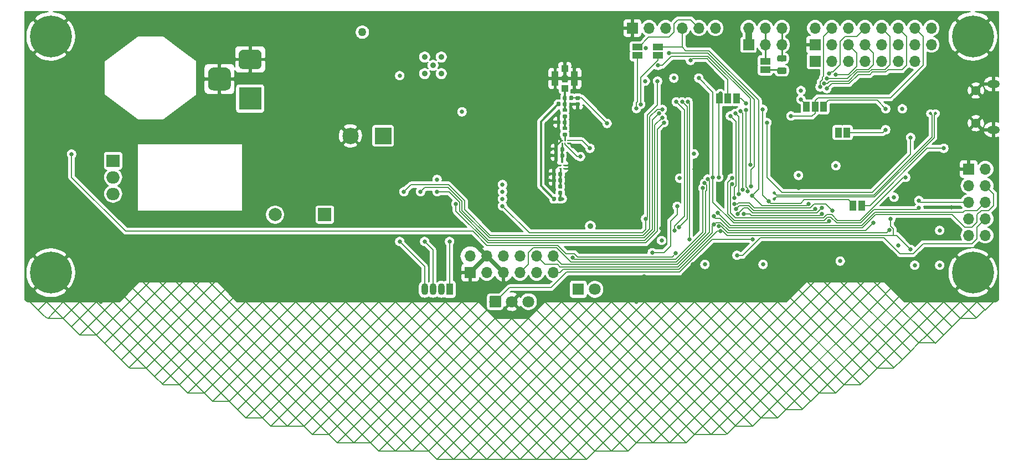
<source format=gbr>
G04 #@! TF.GenerationSoftware,KiCad,Pcbnew,(5.1.0-0)*
G04 #@! TF.CreationDate,2019-05-22T00:58:43-05:00*
G04 #@! TF.ProjectId,TubeClock,54756265-436c-46f6-936b-2e6b69636164,rev?*
G04 #@! TF.SameCoordinates,Original*
G04 #@! TF.FileFunction,Copper,L4,Bot*
G04 #@! TF.FilePolarity,Positive*
%FSLAX46Y46*%
G04 Gerber Fmt 4.6, Leading zero omitted, Abs format (unit mm)*
G04 Created by KiCad (PCBNEW (5.1.0-0)) date 2019-05-22 00:58:43*
%MOMM*%
%LPD*%
G04 APERTURE LIST*
%ADD10C,0.250000*%
%ADD11R,0.325000X0.250000*%
%ADD12C,2.500000*%
%ADD13R,2.500000X2.500000*%
%ADD14C,2.000000*%
%ADD15R,2.000000X2.000000*%
%ADD16O,1.700000X1.700000*%
%ADD17R,1.700000X1.700000*%
%ADD18C,0.100000*%
%ADD19C,0.590000*%
%ADD20C,3.500000*%
%ADD21C,3.000000*%
%ADD22R,3.500000X3.500000*%
%ADD23R,1.000000X1.500000*%
%ADD24R,1.000000X1.000000*%
%ADD25R,1.050000X2.200000*%
%ADD26R,1.500000X1.000000*%
%ADD27C,0.975000*%
%ADD28C,0.800000*%
%ADD29C,6.400000*%
%ADD30O,2.000000X1.905000*%
%ADD31R,2.000000X1.905000*%
%ADD32O,1.900000X1.200000*%
%ADD33C,1.450000*%
%ADD34O,1.070000X1.800000*%
%ADD35R,1.070000X1.800000*%
%ADD36C,1.800000*%
%ADD37R,1.800000X1.800000*%
%ADD38C,0.508000*%
%ADD39C,0.635000*%
%ADD40C,1.270000*%
%ADD41C,0.889000*%
%ADD42C,0.635000*%
%ADD43C,0.152400*%
%ADD44C,0.190500*%
%ADD45C,0.228600*%
%ADD46C,0.381000*%
%ADD47C,0.203200*%
%ADD48C,0.335280*%
%ADD49C,0.304800*%
%ADD50C,0.254000*%
%ADD51C,1.016000*%
G04 APERTURE END LIST*
D10*
X152381000Y-109699400D03*
X152381000Y-109299400D03*
X152781000Y-109699400D03*
X152781000Y-109299400D03*
X153181000Y-109699400D03*
X153181000Y-109299400D03*
D11*
X152374600Y-112555400D03*
X152662100Y-113055400D03*
X152662100Y-113555400D03*
X152087100Y-113555400D03*
X152087100Y-113055400D03*
D12*
X119993400Y-108585000D03*
D13*
X124993400Y-108585000D03*
D14*
X108483400Y-120650000D03*
D15*
X116083400Y-120650000D03*
D16*
X206273400Y-97155000D03*
X203733400Y-97155000D03*
X201193400Y-97155000D03*
X198653400Y-97155000D03*
X196113400Y-97155000D03*
X193573400Y-97155000D03*
D17*
X191033400Y-97155000D03*
D18*
G36*
X152234158Y-117917710D02*
G01*
X152248476Y-117919834D01*
X152262517Y-117923351D01*
X152276146Y-117928228D01*
X152289231Y-117934417D01*
X152301647Y-117941858D01*
X152313273Y-117950481D01*
X152323998Y-117960202D01*
X152333719Y-117970927D01*
X152342342Y-117982553D01*
X152349783Y-117994969D01*
X152355972Y-118008054D01*
X152360849Y-118021683D01*
X152364366Y-118035724D01*
X152366490Y-118050042D01*
X152367200Y-118064500D01*
X152367200Y-118409500D01*
X152366490Y-118423958D01*
X152364366Y-118438276D01*
X152360849Y-118452317D01*
X152355972Y-118465946D01*
X152349783Y-118479031D01*
X152342342Y-118491447D01*
X152333719Y-118503073D01*
X152323998Y-118513798D01*
X152313273Y-118523519D01*
X152301647Y-118532142D01*
X152289231Y-118539583D01*
X152276146Y-118545772D01*
X152262517Y-118550649D01*
X152248476Y-118554166D01*
X152234158Y-118556290D01*
X152219700Y-118557000D01*
X151924700Y-118557000D01*
X151910242Y-118556290D01*
X151895924Y-118554166D01*
X151881883Y-118550649D01*
X151868254Y-118545772D01*
X151855169Y-118539583D01*
X151842753Y-118532142D01*
X151831127Y-118523519D01*
X151820402Y-118513798D01*
X151810681Y-118503073D01*
X151802058Y-118491447D01*
X151794617Y-118479031D01*
X151788428Y-118465946D01*
X151783551Y-118452317D01*
X151780034Y-118438276D01*
X151777910Y-118423958D01*
X151777200Y-118409500D01*
X151777200Y-118064500D01*
X151777910Y-118050042D01*
X151780034Y-118035724D01*
X151783551Y-118021683D01*
X151788428Y-118008054D01*
X151794617Y-117994969D01*
X151802058Y-117982553D01*
X151810681Y-117970927D01*
X151820402Y-117960202D01*
X151831127Y-117950481D01*
X151842753Y-117941858D01*
X151855169Y-117934417D01*
X151868254Y-117928228D01*
X151881883Y-117923351D01*
X151895924Y-117919834D01*
X151910242Y-117917710D01*
X151924700Y-117917000D01*
X152219700Y-117917000D01*
X152234158Y-117917710D01*
X152234158Y-117917710D01*
G37*
D19*
X152072200Y-118237000D03*
D18*
G36*
X151264158Y-117917710D02*
G01*
X151278476Y-117919834D01*
X151292517Y-117923351D01*
X151306146Y-117928228D01*
X151319231Y-117934417D01*
X151331647Y-117941858D01*
X151343273Y-117950481D01*
X151353998Y-117960202D01*
X151363719Y-117970927D01*
X151372342Y-117982553D01*
X151379783Y-117994969D01*
X151385972Y-118008054D01*
X151390849Y-118021683D01*
X151394366Y-118035724D01*
X151396490Y-118050042D01*
X151397200Y-118064500D01*
X151397200Y-118409500D01*
X151396490Y-118423958D01*
X151394366Y-118438276D01*
X151390849Y-118452317D01*
X151385972Y-118465946D01*
X151379783Y-118479031D01*
X151372342Y-118491447D01*
X151363719Y-118503073D01*
X151353998Y-118513798D01*
X151343273Y-118523519D01*
X151331647Y-118532142D01*
X151319231Y-118539583D01*
X151306146Y-118545772D01*
X151292517Y-118550649D01*
X151278476Y-118554166D01*
X151264158Y-118556290D01*
X151249700Y-118557000D01*
X150954700Y-118557000D01*
X150940242Y-118556290D01*
X150925924Y-118554166D01*
X150911883Y-118550649D01*
X150898254Y-118545772D01*
X150885169Y-118539583D01*
X150872753Y-118532142D01*
X150861127Y-118523519D01*
X150850402Y-118513798D01*
X150840681Y-118503073D01*
X150832058Y-118491447D01*
X150824617Y-118479031D01*
X150818428Y-118465946D01*
X150813551Y-118452317D01*
X150810034Y-118438276D01*
X150807910Y-118423958D01*
X150807200Y-118409500D01*
X150807200Y-118064500D01*
X150807910Y-118050042D01*
X150810034Y-118035724D01*
X150813551Y-118021683D01*
X150818428Y-118008054D01*
X150824617Y-117994969D01*
X150832058Y-117982553D01*
X150840681Y-117970927D01*
X150850402Y-117960202D01*
X150861127Y-117950481D01*
X150872753Y-117941858D01*
X150885169Y-117934417D01*
X150898254Y-117928228D01*
X150911883Y-117923351D01*
X150925924Y-117919834D01*
X150940242Y-117917710D01*
X150954700Y-117917000D01*
X151249700Y-117917000D01*
X151264158Y-117917710D01*
X151264158Y-117917710D01*
G37*
D19*
X151102200Y-118237000D03*
D18*
G36*
X152945358Y-103388910D02*
G01*
X152959676Y-103391034D01*
X152973717Y-103394551D01*
X152987346Y-103399428D01*
X153000431Y-103405617D01*
X153012847Y-103413058D01*
X153024473Y-103421681D01*
X153035198Y-103431402D01*
X153044919Y-103442127D01*
X153053542Y-103453753D01*
X153060983Y-103466169D01*
X153067172Y-103479254D01*
X153072049Y-103492883D01*
X153075566Y-103506924D01*
X153077690Y-103521242D01*
X153078400Y-103535700D01*
X153078400Y-103880700D01*
X153077690Y-103895158D01*
X153075566Y-103909476D01*
X153072049Y-103923517D01*
X153067172Y-103937146D01*
X153060983Y-103950231D01*
X153053542Y-103962647D01*
X153044919Y-103974273D01*
X153035198Y-103984998D01*
X153024473Y-103994719D01*
X153012847Y-104003342D01*
X153000431Y-104010783D01*
X152987346Y-104016972D01*
X152973717Y-104021849D01*
X152959676Y-104025366D01*
X152945358Y-104027490D01*
X152930900Y-104028200D01*
X152635900Y-104028200D01*
X152621442Y-104027490D01*
X152607124Y-104025366D01*
X152593083Y-104021849D01*
X152579454Y-104016972D01*
X152566369Y-104010783D01*
X152553953Y-104003342D01*
X152542327Y-103994719D01*
X152531602Y-103984998D01*
X152521881Y-103974273D01*
X152513258Y-103962647D01*
X152505817Y-103950231D01*
X152499628Y-103937146D01*
X152494751Y-103923517D01*
X152491234Y-103909476D01*
X152489110Y-103895158D01*
X152488400Y-103880700D01*
X152488400Y-103535700D01*
X152489110Y-103521242D01*
X152491234Y-103506924D01*
X152494751Y-103492883D01*
X152499628Y-103479254D01*
X152505817Y-103466169D01*
X152513258Y-103453753D01*
X152521881Y-103442127D01*
X152531602Y-103431402D01*
X152542327Y-103421681D01*
X152553953Y-103413058D01*
X152566369Y-103405617D01*
X152579454Y-103399428D01*
X152593083Y-103394551D01*
X152607124Y-103391034D01*
X152621442Y-103388910D01*
X152635900Y-103388200D01*
X152930900Y-103388200D01*
X152945358Y-103388910D01*
X152945358Y-103388910D01*
G37*
D19*
X152783400Y-103708200D03*
D18*
G36*
X151975358Y-103388910D02*
G01*
X151989676Y-103391034D01*
X152003717Y-103394551D01*
X152017346Y-103399428D01*
X152030431Y-103405617D01*
X152042847Y-103413058D01*
X152054473Y-103421681D01*
X152065198Y-103431402D01*
X152074919Y-103442127D01*
X152083542Y-103453753D01*
X152090983Y-103466169D01*
X152097172Y-103479254D01*
X152102049Y-103492883D01*
X152105566Y-103506924D01*
X152107690Y-103521242D01*
X152108400Y-103535700D01*
X152108400Y-103880700D01*
X152107690Y-103895158D01*
X152105566Y-103909476D01*
X152102049Y-103923517D01*
X152097172Y-103937146D01*
X152090983Y-103950231D01*
X152083542Y-103962647D01*
X152074919Y-103974273D01*
X152065198Y-103984998D01*
X152054473Y-103994719D01*
X152042847Y-104003342D01*
X152030431Y-104010783D01*
X152017346Y-104016972D01*
X152003717Y-104021849D01*
X151989676Y-104025366D01*
X151975358Y-104027490D01*
X151960900Y-104028200D01*
X151665900Y-104028200D01*
X151651442Y-104027490D01*
X151637124Y-104025366D01*
X151623083Y-104021849D01*
X151609454Y-104016972D01*
X151596369Y-104010783D01*
X151583953Y-104003342D01*
X151572327Y-103994719D01*
X151561602Y-103984998D01*
X151551881Y-103974273D01*
X151543258Y-103962647D01*
X151535817Y-103950231D01*
X151529628Y-103937146D01*
X151524751Y-103923517D01*
X151521234Y-103909476D01*
X151519110Y-103895158D01*
X151518400Y-103880700D01*
X151518400Y-103535700D01*
X151519110Y-103521242D01*
X151521234Y-103506924D01*
X151524751Y-103492883D01*
X151529628Y-103479254D01*
X151535817Y-103466169D01*
X151543258Y-103453753D01*
X151551881Y-103442127D01*
X151561602Y-103431402D01*
X151572327Y-103421681D01*
X151583953Y-103413058D01*
X151596369Y-103405617D01*
X151609454Y-103399428D01*
X151623083Y-103394551D01*
X151637124Y-103391034D01*
X151651442Y-103388910D01*
X151665900Y-103388200D01*
X151960900Y-103388200D01*
X151975358Y-103388910D01*
X151975358Y-103388910D01*
G37*
D19*
X151813400Y-103708200D03*
D18*
G36*
X151264158Y-115072910D02*
G01*
X151278476Y-115075034D01*
X151292517Y-115078551D01*
X151306146Y-115083428D01*
X151319231Y-115089617D01*
X151331647Y-115097058D01*
X151343273Y-115105681D01*
X151353998Y-115115402D01*
X151363719Y-115126127D01*
X151372342Y-115137753D01*
X151379783Y-115150169D01*
X151385972Y-115163254D01*
X151390849Y-115176883D01*
X151394366Y-115190924D01*
X151396490Y-115205242D01*
X151397200Y-115219700D01*
X151397200Y-115564700D01*
X151396490Y-115579158D01*
X151394366Y-115593476D01*
X151390849Y-115607517D01*
X151385972Y-115621146D01*
X151379783Y-115634231D01*
X151372342Y-115646647D01*
X151363719Y-115658273D01*
X151353998Y-115668998D01*
X151343273Y-115678719D01*
X151331647Y-115687342D01*
X151319231Y-115694783D01*
X151306146Y-115700972D01*
X151292517Y-115705849D01*
X151278476Y-115709366D01*
X151264158Y-115711490D01*
X151249700Y-115712200D01*
X150954700Y-115712200D01*
X150940242Y-115711490D01*
X150925924Y-115709366D01*
X150911883Y-115705849D01*
X150898254Y-115700972D01*
X150885169Y-115694783D01*
X150872753Y-115687342D01*
X150861127Y-115678719D01*
X150850402Y-115668998D01*
X150840681Y-115658273D01*
X150832058Y-115646647D01*
X150824617Y-115634231D01*
X150818428Y-115621146D01*
X150813551Y-115607517D01*
X150810034Y-115593476D01*
X150807910Y-115579158D01*
X150807200Y-115564700D01*
X150807200Y-115219700D01*
X150807910Y-115205242D01*
X150810034Y-115190924D01*
X150813551Y-115176883D01*
X150818428Y-115163254D01*
X150824617Y-115150169D01*
X150832058Y-115137753D01*
X150840681Y-115126127D01*
X150850402Y-115115402D01*
X150861127Y-115105681D01*
X150872753Y-115097058D01*
X150885169Y-115089617D01*
X150898254Y-115083428D01*
X150911883Y-115078551D01*
X150925924Y-115075034D01*
X150940242Y-115072910D01*
X150954700Y-115072200D01*
X151249700Y-115072200D01*
X151264158Y-115072910D01*
X151264158Y-115072910D01*
G37*
D19*
X151102200Y-115392200D03*
D18*
G36*
X152234158Y-115072910D02*
G01*
X152248476Y-115075034D01*
X152262517Y-115078551D01*
X152276146Y-115083428D01*
X152289231Y-115089617D01*
X152301647Y-115097058D01*
X152313273Y-115105681D01*
X152323998Y-115115402D01*
X152333719Y-115126127D01*
X152342342Y-115137753D01*
X152349783Y-115150169D01*
X152355972Y-115163254D01*
X152360849Y-115176883D01*
X152364366Y-115190924D01*
X152366490Y-115205242D01*
X152367200Y-115219700D01*
X152367200Y-115564700D01*
X152366490Y-115579158D01*
X152364366Y-115593476D01*
X152360849Y-115607517D01*
X152355972Y-115621146D01*
X152349783Y-115634231D01*
X152342342Y-115646647D01*
X152333719Y-115658273D01*
X152323998Y-115668998D01*
X152313273Y-115678719D01*
X152301647Y-115687342D01*
X152289231Y-115694783D01*
X152276146Y-115700972D01*
X152262517Y-115705849D01*
X152248476Y-115709366D01*
X152234158Y-115711490D01*
X152219700Y-115712200D01*
X151924700Y-115712200D01*
X151910242Y-115711490D01*
X151895924Y-115709366D01*
X151881883Y-115705849D01*
X151868254Y-115700972D01*
X151855169Y-115694783D01*
X151842753Y-115687342D01*
X151831127Y-115678719D01*
X151820402Y-115668998D01*
X151810681Y-115658273D01*
X151802058Y-115646647D01*
X151794617Y-115634231D01*
X151788428Y-115621146D01*
X151783551Y-115607517D01*
X151780034Y-115593476D01*
X151777910Y-115579158D01*
X151777200Y-115564700D01*
X151777200Y-115219700D01*
X151777910Y-115205242D01*
X151780034Y-115190924D01*
X151783551Y-115176883D01*
X151788428Y-115163254D01*
X151794617Y-115150169D01*
X151802058Y-115137753D01*
X151810681Y-115126127D01*
X151820402Y-115115402D01*
X151831127Y-115105681D01*
X151842753Y-115097058D01*
X151855169Y-115089617D01*
X151868254Y-115083428D01*
X151881883Y-115078551D01*
X151895924Y-115075034D01*
X151910242Y-115072910D01*
X151924700Y-115072200D01*
X152219700Y-115072200D01*
X152234158Y-115072910D01*
X152234158Y-115072910D01*
G37*
D19*
X152072200Y-115392200D03*
D18*
G36*
X151264158Y-114133110D02*
G01*
X151278476Y-114135234D01*
X151292517Y-114138751D01*
X151306146Y-114143628D01*
X151319231Y-114149817D01*
X151331647Y-114157258D01*
X151343273Y-114165881D01*
X151353998Y-114175602D01*
X151363719Y-114186327D01*
X151372342Y-114197953D01*
X151379783Y-114210369D01*
X151385972Y-114223454D01*
X151390849Y-114237083D01*
X151394366Y-114251124D01*
X151396490Y-114265442D01*
X151397200Y-114279900D01*
X151397200Y-114624900D01*
X151396490Y-114639358D01*
X151394366Y-114653676D01*
X151390849Y-114667717D01*
X151385972Y-114681346D01*
X151379783Y-114694431D01*
X151372342Y-114706847D01*
X151363719Y-114718473D01*
X151353998Y-114729198D01*
X151343273Y-114738919D01*
X151331647Y-114747542D01*
X151319231Y-114754983D01*
X151306146Y-114761172D01*
X151292517Y-114766049D01*
X151278476Y-114769566D01*
X151264158Y-114771690D01*
X151249700Y-114772400D01*
X150954700Y-114772400D01*
X150940242Y-114771690D01*
X150925924Y-114769566D01*
X150911883Y-114766049D01*
X150898254Y-114761172D01*
X150885169Y-114754983D01*
X150872753Y-114747542D01*
X150861127Y-114738919D01*
X150850402Y-114729198D01*
X150840681Y-114718473D01*
X150832058Y-114706847D01*
X150824617Y-114694431D01*
X150818428Y-114681346D01*
X150813551Y-114667717D01*
X150810034Y-114653676D01*
X150807910Y-114639358D01*
X150807200Y-114624900D01*
X150807200Y-114279900D01*
X150807910Y-114265442D01*
X150810034Y-114251124D01*
X150813551Y-114237083D01*
X150818428Y-114223454D01*
X150824617Y-114210369D01*
X150832058Y-114197953D01*
X150840681Y-114186327D01*
X150850402Y-114175602D01*
X150861127Y-114165881D01*
X150872753Y-114157258D01*
X150885169Y-114149817D01*
X150898254Y-114143628D01*
X150911883Y-114138751D01*
X150925924Y-114135234D01*
X150940242Y-114133110D01*
X150954700Y-114132400D01*
X151249700Y-114132400D01*
X151264158Y-114133110D01*
X151264158Y-114133110D01*
G37*
D19*
X151102200Y-114452400D03*
D18*
G36*
X152234158Y-114133110D02*
G01*
X152248476Y-114135234D01*
X152262517Y-114138751D01*
X152276146Y-114143628D01*
X152289231Y-114149817D01*
X152301647Y-114157258D01*
X152313273Y-114165881D01*
X152323998Y-114175602D01*
X152333719Y-114186327D01*
X152342342Y-114197953D01*
X152349783Y-114210369D01*
X152355972Y-114223454D01*
X152360849Y-114237083D01*
X152364366Y-114251124D01*
X152366490Y-114265442D01*
X152367200Y-114279900D01*
X152367200Y-114624900D01*
X152366490Y-114639358D01*
X152364366Y-114653676D01*
X152360849Y-114667717D01*
X152355972Y-114681346D01*
X152349783Y-114694431D01*
X152342342Y-114706847D01*
X152333719Y-114718473D01*
X152323998Y-114729198D01*
X152313273Y-114738919D01*
X152301647Y-114747542D01*
X152289231Y-114754983D01*
X152276146Y-114761172D01*
X152262517Y-114766049D01*
X152248476Y-114769566D01*
X152234158Y-114771690D01*
X152219700Y-114772400D01*
X151924700Y-114772400D01*
X151910242Y-114771690D01*
X151895924Y-114769566D01*
X151881883Y-114766049D01*
X151868254Y-114761172D01*
X151855169Y-114754983D01*
X151842753Y-114747542D01*
X151831127Y-114738919D01*
X151820402Y-114729198D01*
X151810681Y-114718473D01*
X151802058Y-114706847D01*
X151794617Y-114694431D01*
X151788428Y-114681346D01*
X151783551Y-114667717D01*
X151780034Y-114653676D01*
X151777910Y-114639358D01*
X151777200Y-114624900D01*
X151777200Y-114279900D01*
X151777910Y-114265442D01*
X151780034Y-114251124D01*
X151783551Y-114237083D01*
X151788428Y-114223454D01*
X151794617Y-114210369D01*
X151802058Y-114197953D01*
X151810681Y-114186327D01*
X151820402Y-114175602D01*
X151831127Y-114165881D01*
X151842753Y-114157258D01*
X151855169Y-114149817D01*
X151868254Y-114143628D01*
X151881883Y-114138751D01*
X151895924Y-114135234D01*
X151910242Y-114133110D01*
X151924700Y-114132400D01*
X152219700Y-114132400D01*
X152234158Y-114133110D01*
X152234158Y-114133110D01*
G37*
D19*
X152072200Y-114452400D03*
D18*
G36*
X151568958Y-111262910D02*
G01*
X151583276Y-111265034D01*
X151597317Y-111268551D01*
X151610946Y-111273428D01*
X151624031Y-111279617D01*
X151636447Y-111287058D01*
X151648073Y-111295681D01*
X151658798Y-111305402D01*
X151668519Y-111316127D01*
X151677142Y-111327753D01*
X151684583Y-111340169D01*
X151690772Y-111353254D01*
X151695649Y-111366883D01*
X151699166Y-111380924D01*
X151701290Y-111395242D01*
X151702000Y-111409700D01*
X151702000Y-111754700D01*
X151701290Y-111769158D01*
X151699166Y-111783476D01*
X151695649Y-111797517D01*
X151690772Y-111811146D01*
X151684583Y-111824231D01*
X151677142Y-111836647D01*
X151668519Y-111848273D01*
X151658798Y-111858998D01*
X151648073Y-111868719D01*
X151636447Y-111877342D01*
X151624031Y-111884783D01*
X151610946Y-111890972D01*
X151597317Y-111895849D01*
X151583276Y-111899366D01*
X151568958Y-111901490D01*
X151554500Y-111902200D01*
X151259500Y-111902200D01*
X151245042Y-111901490D01*
X151230724Y-111899366D01*
X151216683Y-111895849D01*
X151203054Y-111890972D01*
X151189969Y-111884783D01*
X151177553Y-111877342D01*
X151165927Y-111868719D01*
X151155202Y-111858998D01*
X151145481Y-111848273D01*
X151136858Y-111836647D01*
X151129417Y-111824231D01*
X151123228Y-111811146D01*
X151118351Y-111797517D01*
X151114834Y-111783476D01*
X151112710Y-111769158D01*
X151112000Y-111754700D01*
X151112000Y-111409700D01*
X151112710Y-111395242D01*
X151114834Y-111380924D01*
X151118351Y-111366883D01*
X151123228Y-111353254D01*
X151129417Y-111340169D01*
X151136858Y-111327753D01*
X151145481Y-111316127D01*
X151155202Y-111305402D01*
X151165927Y-111295681D01*
X151177553Y-111287058D01*
X151189969Y-111279617D01*
X151203054Y-111273428D01*
X151216683Y-111268551D01*
X151230724Y-111265034D01*
X151245042Y-111262910D01*
X151259500Y-111262200D01*
X151554500Y-111262200D01*
X151568958Y-111262910D01*
X151568958Y-111262910D01*
G37*
D19*
X151407000Y-111582200D03*
D18*
G36*
X152538958Y-111262910D02*
G01*
X152553276Y-111265034D01*
X152567317Y-111268551D01*
X152580946Y-111273428D01*
X152594031Y-111279617D01*
X152606447Y-111287058D01*
X152618073Y-111295681D01*
X152628798Y-111305402D01*
X152638519Y-111316127D01*
X152647142Y-111327753D01*
X152654583Y-111340169D01*
X152660772Y-111353254D01*
X152665649Y-111366883D01*
X152669166Y-111380924D01*
X152671290Y-111395242D01*
X152672000Y-111409700D01*
X152672000Y-111754700D01*
X152671290Y-111769158D01*
X152669166Y-111783476D01*
X152665649Y-111797517D01*
X152660772Y-111811146D01*
X152654583Y-111824231D01*
X152647142Y-111836647D01*
X152638519Y-111848273D01*
X152628798Y-111858998D01*
X152618073Y-111868719D01*
X152606447Y-111877342D01*
X152594031Y-111884783D01*
X152580946Y-111890972D01*
X152567317Y-111895849D01*
X152553276Y-111899366D01*
X152538958Y-111901490D01*
X152524500Y-111902200D01*
X152229500Y-111902200D01*
X152215042Y-111901490D01*
X152200724Y-111899366D01*
X152186683Y-111895849D01*
X152173054Y-111890972D01*
X152159969Y-111884783D01*
X152147553Y-111877342D01*
X152135927Y-111868719D01*
X152125202Y-111858998D01*
X152115481Y-111848273D01*
X152106858Y-111836647D01*
X152099417Y-111824231D01*
X152093228Y-111811146D01*
X152088351Y-111797517D01*
X152084834Y-111783476D01*
X152082710Y-111769158D01*
X152082000Y-111754700D01*
X152082000Y-111409700D01*
X152082710Y-111395242D01*
X152084834Y-111380924D01*
X152088351Y-111366883D01*
X152093228Y-111353254D01*
X152099417Y-111340169D01*
X152106858Y-111327753D01*
X152115481Y-111316127D01*
X152125202Y-111305402D01*
X152135927Y-111295681D01*
X152147553Y-111287058D01*
X152159969Y-111279617D01*
X152173054Y-111273428D01*
X152186683Y-111268551D01*
X152200724Y-111265034D01*
X152215042Y-111262910D01*
X152229500Y-111262200D01*
X152524500Y-111262200D01*
X152538958Y-111262910D01*
X152538958Y-111262910D01*
G37*
D19*
X152377000Y-111582200D03*
D18*
G36*
X151568958Y-110323110D02*
G01*
X151583276Y-110325234D01*
X151597317Y-110328751D01*
X151610946Y-110333628D01*
X151624031Y-110339817D01*
X151636447Y-110347258D01*
X151648073Y-110355881D01*
X151658798Y-110365602D01*
X151668519Y-110376327D01*
X151677142Y-110387953D01*
X151684583Y-110400369D01*
X151690772Y-110413454D01*
X151695649Y-110427083D01*
X151699166Y-110441124D01*
X151701290Y-110455442D01*
X151702000Y-110469900D01*
X151702000Y-110814900D01*
X151701290Y-110829358D01*
X151699166Y-110843676D01*
X151695649Y-110857717D01*
X151690772Y-110871346D01*
X151684583Y-110884431D01*
X151677142Y-110896847D01*
X151668519Y-110908473D01*
X151658798Y-110919198D01*
X151648073Y-110928919D01*
X151636447Y-110937542D01*
X151624031Y-110944983D01*
X151610946Y-110951172D01*
X151597317Y-110956049D01*
X151583276Y-110959566D01*
X151568958Y-110961690D01*
X151554500Y-110962400D01*
X151259500Y-110962400D01*
X151245042Y-110961690D01*
X151230724Y-110959566D01*
X151216683Y-110956049D01*
X151203054Y-110951172D01*
X151189969Y-110944983D01*
X151177553Y-110937542D01*
X151165927Y-110928919D01*
X151155202Y-110919198D01*
X151145481Y-110908473D01*
X151136858Y-110896847D01*
X151129417Y-110884431D01*
X151123228Y-110871346D01*
X151118351Y-110857717D01*
X151114834Y-110843676D01*
X151112710Y-110829358D01*
X151112000Y-110814900D01*
X151112000Y-110469900D01*
X151112710Y-110455442D01*
X151114834Y-110441124D01*
X151118351Y-110427083D01*
X151123228Y-110413454D01*
X151129417Y-110400369D01*
X151136858Y-110387953D01*
X151145481Y-110376327D01*
X151155202Y-110365602D01*
X151165927Y-110355881D01*
X151177553Y-110347258D01*
X151189969Y-110339817D01*
X151203054Y-110333628D01*
X151216683Y-110328751D01*
X151230724Y-110325234D01*
X151245042Y-110323110D01*
X151259500Y-110322400D01*
X151554500Y-110322400D01*
X151568958Y-110323110D01*
X151568958Y-110323110D01*
G37*
D19*
X151407000Y-110642400D03*
D18*
G36*
X152538958Y-110323110D02*
G01*
X152553276Y-110325234D01*
X152567317Y-110328751D01*
X152580946Y-110333628D01*
X152594031Y-110339817D01*
X152606447Y-110347258D01*
X152618073Y-110355881D01*
X152628798Y-110365602D01*
X152638519Y-110376327D01*
X152647142Y-110387953D01*
X152654583Y-110400369D01*
X152660772Y-110413454D01*
X152665649Y-110427083D01*
X152669166Y-110441124D01*
X152671290Y-110455442D01*
X152672000Y-110469900D01*
X152672000Y-110814900D01*
X152671290Y-110829358D01*
X152669166Y-110843676D01*
X152665649Y-110857717D01*
X152660772Y-110871346D01*
X152654583Y-110884431D01*
X152647142Y-110896847D01*
X152638519Y-110908473D01*
X152628798Y-110919198D01*
X152618073Y-110928919D01*
X152606447Y-110937542D01*
X152594031Y-110944983D01*
X152580946Y-110951172D01*
X152567317Y-110956049D01*
X152553276Y-110959566D01*
X152538958Y-110961690D01*
X152524500Y-110962400D01*
X152229500Y-110962400D01*
X152215042Y-110961690D01*
X152200724Y-110959566D01*
X152186683Y-110956049D01*
X152173054Y-110951172D01*
X152159969Y-110944983D01*
X152147553Y-110937542D01*
X152135927Y-110928919D01*
X152125202Y-110919198D01*
X152115481Y-110908473D01*
X152106858Y-110896847D01*
X152099417Y-110884431D01*
X152093228Y-110871346D01*
X152088351Y-110857717D01*
X152084834Y-110843676D01*
X152082710Y-110829358D01*
X152082000Y-110814900D01*
X152082000Y-110469900D01*
X152082710Y-110455442D01*
X152084834Y-110441124D01*
X152088351Y-110427083D01*
X152093228Y-110413454D01*
X152099417Y-110400369D01*
X152106858Y-110387953D01*
X152115481Y-110376327D01*
X152125202Y-110365602D01*
X152135927Y-110355881D01*
X152147553Y-110347258D01*
X152159969Y-110339817D01*
X152173054Y-110333628D01*
X152186683Y-110328751D01*
X152200724Y-110325234D01*
X152215042Y-110323110D01*
X152229500Y-110322400D01*
X152524500Y-110322400D01*
X152538958Y-110323110D01*
X152538958Y-110323110D01*
G37*
D19*
X152377000Y-110642400D03*
D18*
G36*
X152945358Y-106182910D02*
G01*
X152959676Y-106185034D01*
X152973717Y-106188551D01*
X152987346Y-106193428D01*
X153000431Y-106199617D01*
X153012847Y-106207058D01*
X153024473Y-106215681D01*
X153035198Y-106225402D01*
X153044919Y-106236127D01*
X153053542Y-106247753D01*
X153060983Y-106260169D01*
X153067172Y-106273254D01*
X153072049Y-106286883D01*
X153075566Y-106300924D01*
X153077690Y-106315242D01*
X153078400Y-106329700D01*
X153078400Y-106674700D01*
X153077690Y-106689158D01*
X153075566Y-106703476D01*
X153072049Y-106717517D01*
X153067172Y-106731146D01*
X153060983Y-106744231D01*
X153053542Y-106756647D01*
X153044919Y-106768273D01*
X153035198Y-106778998D01*
X153024473Y-106788719D01*
X153012847Y-106797342D01*
X153000431Y-106804783D01*
X152987346Y-106810972D01*
X152973717Y-106815849D01*
X152959676Y-106819366D01*
X152945358Y-106821490D01*
X152930900Y-106822200D01*
X152635900Y-106822200D01*
X152621442Y-106821490D01*
X152607124Y-106819366D01*
X152593083Y-106815849D01*
X152579454Y-106810972D01*
X152566369Y-106804783D01*
X152553953Y-106797342D01*
X152542327Y-106788719D01*
X152531602Y-106778998D01*
X152521881Y-106768273D01*
X152513258Y-106756647D01*
X152505817Y-106744231D01*
X152499628Y-106731146D01*
X152494751Y-106717517D01*
X152491234Y-106703476D01*
X152489110Y-106689158D01*
X152488400Y-106674700D01*
X152488400Y-106329700D01*
X152489110Y-106315242D01*
X152491234Y-106300924D01*
X152494751Y-106286883D01*
X152499628Y-106273254D01*
X152505817Y-106260169D01*
X152513258Y-106247753D01*
X152521881Y-106236127D01*
X152531602Y-106225402D01*
X152542327Y-106215681D01*
X152553953Y-106207058D01*
X152566369Y-106199617D01*
X152579454Y-106193428D01*
X152593083Y-106188551D01*
X152607124Y-106185034D01*
X152621442Y-106182910D01*
X152635900Y-106182200D01*
X152930900Y-106182200D01*
X152945358Y-106182910D01*
X152945358Y-106182910D01*
G37*
D19*
X152783400Y-106502200D03*
D18*
G36*
X151975358Y-106182910D02*
G01*
X151989676Y-106185034D01*
X152003717Y-106188551D01*
X152017346Y-106193428D01*
X152030431Y-106199617D01*
X152042847Y-106207058D01*
X152054473Y-106215681D01*
X152065198Y-106225402D01*
X152074919Y-106236127D01*
X152083542Y-106247753D01*
X152090983Y-106260169D01*
X152097172Y-106273254D01*
X152102049Y-106286883D01*
X152105566Y-106300924D01*
X152107690Y-106315242D01*
X152108400Y-106329700D01*
X152108400Y-106674700D01*
X152107690Y-106689158D01*
X152105566Y-106703476D01*
X152102049Y-106717517D01*
X152097172Y-106731146D01*
X152090983Y-106744231D01*
X152083542Y-106756647D01*
X152074919Y-106768273D01*
X152065198Y-106778998D01*
X152054473Y-106788719D01*
X152042847Y-106797342D01*
X152030431Y-106804783D01*
X152017346Y-106810972D01*
X152003717Y-106815849D01*
X151989676Y-106819366D01*
X151975358Y-106821490D01*
X151960900Y-106822200D01*
X151665900Y-106822200D01*
X151651442Y-106821490D01*
X151637124Y-106819366D01*
X151623083Y-106815849D01*
X151609454Y-106810972D01*
X151596369Y-106804783D01*
X151583953Y-106797342D01*
X151572327Y-106788719D01*
X151561602Y-106778998D01*
X151551881Y-106768273D01*
X151543258Y-106756647D01*
X151535817Y-106744231D01*
X151529628Y-106731146D01*
X151524751Y-106717517D01*
X151521234Y-106703476D01*
X151519110Y-106689158D01*
X151518400Y-106674700D01*
X151518400Y-106329700D01*
X151519110Y-106315242D01*
X151521234Y-106300924D01*
X151524751Y-106286883D01*
X151529628Y-106273254D01*
X151535817Y-106260169D01*
X151543258Y-106247753D01*
X151551881Y-106236127D01*
X151561602Y-106225402D01*
X151572327Y-106215681D01*
X151583953Y-106207058D01*
X151596369Y-106199617D01*
X151609454Y-106193428D01*
X151623083Y-106188551D01*
X151637124Y-106185034D01*
X151651442Y-106182910D01*
X151665900Y-106182200D01*
X151960900Y-106182200D01*
X151975358Y-106182910D01*
X151975358Y-106182910D01*
G37*
D19*
X151813400Y-106502200D03*
D18*
G36*
X152256758Y-116035310D02*
G01*
X152271076Y-116037434D01*
X152285117Y-116040951D01*
X152298746Y-116045828D01*
X152311831Y-116052017D01*
X152324247Y-116059458D01*
X152335873Y-116068081D01*
X152346598Y-116077802D01*
X152356319Y-116088527D01*
X152364942Y-116100153D01*
X152372383Y-116112569D01*
X152378572Y-116125654D01*
X152383449Y-116139283D01*
X152386966Y-116153324D01*
X152389090Y-116167642D01*
X152389800Y-116182100D01*
X152389800Y-116477100D01*
X152389090Y-116491558D01*
X152386966Y-116505876D01*
X152383449Y-116519917D01*
X152378572Y-116533546D01*
X152372383Y-116546631D01*
X152364942Y-116559047D01*
X152356319Y-116570673D01*
X152346598Y-116581398D01*
X152335873Y-116591119D01*
X152324247Y-116599742D01*
X152311831Y-116607183D01*
X152298746Y-116613372D01*
X152285117Y-116618249D01*
X152271076Y-116621766D01*
X152256758Y-116623890D01*
X152242300Y-116624600D01*
X151897300Y-116624600D01*
X151882842Y-116623890D01*
X151868524Y-116621766D01*
X151854483Y-116618249D01*
X151840854Y-116613372D01*
X151827769Y-116607183D01*
X151815353Y-116599742D01*
X151803727Y-116591119D01*
X151793002Y-116581398D01*
X151783281Y-116570673D01*
X151774658Y-116559047D01*
X151767217Y-116546631D01*
X151761028Y-116533546D01*
X151756151Y-116519917D01*
X151752634Y-116505876D01*
X151750510Y-116491558D01*
X151749800Y-116477100D01*
X151749800Y-116182100D01*
X151750510Y-116167642D01*
X151752634Y-116153324D01*
X151756151Y-116139283D01*
X151761028Y-116125654D01*
X151767217Y-116112569D01*
X151774658Y-116100153D01*
X151783281Y-116088527D01*
X151793002Y-116077802D01*
X151803727Y-116068081D01*
X151815353Y-116059458D01*
X151827769Y-116052017D01*
X151840854Y-116045828D01*
X151854483Y-116040951D01*
X151868524Y-116037434D01*
X151882842Y-116035310D01*
X151897300Y-116034600D01*
X152242300Y-116034600D01*
X152256758Y-116035310D01*
X152256758Y-116035310D01*
G37*
D19*
X152069800Y-116329600D03*
D18*
G36*
X152256758Y-117005310D02*
G01*
X152271076Y-117007434D01*
X152285117Y-117010951D01*
X152298746Y-117015828D01*
X152311831Y-117022017D01*
X152324247Y-117029458D01*
X152335873Y-117038081D01*
X152346598Y-117047802D01*
X152356319Y-117058527D01*
X152364942Y-117070153D01*
X152372383Y-117082569D01*
X152378572Y-117095654D01*
X152383449Y-117109283D01*
X152386966Y-117123324D01*
X152389090Y-117137642D01*
X152389800Y-117152100D01*
X152389800Y-117447100D01*
X152389090Y-117461558D01*
X152386966Y-117475876D01*
X152383449Y-117489917D01*
X152378572Y-117503546D01*
X152372383Y-117516631D01*
X152364942Y-117529047D01*
X152356319Y-117540673D01*
X152346598Y-117551398D01*
X152335873Y-117561119D01*
X152324247Y-117569742D01*
X152311831Y-117577183D01*
X152298746Y-117583372D01*
X152285117Y-117588249D01*
X152271076Y-117591766D01*
X152256758Y-117593890D01*
X152242300Y-117594600D01*
X151897300Y-117594600D01*
X151882842Y-117593890D01*
X151868524Y-117591766D01*
X151854483Y-117588249D01*
X151840854Y-117583372D01*
X151827769Y-117577183D01*
X151815353Y-117569742D01*
X151803727Y-117561119D01*
X151793002Y-117551398D01*
X151783281Y-117540673D01*
X151774658Y-117529047D01*
X151767217Y-117516631D01*
X151761028Y-117503546D01*
X151756151Y-117489917D01*
X151752634Y-117475876D01*
X151750510Y-117461558D01*
X151749800Y-117447100D01*
X151749800Y-117152100D01*
X151750510Y-117137642D01*
X151752634Y-117123324D01*
X151756151Y-117109283D01*
X151761028Y-117095654D01*
X151767217Y-117082569D01*
X151774658Y-117070153D01*
X151783281Y-117058527D01*
X151793002Y-117047802D01*
X151803727Y-117038081D01*
X151815353Y-117029458D01*
X151827769Y-117022017D01*
X151840854Y-117015828D01*
X151854483Y-117010951D01*
X151868524Y-117007434D01*
X151882842Y-117005310D01*
X151897300Y-117004600D01*
X152242300Y-117004600D01*
X152256758Y-117005310D01*
X152256758Y-117005310D01*
G37*
D19*
X152069800Y-117299600D03*
D18*
G36*
X152967958Y-104325910D02*
G01*
X152982276Y-104328034D01*
X152996317Y-104331551D01*
X153009946Y-104336428D01*
X153023031Y-104342617D01*
X153035447Y-104350058D01*
X153047073Y-104358681D01*
X153057798Y-104368402D01*
X153067519Y-104379127D01*
X153076142Y-104390753D01*
X153083583Y-104403169D01*
X153089772Y-104416254D01*
X153094649Y-104429883D01*
X153098166Y-104443924D01*
X153100290Y-104458242D01*
X153101000Y-104472700D01*
X153101000Y-104767700D01*
X153100290Y-104782158D01*
X153098166Y-104796476D01*
X153094649Y-104810517D01*
X153089772Y-104824146D01*
X153083583Y-104837231D01*
X153076142Y-104849647D01*
X153067519Y-104861273D01*
X153057798Y-104871998D01*
X153047073Y-104881719D01*
X153035447Y-104890342D01*
X153023031Y-104897783D01*
X153009946Y-104903972D01*
X152996317Y-104908849D01*
X152982276Y-104912366D01*
X152967958Y-104914490D01*
X152953500Y-104915200D01*
X152608500Y-104915200D01*
X152594042Y-104914490D01*
X152579724Y-104912366D01*
X152565683Y-104908849D01*
X152552054Y-104903972D01*
X152538969Y-104897783D01*
X152526553Y-104890342D01*
X152514927Y-104881719D01*
X152504202Y-104871998D01*
X152494481Y-104861273D01*
X152485858Y-104849647D01*
X152478417Y-104837231D01*
X152472228Y-104824146D01*
X152467351Y-104810517D01*
X152463834Y-104796476D01*
X152461710Y-104782158D01*
X152461000Y-104767700D01*
X152461000Y-104472700D01*
X152461710Y-104458242D01*
X152463834Y-104443924D01*
X152467351Y-104429883D01*
X152472228Y-104416254D01*
X152478417Y-104403169D01*
X152485858Y-104390753D01*
X152494481Y-104379127D01*
X152504202Y-104368402D01*
X152514927Y-104358681D01*
X152526553Y-104350058D01*
X152538969Y-104342617D01*
X152552054Y-104336428D01*
X152565683Y-104331551D01*
X152579724Y-104328034D01*
X152594042Y-104325910D01*
X152608500Y-104325200D01*
X152953500Y-104325200D01*
X152967958Y-104325910D01*
X152967958Y-104325910D01*
G37*
D19*
X152781000Y-104620200D03*
D18*
G36*
X152967958Y-105295910D02*
G01*
X152982276Y-105298034D01*
X152996317Y-105301551D01*
X153009946Y-105306428D01*
X153023031Y-105312617D01*
X153035447Y-105320058D01*
X153047073Y-105328681D01*
X153057798Y-105338402D01*
X153067519Y-105349127D01*
X153076142Y-105360753D01*
X153083583Y-105373169D01*
X153089772Y-105386254D01*
X153094649Y-105399883D01*
X153098166Y-105413924D01*
X153100290Y-105428242D01*
X153101000Y-105442700D01*
X153101000Y-105737700D01*
X153100290Y-105752158D01*
X153098166Y-105766476D01*
X153094649Y-105780517D01*
X153089772Y-105794146D01*
X153083583Y-105807231D01*
X153076142Y-105819647D01*
X153067519Y-105831273D01*
X153057798Y-105841998D01*
X153047073Y-105851719D01*
X153035447Y-105860342D01*
X153023031Y-105867783D01*
X153009946Y-105873972D01*
X152996317Y-105878849D01*
X152982276Y-105882366D01*
X152967958Y-105884490D01*
X152953500Y-105885200D01*
X152608500Y-105885200D01*
X152594042Y-105884490D01*
X152579724Y-105882366D01*
X152565683Y-105878849D01*
X152552054Y-105873972D01*
X152538969Y-105867783D01*
X152526553Y-105860342D01*
X152514927Y-105851719D01*
X152504202Y-105841998D01*
X152494481Y-105831273D01*
X152485858Y-105819647D01*
X152478417Y-105807231D01*
X152472228Y-105794146D01*
X152467351Y-105780517D01*
X152463834Y-105766476D01*
X152461710Y-105752158D01*
X152461000Y-105737700D01*
X152461000Y-105442700D01*
X152461710Y-105428242D01*
X152463834Y-105413924D01*
X152467351Y-105399883D01*
X152472228Y-105386254D01*
X152478417Y-105373169D01*
X152485858Y-105360753D01*
X152494481Y-105349127D01*
X152504202Y-105338402D01*
X152514927Y-105328681D01*
X152526553Y-105320058D01*
X152538969Y-105312617D01*
X152552054Y-105306428D01*
X152565683Y-105301551D01*
X152579724Y-105298034D01*
X152594042Y-105295910D01*
X152608500Y-105295200D01*
X152953500Y-105295200D01*
X152967958Y-105295910D01*
X152967958Y-105295910D01*
G37*
D19*
X152781000Y-105590200D03*
D18*
G36*
X154923758Y-103441710D02*
G01*
X154938076Y-103443834D01*
X154952117Y-103447351D01*
X154965746Y-103452228D01*
X154978831Y-103458417D01*
X154991247Y-103465858D01*
X155002873Y-103474481D01*
X155013598Y-103484202D01*
X155023319Y-103494927D01*
X155031942Y-103506553D01*
X155039383Y-103518969D01*
X155045572Y-103532054D01*
X155050449Y-103545683D01*
X155053966Y-103559724D01*
X155056090Y-103574042D01*
X155056800Y-103588500D01*
X155056800Y-103883500D01*
X155056090Y-103897958D01*
X155053966Y-103912276D01*
X155050449Y-103926317D01*
X155045572Y-103939946D01*
X155039383Y-103953031D01*
X155031942Y-103965447D01*
X155023319Y-103977073D01*
X155013598Y-103987798D01*
X155002873Y-103997519D01*
X154991247Y-104006142D01*
X154978831Y-104013583D01*
X154965746Y-104019772D01*
X154952117Y-104024649D01*
X154938076Y-104028166D01*
X154923758Y-104030290D01*
X154909300Y-104031000D01*
X154564300Y-104031000D01*
X154549842Y-104030290D01*
X154535524Y-104028166D01*
X154521483Y-104024649D01*
X154507854Y-104019772D01*
X154494769Y-104013583D01*
X154482353Y-104006142D01*
X154470727Y-103997519D01*
X154460002Y-103987798D01*
X154450281Y-103977073D01*
X154441658Y-103965447D01*
X154434217Y-103953031D01*
X154428028Y-103939946D01*
X154423151Y-103926317D01*
X154419634Y-103912276D01*
X154417510Y-103897958D01*
X154416800Y-103883500D01*
X154416800Y-103588500D01*
X154417510Y-103574042D01*
X154419634Y-103559724D01*
X154423151Y-103545683D01*
X154428028Y-103532054D01*
X154434217Y-103518969D01*
X154441658Y-103506553D01*
X154450281Y-103494927D01*
X154460002Y-103484202D01*
X154470727Y-103474481D01*
X154482353Y-103465858D01*
X154494769Y-103458417D01*
X154507854Y-103452228D01*
X154521483Y-103447351D01*
X154535524Y-103443834D01*
X154549842Y-103441710D01*
X154564300Y-103441000D01*
X154909300Y-103441000D01*
X154923758Y-103441710D01*
X154923758Y-103441710D01*
G37*
D19*
X154736800Y-103736000D03*
D18*
G36*
X154923758Y-102471710D02*
G01*
X154938076Y-102473834D01*
X154952117Y-102477351D01*
X154965746Y-102482228D01*
X154978831Y-102488417D01*
X154991247Y-102495858D01*
X155002873Y-102504481D01*
X155013598Y-102514202D01*
X155023319Y-102524927D01*
X155031942Y-102536553D01*
X155039383Y-102548969D01*
X155045572Y-102562054D01*
X155050449Y-102575683D01*
X155053966Y-102589724D01*
X155056090Y-102604042D01*
X155056800Y-102618500D01*
X155056800Y-102913500D01*
X155056090Y-102927958D01*
X155053966Y-102942276D01*
X155050449Y-102956317D01*
X155045572Y-102969946D01*
X155039383Y-102983031D01*
X155031942Y-102995447D01*
X155023319Y-103007073D01*
X155013598Y-103017798D01*
X155002873Y-103027519D01*
X154991247Y-103036142D01*
X154978831Y-103043583D01*
X154965746Y-103049772D01*
X154952117Y-103054649D01*
X154938076Y-103058166D01*
X154923758Y-103060290D01*
X154909300Y-103061000D01*
X154564300Y-103061000D01*
X154549842Y-103060290D01*
X154535524Y-103058166D01*
X154521483Y-103054649D01*
X154507854Y-103049772D01*
X154494769Y-103043583D01*
X154482353Y-103036142D01*
X154470727Y-103027519D01*
X154460002Y-103017798D01*
X154450281Y-103007073D01*
X154441658Y-102995447D01*
X154434217Y-102983031D01*
X154428028Y-102969946D01*
X154423151Y-102956317D01*
X154419634Y-102942276D01*
X154417510Y-102927958D01*
X154416800Y-102913500D01*
X154416800Y-102618500D01*
X154417510Y-102604042D01*
X154419634Y-102589724D01*
X154423151Y-102575683D01*
X154428028Y-102562054D01*
X154434217Y-102548969D01*
X154441658Y-102536553D01*
X154450281Y-102524927D01*
X154460002Y-102514202D01*
X154470727Y-102504481D01*
X154482353Y-102495858D01*
X154494769Y-102488417D01*
X154507854Y-102482228D01*
X154521483Y-102477351D01*
X154535524Y-102473834D01*
X154549842Y-102471710D01*
X154564300Y-102471000D01*
X154909300Y-102471000D01*
X154923758Y-102471710D01*
X154923758Y-102471710D01*
G37*
D19*
X154736800Y-102766000D03*
D18*
G36*
X100934165Y-98124213D02*
G01*
X101019104Y-98136813D01*
X101102399Y-98157677D01*
X101183248Y-98186605D01*
X101260872Y-98223319D01*
X101334524Y-98267464D01*
X101403494Y-98318616D01*
X101467118Y-98376282D01*
X101524784Y-98439906D01*
X101575936Y-98508876D01*
X101620081Y-98582528D01*
X101656795Y-98660152D01*
X101685723Y-98741001D01*
X101706587Y-98824296D01*
X101719187Y-98909235D01*
X101723400Y-98995000D01*
X101723400Y-100745000D01*
X101719187Y-100830765D01*
X101706587Y-100915704D01*
X101685723Y-100998999D01*
X101656795Y-101079848D01*
X101620081Y-101157472D01*
X101575936Y-101231124D01*
X101524784Y-101300094D01*
X101467118Y-101363718D01*
X101403494Y-101421384D01*
X101334524Y-101472536D01*
X101260872Y-101516681D01*
X101183248Y-101553395D01*
X101102399Y-101582323D01*
X101019104Y-101603187D01*
X100934165Y-101615787D01*
X100848400Y-101620000D01*
X99098400Y-101620000D01*
X99012635Y-101615787D01*
X98927696Y-101603187D01*
X98844401Y-101582323D01*
X98763552Y-101553395D01*
X98685928Y-101516681D01*
X98612276Y-101472536D01*
X98543306Y-101421384D01*
X98479682Y-101363718D01*
X98422016Y-101300094D01*
X98370864Y-101231124D01*
X98326719Y-101157472D01*
X98290005Y-101079848D01*
X98261077Y-100998999D01*
X98240213Y-100915704D01*
X98227613Y-100830765D01*
X98223400Y-100745000D01*
X98223400Y-98995000D01*
X98227613Y-98909235D01*
X98240213Y-98824296D01*
X98261077Y-98741001D01*
X98290005Y-98660152D01*
X98326719Y-98582528D01*
X98370864Y-98508876D01*
X98422016Y-98439906D01*
X98479682Y-98376282D01*
X98543306Y-98318616D01*
X98612276Y-98267464D01*
X98685928Y-98223319D01*
X98763552Y-98186605D01*
X98844401Y-98157677D01*
X98927696Y-98136813D01*
X99012635Y-98124213D01*
X99098400Y-98120000D01*
X100848400Y-98120000D01*
X100934165Y-98124213D01*
X100934165Y-98124213D01*
G37*
D20*
X99973400Y-99870000D03*
D18*
G36*
X105746913Y-95373611D02*
G01*
X105819718Y-95384411D01*
X105891114Y-95402295D01*
X105960413Y-95427090D01*
X106026948Y-95458559D01*
X106090078Y-95496398D01*
X106149195Y-95540242D01*
X106203730Y-95589670D01*
X106253158Y-95644205D01*
X106297002Y-95703322D01*
X106334841Y-95766452D01*
X106366310Y-95832987D01*
X106391105Y-95902286D01*
X106408989Y-95973682D01*
X106419789Y-96046487D01*
X106423400Y-96120000D01*
X106423400Y-97620000D01*
X106419789Y-97693513D01*
X106408989Y-97766318D01*
X106391105Y-97837714D01*
X106366310Y-97907013D01*
X106334841Y-97973548D01*
X106297002Y-98036678D01*
X106253158Y-98095795D01*
X106203730Y-98150330D01*
X106149195Y-98199758D01*
X106090078Y-98243602D01*
X106026948Y-98281441D01*
X105960413Y-98312910D01*
X105891114Y-98337705D01*
X105819718Y-98355589D01*
X105746913Y-98366389D01*
X105673400Y-98370000D01*
X103673400Y-98370000D01*
X103599887Y-98366389D01*
X103527082Y-98355589D01*
X103455686Y-98337705D01*
X103386387Y-98312910D01*
X103319852Y-98281441D01*
X103256722Y-98243602D01*
X103197605Y-98199758D01*
X103143070Y-98150330D01*
X103093642Y-98095795D01*
X103049798Y-98036678D01*
X103011959Y-97973548D01*
X102980490Y-97907013D01*
X102955695Y-97837714D01*
X102937811Y-97766318D01*
X102927011Y-97693513D01*
X102923400Y-97620000D01*
X102923400Y-96120000D01*
X102927011Y-96046487D01*
X102937811Y-95973682D01*
X102955695Y-95902286D01*
X102980490Y-95832987D01*
X103011959Y-95766452D01*
X103049798Y-95703322D01*
X103093642Y-95644205D01*
X103143070Y-95589670D01*
X103197605Y-95540242D01*
X103256722Y-95496398D01*
X103319852Y-95458559D01*
X103386387Y-95427090D01*
X103455686Y-95402295D01*
X103527082Y-95384411D01*
X103599887Y-95373611D01*
X103673400Y-95370000D01*
X105673400Y-95370000D01*
X105746913Y-95373611D01*
X105746913Y-95373611D01*
G37*
D21*
X104673400Y-96870000D03*
D22*
X104673400Y-102870000D03*
D23*
X192333400Y-104140000D03*
X191033400Y-104140000D03*
X189733400Y-104140000D03*
D24*
X152781000Y-101296600D03*
X152781000Y-98296600D03*
D25*
X151306000Y-99796600D03*
X154256000Y-99796600D03*
D26*
X163855400Y-96281000D03*
X163855400Y-94981000D03*
D18*
G36*
X152967958Y-108089910D02*
G01*
X152982276Y-108092034D01*
X152996317Y-108095551D01*
X153009946Y-108100428D01*
X153023031Y-108106617D01*
X153035447Y-108114058D01*
X153047073Y-108122681D01*
X153057798Y-108132402D01*
X153067519Y-108143127D01*
X153076142Y-108154753D01*
X153083583Y-108167169D01*
X153089772Y-108180254D01*
X153094649Y-108193883D01*
X153098166Y-108207924D01*
X153100290Y-108222242D01*
X153101000Y-108236700D01*
X153101000Y-108531700D01*
X153100290Y-108546158D01*
X153098166Y-108560476D01*
X153094649Y-108574517D01*
X153089772Y-108588146D01*
X153083583Y-108601231D01*
X153076142Y-108613647D01*
X153067519Y-108625273D01*
X153057798Y-108635998D01*
X153047073Y-108645719D01*
X153035447Y-108654342D01*
X153023031Y-108661783D01*
X153009946Y-108667972D01*
X152996317Y-108672849D01*
X152982276Y-108676366D01*
X152967958Y-108678490D01*
X152953500Y-108679200D01*
X152608500Y-108679200D01*
X152594042Y-108678490D01*
X152579724Y-108676366D01*
X152565683Y-108672849D01*
X152552054Y-108667972D01*
X152538969Y-108661783D01*
X152526553Y-108654342D01*
X152514927Y-108645719D01*
X152504202Y-108635998D01*
X152494481Y-108625273D01*
X152485858Y-108613647D01*
X152478417Y-108601231D01*
X152472228Y-108588146D01*
X152467351Y-108574517D01*
X152463834Y-108560476D01*
X152461710Y-108546158D01*
X152461000Y-108531700D01*
X152461000Y-108236700D01*
X152461710Y-108222242D01*
X152463834Y-108207924D01*
X152467351Y-108193883D01*
X152472228Y-108180254D01*
X152478417Y-108167169D01*
X152485858Y-108154753D01*
X152494481Y-108143127D01*
X152504202Y-108132402D01*
X152514927Y-108122681D01*
X152526553Y-108114058D01*
X152538969Y-108106617D01*
X152552054Y-108100428D01*
X152565683Y-108095551D01*
X152579724Y-108092034D01*
X152594042Y-108089910D01*
X152608500Y-108089200D01*
X152953500Y-108089200D01*
X152967958Y-108089910D01*
X152967958Y-108089910D01*
G37*
D19*
X152781000Y-108384200D03*
D18*
G36*
X152967958Y-107119910D02*
G01*
X152982276Y-107122034D01*
X152996317Y-107125551D01*
X153009946Y-107130428D01*
X153023031Y-107136617D01*
X153035447Y-107144058D01*
X153047073Y-107152681D01*
X153057798Y-107162402D01*
X153067519Y-107173127D01*
X153076142Y-107184753D01*
X153083583Y-107197169D01*
X153089772Y-107210254D01*
X153094649Y-107223883D01*
X153098166Y-107237924D01*
X153100290Y-107252242D01*
X153101000Y-107266700D01*
X153101000Y-107561700D01*
X153100290Y-107576158D01*
X153098166Y-107590476D01*
X153094649Y-107604517D01*
X153089772Y-107618146D01*
X153083583Y-107631231D01*
X153076142Y-107643647D01*
X153067519Y-107655273D01*
X153057798Y-107665998D01*
X153047073Y-107675719D01*
X153035447Y-107684342D01*
X153023031Y-107691783D01*
X153009946Y-107697972D01*
X152996317Y-107702849D01*
X152982276Y-107706366D01*
X152967958Y-107708490D01*
X152953500Y-107709200D01*
X152608500Y-107709200D01*
X152594042Y-107708490D01*
X152579724Y-107706366D01*
X152565683Y-107702849D01*
X152552054Y-107697972D01*
X152538969Y-107691783D01*
X152526553Y-107684342D01*
X152514927Y-107675719D01*
X152504202Y-107665998D01*
X152494481Y-107655273D01*
X152485858Y-107643647D01*
X152478417Y-107631231D01*
X152472228Y-107618146D01*
X152467351Y-107604517D01*
X152463834Y-107590476D01*
X152461710Y-107576158D01*
X152461000Y-107561700D01*
X152461000Y-107266700D01*
X152461710Y-107252242D01*
X152463834Y-107237924D01*
X152467351Y-107223883D01*
X152472228Y-107210254D01*
X152478417Y-107197169D01*
X152485858Y-107184753D01*
X152494481Y-107173127D01*
X152504202Y-107162402D01*
X152514927Y-107152681D01*
X152526553Y-107144058D01*
X152538969Y-107136617D01*
X152552054Y-107130428D01*
X152565683Y-107125551D01*
X152579724Y-107122034D01*
X152594042Y-107119910D01*
X152608500Y-107119200D01*
X152953500Y-107119200D01*
X152967958Y-107119910D01*
X152967958Y-107119910D01*
G37*
D19*
X152781000Y-107414200D03*
D18*
G36*
X152940558Y-102449110D02*
G01*
X152954876Y-102451234D01*
X152968917Y-102454751D01*
X152982546Y-102459628D01*
X152995631Y-102465817D01*
X153008047Y-102473258D01*
X153019673Y-102481881D01*
X153030398Y-102491602D01*
X153040119Y-102502327D01*
X153048742Y-102513953D01*
X153056183Y-102526369D01*
X153062372Y-102539454D01*
X153067249Y-102553083D01*
X153070766Y-102567124D01*
X153072890Y-102581442D01*
X153073600Y-102595900D01*
X153073600Y-102940900D01*
X153072890Y-102955358D01*
X153070766Y-102969676D01*
X153067249Y-102983717D01*
X153062372Y-102997346D01*
X153056183Y-103010431D01*
X153048742Y-103022847D01*
X153040119Y-103034473D01*
X153030398Y-103045198D01*
X153019673Y-103054919D01*
X153008047Y-103063542D01*
X152995631Y-103070983D01*
X152982546Y-103077172D01*
X152968917Y-103082049D01*
X152954876Y-103085566D01*
X152940558Y-103087690D01*
X152926100Y-103088400D01*
X152631100Y-103088400D01*
X152616642Y-103087690D01*
X152602324Y-103085566D01*
X152588283Y-103082049D01*
X152574654Y-103077172D01*
X152561569Y-103070983D01*
X152549153Y-103063542D01*
X152537527Y-103054919D01*
X152526802Y-103045198D01*
X152517081Y-103034473D01*
X152508458Y-103022847D01*
X152501017Y-103010431D01*
X152494828Y-102997346D01*
X152489951Y-102983717D01*
X152486434Y-102969676D01*
X152484310Y-102955358D01*
X152483600Y-102940900D01*
X152483600Y-102595900D01*
X152484310Y-102581442D01*
X152486434Y-102567124D01*
X152489951Y-102553083D01*
X152494828Y-102539454D01*
X152501017Y-102526369D01*
X152508458Y-102513953D01*
X152517081Y-102502327D01*
X152526802Y-102491602D01*
X152537527Y-102481881D01*
X152549153Y-102473258D01*
X152561569Y-102465817D01*
X152574654Y-102459628D01*
X152588283Y-102454751D01*
X152602324Y-102451234D01*
X152616642Y-102449110D01*
X152631100Y-102448400D01*
X152926100Y-102448400D01*
X152940558Y-102449110D01*
X152940558Y-102449110D01*
G37*
D19*
X152778600Y-102768400D03*
D18*
G36*
X153910558Y-102449110D02*
G01*
X153924876Y-102451234D01*
X153938917Y-102454751D01*
X153952546Y-102459628D01*
X153965631Y-102465817D01*
X153978047Y-102473258D01*
X153989673Y-102481881D01*
X154000398Y-102491602D01*
X154010119Y-102502327D01*
X154018742Y-102513953D01*
X154026183Y-102526369D01*
X154032372Y-102539454D01*
X154037249Y-102553083D01*
X154040766Y-102567124D01*
X154042890Y-102581442D01*
X154043600Y-102595900D01*
X154043600Y-102940900D01*
X154042890Y-102955358D01*
X154040766Y-102969676D01*
X154037249Y-102983717D01*
X154032372Y-102997346D01*
X154026183Y-103010431D01*
X154018742Y-103022847D01*
X154010119Y-103034473D01*
X154000398Y-103045198D01*
X153989673Y-103054919D01*
X153978047Y-103063542D01*
X153965631Y-103070983D01*
X153952546Y-103077172D01*
X153938917Y-103082049D01*
X153924876Y-103085566D01*
X153910558Y-103087690D01*
X153896100Y-103088400D01*
X153601100Y-103088400D01*
X153586642Y-103087690D01*
X153572324Y-103085566D01*
X153558283Y-103082049D01*
X153544654Y-103077172D01*
X153531569Y-103070983D01*
X153519153Y-103063542D01*
X153507527Y-103054919D01*
X153496802Y-103045198D01*
X153487081Y-103034473D01*
X153478458Y-103022847D01*
X153471017Y-103010431D01*
X153464828Y-102997346D01*
X153459951Y-102983717D01*
X153456434Y-102969676D01*
X153454310Y-102955358D01*
X153453600Y-102940900D01*
X153453600Y-102595900D01*
X153454310Y-102581442D01*
X153456434Y-102567124D01*
X153459951Y-102553083D01*
X153464828Y-102539454D01*
X153471017Y-102526369D01*
X153478458Y-102513953D01*
X153487081Y-102502327D01*
X153496802Y-102491602D01*
X153507527Y-102481881D01*
X153519153Y-102473258D01*
X153531569Y-102465817D01*
X153544654Y-102459628D01*
X153558283Y-102454751D01*
X153572324Y-102451234D01*
X153586642Y-102449110D01*
X153601100Y-102448400D01*
X153896100Y-102448400D01*
X153910558Y-102449110D01*
X153910558Y-102449110D01*
G37*
D19*
X153748600Y-102768400D03*
D26*
X167030400Y-96281000D03*
X167030400Y-94981000D03*
D16*
X175793400Y-92075000D03*
X173253400Y-92075000D03*
X170713400Y-92075000D03*
X168173400Y-92075000D03*
X165633400Y-92075000D03*
D17*
X163093400Y-92075000D03*
D26*
X183413400Y-97140000D03*
X183413400Y-98440000D03*
D16*
X151028400Y-127000000D03*
X151028400Y-129540000D03*
X148488400Y-127000000D03*
X148488400Y-129540000D03*
X145948400Y-127000000D03*
X145948400Y-129540000D03*
X143408400Y-127000000D03*
X143408400Y-129540000D03*
X140868400Y-127000000D03*
X140868400Y-129540000D03*
X138328400Y-127000000D03*
D17*
X138328400Y-129540000D03*
D16*
X185953400Y-92075000D03*
X185953400Y-94615000D03*
X183413400Y-92075000D03*
X183413400Y-94615000D03*
X180873400Y-92075000D03*
D17*
X180873400Y-94615000D03*
D16*
X208813400Y-92075000D03*
X208813400Y-94615000D03*
X206273400Y-92075000D03*
X206273400Y-94615000D03*
X203733400Y-92075000D03*
X203733400Y-94615000D03*
X201193400Y-92075000D03*
X201193400Y-94615000D03*
X198653400Y-92075000D03*
X198653400Y-94615000D03*
X196113400Y-92075000D03*
X196113400Y-94615000D03*
X193573400Y-92075000D03*
X193573400Y-94615000D03*
X191033400Y-92075000D03*
D17*
X191033400Y-94615000D03*
D18*
G36*
X186433542Y-98114174D02*
G01*
X186457203Y-98117684D01*
X186480407Y-98123496D01*
X186502929Y-98131554D01*
X186524553Y-98141782D01*
X186545070Y-98154079D01*
X186564283Y-98168329D01*
X186582007Y-98184393D01*
X186598071Y-98202117D01*
X186612321Y-98221330D01*
X186624618Y-98241847D01*
X186634846Y-98263471D01*
X186642904Y-98285993D01*
X186648716Y-98309197D01*
X186652226Y-98332858D01*
X186653400Y-98356750D01*
X186653400Y-98844250D01*
X186652226Y-98868142D01*
X186648716Y-98891803D01*
X186642904Y-98915007D01*
X186634846Y-98937529D01*
X186624618Y-98959153D01*
X186612321Y-98979670D01*
X186598071Y-98998883D01*
X186582007Y-99016607D01*
X186564283Y-99032671D01*
X186545070Y-99046921D01*
X186524553Y-99059218D01*
X186502929Y-99069446D01*
X186480407Y-99077504D01*
X186457203Y-99083316D01*
X186433542Y-99086826D01*
X186409650Y-99088000D01*
X185497150Y-99088000D01*
X185473258Y-99086826D01*
X185449597Y-99083316D01*
X185426393Y-99077504D01*
X185403871Y-99069446D01*
X185382247Y-99059218D01*
X185361730Y-99046921D01*
X185342517Y-99032671D01*
X185324793Y-99016607D01*
X185308729Y-98998883D01*
X185294479Y-98979670D01*
X185282182Y-98959153D01*
X185271954Y-98937529D01*
X185263896Y-98915007D01*
X185258084Y-98891803D01*
X185254574Y-98868142D01*
X185253400Y-98844250D01*
X185253400Y-98356750D01*
X185254574Y-98332858D01*
X185258084Y-98309197D01*
X185263896Y-98285993D01*
X185271954Y-98263471D01*
X185282182Y-98241847D01*
X185294479Y-98221330D01*
X185308729Y-98202117D01*
X185324793Y-98184393D01*
X185342517Y-98168329D01*
X185361730Y-98154079D01*
X185382247Y-98141782D01*
X185403871Y-98131554D01*
X185426393Y-98123496D01*
X185449597Y-98117684D01*
X185473258Y-98114174D01*
X185497150Y-98113000D01*
X186409650Y-98113000D01*
X186433542Y-98114174D01*
X186433542Y-98114174D01*
G37*
D27*
X185953400Y-98600500D03*
D18*
G36*
X186433542Y-96239174D02*
G01*
X186457203Y-96242684D01*
X186480407Y-96248496D01*
X186502929Y-96256554D01*
X186524553Y-96266782D01*
X186545070Y-96279079D01*
X186564283Y-96293329D01*
X186582007Y-96309393D01*
X186598071Y-96327117D01*
X186612321Y-96346330D01*
X186624618Y-96366847D01*
X186634846Y-96388471D01*
X186642904Y-96410993D01*
X186648716Y-96434197D01*
X186652226Y-96457858D01*
X186653400Y-96481750D01*
X186653400Y-96969250D01*
X186652226Y-96993142D01*
X186648716Y-97016803D01*
X186642904Y-97040007D01*
X186634846Y-97062529D01*
X186624618Y-97084153D01*
X186612321Y-97104670D01*
X186598071Y-97123883D01*
X186582007Y-97141607D01*
X186564283Y-97157671D01*
X186545070Y-97171921D01*
X186524553Y-97184218D01*
X186502929Y-97194446D01*
X186480407Y-97202504D01*
X186457203Y-97208316D01*
X186433542Y-97211826D01*
X186409650Y-97213000D01*
X185497150Y-97213000D01*
X185473258Y-97211826D01*
X185449597Y-97208316D01*
X185426393Y-97202504D01*
X185403871Y-97194446D01*
X185382247Y-97184218D01*
X185361730Y-97171921D01*
X185342517Y-97157671D01*
X185324793Y-97141607D01*
X185308729Y-97123883D01*
X185294479Y-97104670D01*
X185282182Y-97084153D01*
X185271954Y-97062529D01*
X185263896Y-97040007D01*
X185258084Y-97016803D01*
X185254574Y-96993142D01*
X185253400Y-96969250D01*
X185253400Y-96481750D01*
X185254574Y-96457858D01*
X185258084Y-96434197D01*
X185263896Y-96410993D01*
X185271954Y-96388471D01*
X185282182Y-96366847D01*
X185294479Y-96346330D01*
X185308729Y-96327117D01*
X185324793Y-96309393D01*
X185342517Y-96293329D01*
X185361730Y-96279079D01*
X185382247Y-96266782D01*
X185403871Y-96256554D01*
X185426393Y-96248496D01*
X185449597Y-96242684D01*
X185473258Y-96239174D01*
X185497150Y-96238000D01*
X186409650Y-96238000D01*
X186433542Y-96239174D01*
X186433542Y-96239174D01*
G37*
D27*
X185953400Y-96725500D03*
D28*
X216860456Y-127842944D03*
X215163400Y-127140000D03*
X213466344Y-127842944D03*
X212763400Y-129540000D03*
X213466344Y-131237056D03*
X215163400Y-131940000D03*
X216860456Y-131237056D03*
X217563400Y-129540000D03*
D29*
X215163400Y-129540000D03*
D28*
X75890456Y-91647944D03*
X74193400Y-90945000D03*
X72496344Y-91647944D03*
X71793400Y-93345000D03*
X72496344Y-95042056D03*
X74193400Y-95745000D03*
X75890456Y-95042056D03*
X76593400Y-93345000D03*
D29*
X74193400Y-93345000D03*
D28*
X216860456Y-91647944D03*
X215163400Y-90945000D03*
X213466344Y-91647944D03*
X212763400Y-93345000D03*
X213466344Y-95042056D03*
X215163400Y-95745000D03*
X216860456Y-95042056D03*
X217563400Y-93345000D03*
D29*
X215163400Y-93345000D03*
D28*
X75890456Y-127842944D03*
X74193400Y-127140000D03*
X72496344Y-127842944D03*
X71793400Y-129540000D03*
X72496344Y-131237056D03*
X74193400Y-131940000D03*
X75890456Y-131237056D03*
X76593400Y-129540000D03*
D29*
X74193400Y-129540000D03*
D30*
X83718400Y-117475000D03*
X83718400Y-114935000D03*
D31*
X83718400Y-112395000D03*
D16*
X217068400Y-123825000D03*
X214528400Y-123825000D03*
X217068400Y-121285000D03*
X214528400Y-121285000D03*
X217068400Y-118745000D03*
X214528400Y-118745000D03*
X217068400Y-116205000D03*
X214528400Y-116205000D03*
X217068400Y-113665000D03*
D17*
X214528400Y-113665000D03*
D32*
X218305900Y-100640000D03*
X218305900Y-107640000D03*
D33*
X215605900Y-101640000D03*
X215605900Y-106640000D03*
D23*
X194589400Y-108077000D03*
X195889400Y-108077000D03*
X196845400Y-119253000D03*
X198145400Y-119253000D03*
X176398400Y-102870000D03*
X177698400Y-102870000D03*
X178998400Y-102870000D03*
D34*
X131343400Y-132080000D03*
X132613400Y-132080000D03*
X133883400Y-132080000D03*
D35*
X135153400Y-132080000D03*
D36*
X157378400Y-132080000D03*
D37*
X154838400Y-132080000D03*
D36*
X147218400Y-133985000D03*
X144678400Y-133985000D03*
D18*
G36*
X142812724Y-133086205D02*
G01*
X142837012Y-133089808D01*
X142860829Y-133095774D01*
X142883947Y-133104045D01*
X142906143Y-133114543D01*
X142927204Y-133127166D01*
X142946925Y-133141793D01*
X142965118Y-133158282D01*
X142981607Y-133176475D01*
X142996234Y-133196196D01*
X143008857Y-133217257D01*
X143019355Y-133239453D01*
X143027626Y-133262571D01*
X143033592Y-133286388D01*
X143037195Y-133310676D01*
X143038400Y-133335200D01*
X143038400Y-134634800D01*
X143037195Y-134659324D01*
X143033592Y-134683612D01*
X143027626Y-134707429D01*
X143019355Y-134730547D01*
X143008857Y-134752743D01*
X142996234Y-134773804D01*
X142981607Y-134793525D01*
X142965118Y-134811718D01*
X142946925Y-134828207D01*
X142927204Y-134842834D01*
X142906143Y-134855457D01*
X142883947Y-134865955D01*
X142860829Y-134874226D01*
X142837012Y-134880192D01*
X142812724Y-134883795D01*
X142788200Y-134885000D01*
X141488600Y-134885000D01*
X141464076Y-134883795D01*
X141439788Y-134880192D01*
X141415971Y-134874226D01*
X141392853Y-134865955D01*
X141370657Y-134855457D01*
X141349596Y-134842834D01*
X141329875Y-134828207D01*
X141311682Y-134811718D01*
X141295193Y-134793525D01*
X141280566Y-134773804D01*
X141267943Y-134752743D01*
X141257445Y-134730547D01*
X141249174Y-134707429D01*
X141243208Y-134683612D01*
X141239605Y-134659324D01*
X141238400Y-134634800D01*
X141238400Y-133335200D01*
X141239605Y-133310676D01*
X141243208Y-133286388D01*
X141249174Y-133262571D01*
X141257445Y-133239453D01*
X141267943Y-133217257D01*
X141280566Y-133196196D01*
X141295193Y-133176475D01*
X141311682Y-133158282D01*
X141329875Y-133141793D01*
X141349596Y-133127166D01*
X141370657Y-133114543D01*
X141392853Y-133104045D01*
X141415971Y-133095774D01*
X141439788Y-133089808D01*
X141464076Y-133086205D01*
X141488600Y-133085000D01*
X142788200Y-133085000D01*
X142812724Y-133086205D01*
X142812724Y-133086205D01*
G37*
D36*
X142138400Y-133985000D03*
D38*
X154736800Y-103733600D03*
D39*
X152781000Y-98298000D03*
X151307800Y-99771200D03*
X154279600Y-99771200D03*
X157124400Y-111760000D03*
X157124400Y-114300000D03*
X157124400Y-116840000D03*
D40*
X121818400Y-92710000D03*
D39*
X174142400Y-108585000D03*
X159156400Y-119380000D03*
X159156400Y-116840000D03*
X159156400Y-114300000D03*
X159156400Y-111760000D03*
X164871400Y-130073400D03*
X163678400Y-133985000D03*
X73685400Y-99822000D03*
X73685400Y-105664000D03*
X78765400Y-118745000D03*
X79781400Y-118745000D03*
X79273400Y-119507000D03*
X79781400Y-120396000D03*
X78765400Y-120396000D03*
X78003400Y-121158000D03*
X78003400Y-121920000D03*
X78003400Y-122682000D03*
X100101400Y-128905000D03*
X101371400Y-128905000D03*
X102641400Y-128905000D03*
X103911400Y-128905000D03*
X98831400Y-128905000D03*
X205638400Y-123063000D03*
X171348400Y-99695000D03*
X211988400Y-104267000D03*
X211861400Y-123444000D03*
X188493400Y-116586000D03*
X76860400Y-109601000D03*
X177825400Y-108966000D03*
X81813400Y-129540000D03*
X85623400Y-131699000D03*
X81813400Y-133985000D03*
X79908400Y-129540000D03*
X83718400Y-129540000D03*
X78003400Y-131699000D03*
X172315900Y-128270000D03*
X181205900Y-128270000D03*
X178587400Y-128270000D03*
X167538400Y-122760500D03*
X161188400Y-121666000D03*
X159283400Y-90805000D03*
X172618400Y-113665000D03*
X211861400Y-119507000D03*
X203733400Y-100330000D03*
X158394400Y-109220000D03*
X161950400Y-109220000D03*
X152453400Y-119335000D03*
X153949400Y-110109000D03*
X153847800Y-113055400D03*
X153847800Y-114147600D03*
D38*
X151813400Y-106502200D03*
X151813400Y-108908576D03*
X151102200Y-114452400D03*
X151102200Y-115392200D03*
X150876000Y-111582200D03*
D41*
X132613400Y-97790000D03*
D39*
X210083400Y-128397000D03*
X210083400Y-123063000D03*
D41*
X131343400Y-99060000D03*
X133883400Y-99060000D03*
X133883400Y-96520000D03*
X131343400Y-96520000D03*
D39*
X194881400Y-127762000D03*
X169443400Y-99740000D03*
X174190900Y-128270000D03*
X183080900Y-128270000D03*
X127533400Y-99362500D03*
X133248400Y-115267500D03*
X167562650Y-124611250D03*
X204368400Y-104442500D03*
X165076900Y-100203000D03*
X172530650Y-111339750D03*
X203733400Y-125397500D03*
X188493400Y-114632500D03*
D41*
X156679900Y-122428000D03*
D39*
X188874400Y-101648500D03*
X165125400Y-95123000D03*
X143253400Y-117135000D03*
X143253400Y-118235000D03*
X131343400Y-124762500D03*
X169951400Y-119380000D03*
X166141400Y-126492000D03*
X181127400Y-113030000D03*
X167033650Y-97789189D03*
X180492400Y-104648000D03*
X128168400Y-117142500D03*
X180746400Y-117094000D03*
X167665400Y-104521000D03*
X127533400Y-124762500D03*
X135153400Y-124762500D03*
X179603400Y-104775000D03*
X130708400Y-117142500D03*
X179984400Y-116840000D03*
X167157400Y-105156000D03*
X178841400Y-105156000D03*
X133248400Y-117142500D03*
X179349400Y-117475000D03*
X167665400Y-105791000D03*
X178079400Y-105537000D03*
X136103400Y-119015000D03*
X178714400Y-118110000D03*
X167919400Y-106553000D03*
X168681400Y-95885000D03*
X181254400Y-116332000D03*
X193192400Y-121666000D03*
X175409379Y-114938021D03*
X173253400Y-99740000D03*
X205638400Y-108839000D03*
X183667400Y-106553000D03*
D38*
X184810400Y-117348000D03*
X208673700Y-105156000D03*
X184810400Y-118237000D03*
X209461100Y-105156000D03*
D39*
X194208400Y-113157000D03*
X137058400Y-104902000D03*
X203098400Y-117983000D03*
X170332400Y-115062000D03*
X143253400Y-116035000D03*
X169745900Y-126570500D03*
X77368400Y-111379000D03*
X206908400Y-119634000D03*
X178333400Y-115062000D03*
X199923400Y-121920000D03*
X175539400Y-122174000D03*
X206273400Y-128397000D03*
X206908400Y-118491000D03*
X202369400Y-123030000D03*
X176301400Y-122428000D03*
X202590400Y-121285000D03*
X205638400Y-125984000D03*
X176555400Y-123190000D03*
X169570400Y-123063000D03*
X169824400Y-103378000D03*
X170262560Y-122555000D03*
X170713400Y-103378000D03*
X171856400Y-124460000D03*
X171602400Y-103378000D03*
X178333400Y-115951000D03*
X204876400Y-114935000D03*
X191033400Y-119761000D03*
X178968400Y-119761000D03*
X176174400Y-120396000D03*
X175539400Y-120904000D03*
X192049400Y-119634000D03*
X179222400Y-120523000D03*
X192049400Y-120523000D03*
X180111400Y-120523000D03*
X179095400Y-126873000D03*
X181508400Y-124460000D03*
X180492400Y-103632000D03*
X183032400Y-104521000D03*
X183984900Y-118618000D03*
X191795400Y-101092000D03*
X173888400Y-116586000D03*
X153949400Y-127254000D03*
X194208400Y-99187000D03*
X174142400Y-115824000D03*
X174650400Y-115189000D03*
X193192400Y-99060000D03*
X176301400Y-114935000D03*
X176555400Y-102108000D03*
X192811400Y-99822000D03*
X192430400Y-100584000D03*
X192811400Y-101346000D03*
X201828400Y-107645000D03*
X164363400Y-103759000D03*
X165125400Y-121285000D03*
X193700400Y-120015000D03*
X178714400Y-118999000D03*
X166951900Y-100203000D03*
X194589400Y-108077000D03*
X143253400Y-119335000D03*
X171983400Y-97028000D03*
X190017400Y-118999000D03*
X181381400Y-117729000D03*
X155170900Y-111760000D03*
X159234900Y-106680000D03*
X156616400Y-110490000D03*
D38*
X152453400Y-118235000D03*
D39*
X187350400Y-105537000D03*
X188874400Y-102997000D03*
X201828400Y-104442500D03*
X210718400Y-110490000D03*
X163728400Y-104394000D03*
D42*
X116083400Y-120650000D02*
X116103400Y-120650000D01*
X143408400Y-129540000D02*
X140868400Y-127000000D01*
X140868400Y-127000000D02*
X138328400Y-129540000D01*
D43*
X215163400Y-129540000D02*
X218678400Y-133055000D01*
X218678400Y-133055000D02*
X218678400Y-133985000D01*
X204678400Y-133985000D02*
X201678400Y-130985000D01*
X201678400Y-130985000D02*
X189678400Y-130985000D01*
X189678400Y-130985000D02*
X186678400Y-133985000D01*
X102678400Y-133985000D02*
X99678400Y-130985000D01*
X99678400Y-130985000D02*
X87678400Y-130985000D01*
X87678400Y-130985000D02*
X84678400Y-133985000D01*
X70678400Y-133055000D02*
X74193400Y-129540000D01*
X70678400Y-133985000D02*
X70678400Y-133055000D01*
X76098400Y-133985000D02*
X73558400Y-133985000D01*
X99240242Y-130985000D02*
X99678400Y-130985000D01*
X86169321Y-144055921D02*
X99240242Y-130985000D01*
X78638400Y-139065000D02*
X83718400Y-133985000D01*
X84678400Y-133985000D02*
X83718400Y-133985000D01*
X78638400Y-133985000D02*
X76098400Y-133985000D01*
X103906188Y-133985000D02*
X104038400Y-133985000D01*
X91272294Y-146618894D02*
X103906188Y-133985000D01*
X104038400Y-133985000D02*
X102678400Y-133985000D01*
X73558400Y-133985000D02*
X72288400Y-135255000D01*
X72288400Y-135255000D02*
X71018400Y-133985000D01*
X71018400Y-133985000D02*
X70678400Y-133985000D01*
X73558400Y-133985000D02*
X71018400Y-133985000D01*
X73484844Y-136331979D02*
X73054434Y-136021035D01*
X73054434Y-136021035D02*
X72288400Y-135255000D01*
X73644530Y-136438869D02*
X73484844Y-136331979D01*
X78638400Y-133985000D02*
X76098400Y-136525000D01*
X73558400Y-133985000D02*
X76098400Y-136525000D01*
X81178400Y-133985000D02*
X77368400Y-137795000D01*
X77368400Y-137795000D02*
X78638400Y-139065000D01*
X76098400Y-136525000D02*
X77368400Y-137795000D01*
X83718400Y-133985000D02*
X81178400Y-133985000D01*
X81178400Y-133985000D02*
X78638400Y-133985000D01*
X95148400Y-147955000D02*
X109118400Y-133985000D01*
X157371708Y-133985000D02*
X157378400Y-133985000D01*
X133245054Y-158111654D02*
X157371708Y-133985000D01*
X76098400Y-133985000D02*
X81178400Y-139065000D01*
X88798400Y-131445000D02*
X110388400Y-153035000D01*
X110388400Y-153035000D02*
X129438400Y-133985000D01*
X82448400Y-140335000D02*
X91338400Y-131445000D01*
X81178400Y-139065000D02*
X82448400Y-140335000D01*
X114198400Y-154305000D02*
X134518400Y-133985000D01*
X83718400Y-141605000D02*
X93878400Y-131445000D01*
X82448400Y-140335000D02*
X83718400Y-141605000D01*
X118008400Y-155575000D02*
X139598400Y-133985000D01*
X186678400Y-133985000D02*
X185318400Y-133985000D01*
X84988400Y-142875000D02*
X96418400Y-131445000D01*
X83718400Y-141605000D02*
X84988400Y-142875000D01*
X84988400Y-142875000D02*
X86169321Y-144055921D01*
X96418400Y-131445000D02*
X120548400Y-155575000D01*
X120548400Y-155575000D02*
X140868400Y-135255000D01*
X139598400Y-133985000D02*
X140868400Y-135255000D01*
X88798400Y-144145000D02*
X100228400Y-132715000D01*
X78638400Y-133985000D02*
X88798400Y-144145000D01*
X90068400Y-145415000D02*
X101498400Y-133985000D01*
X100228400Y-132715000D02*
X101498400Y-133985000D01*
X88798400Y-144145000D02*
X90068400Y-145415000D01*
X98958400Y-149225000D02*
X114198400Y-133985000D01*
X81178400Y-139065000D02*
X86258400Y-133985000D01*
X104038400Y-151765000D02*
X121818400Y-133985000D01*
X86258400Y-133985000D02*
X87528400Y-132715000D01*
X87528400Y-132715000D02*
X88798400Y-131445000D01*
X107848400Y-153035000D02*
X126898400Y-133985000D01*
X129438400Y-133985000D02*
X126898400Y-133985000D01*
X93878400Y-146685000D02*
X106578400Y-133985000D01*
X106578400Y-133985000D02*
X104038400Y-133985000D01*
X81178400Y-133985000D02*
X93878400Y-146685000D01*
X93878400Y-146685000D02*
X95148400Y-147955000D01*
X111658400Y-133985000D02*
X106578400Y-133985000D01*
X114198400Y-133985000D02*
X111658400Y-133985000D01*
X97688400Y-147955000D02*
X111658400Y-133985000D01*
X83718400Y-133985000D02*
X97688400Y-147955000D01*
X97688400Y-147955000D02*
X98958400Y-149225000D01*
X101498400Y-149225000D02*
X116738400Y-133985000D01*
X116738400Y-133985000D02*
X114198400Y-133985000D01*
X121818400Y-133985000D02*
X116738400Y-133985000D01*
X86258400Y-133985000D02*
X101498400Y-149225000D01*
X104038400Y-133985000D02*
X126898400Y-156845000D01*
X106578400Y-133985000D02*
X129438400Y-156845000D01*
X152298400Y-133985000D02*
X150678400Y-133985000D01*
X111658400Y-133985000D02*
X135788400Y-158115000D01*
X135788400Y-158115000D02*
X159918400Y-133985000D01*
X159918400Y-133985000D02*
X157378400Y-133985000D01*
X102768400Y-150495000D02*
X119278400Y-133985000D01*
X101498400Y-149225000D02*
X102768400Y-150495000D01*
X102768400Y-150495000D02*
X104038400Y-151765000D01*
X119278400Y-133985000D02*
X143408400Y-158115000D01*
X143408400Y-158115000D02*
X167538400Y-133985000D01*
X114198400Y-133985000D02*
X138328400Y-158115000D01*
X162458400Y-133985000D02*
X159918400Y-133985000D01*
X138328400Y-158115000D02*
X162458400Y-133985000D01*
X106578400Y-151765000D02*
X124358400Y-133985000D01*
X124358400Y-133985000D02*
X121818400Y-133985000D01*
X87528400Y-132715000D02*
X106578400Y-151765000D01*
X126898400Y-133985000D02*
X124358400Y-133985000D01*
X106578400Y-151765000D02*
X107848400Y-153035000D01*
X112928400Y-153035000D02*
X131978400Y-133985000D01*
X134518400Y-133985000D02*
X131978400Y-133985000D01*
X131978400Y-133985000D02*
X129438400Y-133985000D01*
X91338400Y-131445000D02*
X112928400Y-153035000D01*
X112928400Y-153035000D02*
X114198400Y-154305000D01*
X137058400Y-133985000D02*
X134518400Y-133985000D01*
X139598400Y-133985000D02*
X137058400Y-133985000D01*
X93878400Y-131445000D02*
X116738400Y-154305000D01*
X116738400Y-154305000D02*
X137058400Y-133985000D01*
X116738400Y-154305000D02*
X118008400Y-155575000D01*
X116738400Y-133985000D02*
X140868400Y-158115000D01*
X140868400Y-158115000D02*
X164998400Y-133985000D01*
X164998400Y-133985000D02*
X162458400Y-133985000D01*
X167538400Y-133985000D02*
X164998400Y-133985000D01*
X123088400Y-155575000D02*
X142138400Y-136525000D01*
X142138400Y-136525000D02*
X162458400Y-156845000D01*
X140868400Y-135255000D02*
X142138400Y-136525000D01*
X101498400Y-133985000D02*
X123088400Y-155575000D01*
X123088400Y-155575000D02*
X124358400Y-156845000D01*
X121818400Y-133985000D02*
X145948400Y-158115000D01*
X145948400Y-158115000D02*
X170078400Y-133985000D01*
X170078400Y-133985000D02*
X167538400Y-133985000D01*
X131978400Y-156845000D02*
X154838400Y-133985000D01*
X157378400Y-133985000D02*
X154838400Y-133985000D01*
X154838400Y-133985000D02*
X152298400Y-133985000D01*
X109118400Y-133985000D02*
X131978400Y-156845000D01*
X131978400Y-156845000D02*
X133245054Y-158111654D01*
X124358400Y-133985000D02*
X148488400Y-158115000D01*
X148488400Y-158115000D02*
X172618400Y-133985000D01*
X172618400Y-133985000D02*
X170078400Y-133985000D01*
X126898400Y-133985000D02*
X151028400Y-158115000D01*
X151028400Y-158115000D02*
X175158400Y-133985000D01*
X175158400Y-133985000D02*
X172618400Y-133985000D01*
X129438400Y-133985000D02*
X153568400Y-158115000D01*
X153568400Y-158115000D02*
X177698400Y-133985000D01*
X177698400Y-133985000D02*
X175158400Y-133985000D01*
X131978400Y-133985000D02*
X156105045Y-158111645D01*
X180231690Y-133985000D02*
X180238400Y-133985000D01*
X180238400Y-133985000D02*
X177698400Y-133985000D01*
X134518400Y-133991710D02*
X157371690Y-156845000D01*
X134518400Y-133985000D02*
X134518400Y-133991710D01*
X157371690Y-156845000D02*
X180231690Y-133985000D01*
X156105045Y-158111645D02*
X157371690Y-156845000D01*
X137058400Y-133985000D02*
X159918400Y-156845000D01*
X159918400Y-156845000D02*
X182778400Y-133985000D01*
X182778400Y-133985000D02*
X180238400Y-133985000D01*
X185318400Y-133985000D02*
X182778400Y-133985000D01*
X163728400Y-155575000D02*
X144678400Y-136525000D01*
X124358400Y-156845000D02*
X144678400Y-136525000D01*
X162458400Y-156845000D02*
X163728400Y-155575000D01*
X163728400Y-155575000D02*
X185318400Y-133985000D01*
X147218400Y-136525000D02*
X166268400Y-155575000D01*
X126898400Y-156845000D02*
X147218400Y-136525000D01*
X190398400Y-131445000D02*
X203068235Y-144114835D01*
X213198070Y-133985000D02*
X213258400Y-133985000D01*
X149758400Y-136525000D02*
X168808400Y-155575000D01*
X129438400Y-156845000D02*
X149758400Y-136525000D01*
X168808400Y-155575000D02*
X192938400Y-131445000D01*
X204308070Y-142814670D02*
X204308070Y-142875000D01*
X192938400Y-131445000D02*
X204308070Y-142814670D01*
X203068235Y-144114835D02*
X204308070Y-142875000D01*
X151028400Y-135255000D02*
X171348400Y-155575000D01*
X149758400Y-136525000D02*
X151028400Y-135255000D01*
X151028400Y-135255000D02*
X152298400Y-133985000D01*
X205578070Y-141544670D02*
X205578070Y-141605000D01*
X195478400Y-131445000D02*
X205578070Y-141544670D01*
X204308070Y-142875000D02*
X205578070Y-141605000D01*
X172618400Y-154305000D02*
X195478400Y-131445000D01*
X152298400Y-133985000D02*
X172618400Y-154305000D01*
X171348400Y-155575000D02*
X172618400Y-154305000D01*
X154838400Y-133985000D02*
X175158400Y-154305000D01*
X175158400Y-154305000D02*
X198018400Y-131445000D01*
X198018400Y-131445000D02*
X206848070Y-140274670D01*
X206848070Y-140274670D02*
X206908400Y-140274670D01*
X205578070Y-141605000D02*
X206908400Y-140274670D01*
X157378400Y-133985000D02*
X177602278Y-154208878D01*
X200366156Y-131445000D02*
X200498070Y-131445000D01*
X206908400Y-140274670D02*
X208118070Y-139065000D01*
X162458400Y-133985000D02*
X181508400Y-153035000D01*
X201768070Y-132775330D02*
X201828400Y-132775330D01*
X178776156Y-153035000D02*
X178776156Y-152842756D01*
X178776156Y-152842756D02*
X159918400Y-133985000D01*
X177602278Y-154208878D02*
X178776156Y-153035000D01*
X178776156Y-153035000D02*
X200366156Y-131445000D01*
X164998400Y-133985000D02*
X182778400Y-151765000D01*
X182778400Y-151765000D02*
X201768070Y-132775330D01*
X181508400Y-153035000D02*
X182778400Y-151765000D01*
X167538400Y-133985000D02*
X185318400Y-151765000D01*
X203038070Y-134045330D02*
X203098400Y-134045330D01*
X203098400Y-134045330D02*
X208118070Y-139065000D01*
X201828400Y-132775330D02*
X203098400Y-134045330D01*
X170078400Y-133985000D02*
X186588400Y-150495000D01*
X185318400Y-151765000D02*
X186588400Y-150495000D01*
X186588400Y-150495000D02*
X203038070Y-134045330D01*
X175158400Y-133985000D02*
X190398400Y-149225000D01*
X205638400Y-133985000D02*
X204678400Y-133985000D01*
X172618400Y-133985000D02*
X189094799Y-150461399D01*
X190331198Y-149225000D02*
X190398400Y-149225000D01*
X189094799Y-150461399D02*
X190331198Y-149225000D01*
X177698400Y-133985000D02*
X191668400Y-147955000D01*
X191668400Y-147955000D02*
X205638400Y-133985000D01*
X190398400Y-149225000D02*
X191668400Y-147955000D01*
X180238400Y-133985000D02*
X194208400Y-147955000D01*
X208178400Y-133985000D02*
X205638400Y-133985000D01*
X182778400Y-133985000D02*
X195478400Y-146685000D01*
X195478400Y-146685000D02*
X208178400Y-133985000D01*
X194208400Y-147955000D02*
X195478400Y-146685000D01*
X185318400Y-133985000D02*
X197992922Y-146659522D01*
X210667444Y-133985000D02*
X210718400Y-133985000D01*
X210718400Y-133985000D02*
X208178400Y-133985000D01*
X213258400Y-133985000D02*
X210718400Y-133985000D01*
X187858400Y-133985000D02*
X187858400Y-134035956D01*
X166268400Y-155575000D02*
X187858400Y-133985000D01*
X187858400Y-134035956D02*
X199237444Y-145415000D01*
X197992922Y-146659522D02*
X199237444Y-145415000D01*
X189128400Y-132715000D02*
X189128400Y-132765956D01*
X200507444Y-144145000D02*
X210667444Y-133985000D01*
X199237444Y-145415000D02*
X200507444Y-144145000D01*
X187858400Y-133985000D02*
X189128400Y-132715000D01*
X189128400Y-132765956D02*
X200507444Y-144145000D01*
X189128400Y-132715000D02*
X190398400Y-131445000D01*
X208118070Y-139065000D02*
X213198070Y-133985000D01*
X205638400Y-133985000D02*
X210718400Y-139065000D01*
X215798400Y-133985000D02*
X213258400Y-133985000D01*
X210718400Y-139065000D02*
X209448400Y-140335000D01*
X208178400Y-139065000D02*
X208118070Y-139065000D01*
X209448400Y-140335000D02*
X208178400Y-139065000D01*
X208178400Y-133985000D02*
X211988400Y-137795000D01*
X210718400Y-139065000D02*
X211988400Y-137795000D01*
X210718400Y-133985000D02*
X213258400Y-136525000D01*
X211988400Y-137795000D02*
X213258400Y-136525000D01*
X213258400Y-133985000D02*
X214528400Y-135255000D01*
X214528400Y-135255000D02*
X215798400Y-133985000D01*
X213258400Y-136525000D02*
X214528400Y-135255000D01*
X187858400Y-133985000D02*
X186588400Y-132715000D01*
X189128400Y-132715000D02*
X187858400Y-131445000D01*
X190398400Y-131445000D02*
X189128400Y-130175000D01*
X190398400Y-131445000D02*
X191668400Y-130175000D01*
X191668400Y-130175000D02*
X192938400Y-131445000D01*
X192938400Y-131445000D02*
X194208400Y-130175000D01*
X194208400Y-130175000D02*
X195478400Y-131445000D01*
X195478400Y-131445000D02*
X196748400Y-130175000D01*
X196748400Y-130175000D02*
X198018400Y-131445000D01*
X198018400Y-131445000D02*
X199288400Y-130175000D01*
X199288400Y-130175000D02*
X200558400Y-131445000D01*
X200558400Y-131445000D02*
X201828400Y-130175000D01*
X201828400Y-130175000D02*
X203098400Y-131445000D01*
X201828400Y-132715000D02*
X201768070Y-132715000D01*
X203098400Y-131445000D02*
X201828400Y-132715000D01*
X201768070Y-132715000D02*
X201828400Y-132775330D01*
X200498070Y-131445000D02*
X201768070Y-132715000D01*
X203098400Y-134045330D02*
X203098400Y-133985000D01*
X203098400Y-133985000D02*
X204368400Y-132715000D01*
X204368400Y-132715000D02*
X205638400Y-133985000D01*
X101498400Y-133985000D02*
X102768400Y-132715000D01*
X102768400Y-132715000D02*
X101498400Y-131445000D01*
X101498400Y-131445000D02*
X100228400Y-132715000D01*
X100228400Y-132715000D02*
X97688400Y-130175000D01*
X97688400Y-130175000D02*
X96418400Y-131445000D01*
X96418400Y-131445000D02*
X95148400Y-130175000D01*
X95148400Y-130175000D02*
X93878400Y-131445000D01*
X93878400Y-131445000D02*
X92608400Y-130175000D01*
X92608400Y-130175000D02*
X91338400Y-131445000D01*
X91338400Y-131445000D02*
X90068400Y-130175000D01*
X90068400Y-130175000D02*
X88798400Y-131445000D01*
X88798400Y-131445000D02*
X87528400Y-130175000D01*
X87528400Y-130175000D02*
X86258400Y-131445000D01*
X86258400Y-131445000D02*
X87528400Y-132715000D01*
X86258400Y-133985000D02*
X84988400Y-132715000D01*
X84988400Y-132715000D02*
X83718400Y-133985000D01*
X76098400Y-136525000D02*
X73773204Y-136525000D01*
X73773204Y-136525000D02*
X73644530Y-136438869D01*
X76098400Y-133985000D02*
X73773204Y-136525000D01*
X78638400Y-139065000D02*
X81178400Y-139065000D01*
X88798400Y-144145000D02*
X86339335Y-144145000D01*
X86339334Y-144145000D02*
X86169321Y-144055921D01*
X86339335Y-144145000D02*
X86339334Y-144145000D01*
X93878400Y-146685000D02*
X91410243Y-146685000D01*
X91410243Y-146685000D02*
X91272294Y-146618894D01*
X90068400Y-145415000D02*
X91410243Y-146685000D01*
X95148400Y-147955000D02*
X97688400Y-147955000D01*
X98958400Y-149225000D02*
X101498400Y-149225000D01*
X104038400Y-151765000D02*
X106578400Y-151765000D01*
X107848400Y-153035000D02*
X110388400Y-153035000D01*
X110388400Y-153035000D02*
X112928400Y-153035000D01*
X114198400Y-154305000D02*
X116738400Y-154305000D01*
X118008400Y-155575000D02*
X120548400Y-155575000D01*
X120548400Y-155575000D02*
X123088400Y-155575000D01*
X124358400Y-156845000D02*
X131978400Y-156845000D01*
X156105036Y-158111654D02*
X156105045Y-158111645D01*
X133245054Y-158111654D02*
X156105036Y-158111654D01*
X157371690Y-156845000D02*
X162458400Y-156845000D01*
X163728400Y-155575000D02*
X171348400Y-155575000D01*
X177602277Y-154208879D02*
X177602278Y-154208878D01*
X177252415Y-154305000D02*
X177602277Y-154208879D01*
X172618400Y-154305000D02*
X177252415Y-154305000D01*
X178968400Y-153035000D02*
X178776156Y-152842756D01*
X181508400Y-153035000D02*
X178968400Y-153035000D01*
X182778400Y-151765000D02*
X185318400Y-151765000D01*
X186588400Y-150495000D02*
X189009531Y-150495000D01*
X191668400Y-147955000D02*
X194208400Y-147955000D01*
X197992920Y-146659524D02*
X197992922Y-146659522D01*
X197939756Y-146685000D02*
X197992920Y-146659524D01*
X195478400Y-146685000D02*
X197939756Y-146685000D01*
X200507444Y-144145000D02*
X203010664Y-144145000D01*
X209388070Y-140274670D02*
X209448400Y-140335000D01*
X206848070Y-140274670D02*
X209388070Y-140274670D01*
X149758400Y-133985000D02*
X152298400Y-133985000D01*
X142138400Y-136525000D02*
X147218400Y-136525000D01*
X149758400Y-136525000D02*
X148488400Y-135255000D01*
X148488400Y-135255000D02*
X149758400Y-133985000D01*
X147218400Y-136525000D02*
X148488400Y-135255000D01*
X151028400Y-135255000D02*
X149758400Y-133985000D01*
X218678400Y-133985000D02*
X218338400Y-133985000D01*
D44*
X218338400Y-133985000D02*
X217068400Y-135255000D01*
D43*
X218338400Y-133985000D02*
X215798400Y-133985000D01*
D44*
X217068400Y-135255000D02*
X215798400Y-133985000D01*
X214528400Y-135255000D02*
X215695810Y-136422410D01*
X216863220Y-135255000D02*
X215695810Y-136422410D01*
X217068400Y-135255000D02*
X216863220Y-135255000D01*
X215695806Y-136422414D02*
X215695810Y-136422410D01*
X215542549Y-136525000D02*
X215695806Y-136422414D01*
X213258400Y-136525000D02*
X215542549Y-136525000D01*
D42*
X140868400Y-127000000D02*
X138709400Y-124841000D01*
D43*
X204368400Y-132715000D02*
X203098400Y-131445000D01*
X86258400Y-131445000D02*
X84988400Y-132715000D01*
D45*
X153539800Y-109699400D02*
X153949400Y-110109000D01*
X153181000Y-109699400D02*
X153539800Y-109699400D01*
X151407000Y-110096624D02*
X151407000Y-110222400D01*
X151407000Y-110222400D02*
X151407000Y-110642400D01*
X152204224Y-109299400D02*
X151407000Y-110096624D01*
X152381000Y-109299400D02*
X152204224Y-109299400D01*
X151813400Y-108908576D02*
X151813400Y-108908576D01*
X152204224Y-109299400D02*
X151813400Y-108908576D01*
X151102200Y-114032400D02*
X151102200Y-114452400D01*
X151102200Y-113649200D02*
X151102200Y-114032400D01*
X151696000Y-113055400D02*
X151102200Y-113649200D01*
X152087100Y-113055400D02*
X151696000Y-113055400D01*
X151407000Y-112766400D02*
X151407000Y-111582200D01*
X151696000Y-113055400D02*
X151407000Y-112766400D01*
X152662100Y-113055400D02*
X153847800Y-113055400D01*
X153255600Y-113555400D02*
X153847800Y-114147600D01*
X152662100Y-113555400D02*
X153255600Y-113555400D01*
X151813400Y-106502200D02*
X151813400Y-106502200D01*
X151813400Y-108908576D02*
X151813400Y-106502200D01*
X151102200Y-114452400D02*
X151102200Y-114452400D01*
D46*
X151102200Y-115392200D02*
X151102200Y-115392200D01*
X151102200Y-115392200D02*
X151102200Y-114452400D01*
X151407000Y-111582200D02*
X151407000Y-110642400D01*
X151407000Y-111582200D02*
X150876000Y-111582200D01*
D47*
X132613400Y-126032500D02*
X131343400Y-124762500D01*
X132613400Y-132080000D02*
X132613400Y-126032500D01*
X168935400Y-121607012D02*
X168935400Y-125476000D01*
X169951400Y-119380000D02*
X169951400Y-120591012D01*
X168935400Y-121607012D02*
X169951400Y-120591012D01*
X168935400Y-125476000D02*
X167919400Y-126492000D01*
X166141400Y-126492000D02*
X167919400Y-126492000D01*
X174650400Y-96393000D02*
X169062400Y-96393000D01*
X181127400Y-102870000D02*
X174650400Y-96393000D01*
X169062400Y-96393000D02*
X167666211Y-97789189D01*
X167666211Y-97789189D02*
X167482662Y-97789189D01*
X181127400Y-113030000D02*
X181127400Y-102870000D01*
X167482662Y-97789189D02*
X167033650Y-97789189D01*
X180492400Y-116390988D02*
X180746400Y-116644988D01*
X180746400Y-116644988D02*
X180746400Y-117094000D01*
X180492400Y-104648000D02*
X180492400Y-116390988D01*
X164744400Y-123825000D02*
X165760400Y-122809000D01*
X141376400Y-123825000D02*
X164744400Y-123825000D01*
X137439400Y-118491000D02*
X137439400Y-119888000D01*
X135026400Y-116078000D02*
X137439400Y-118491000D01*
X129232900Y-116078000D02*
X135026400Y-116078000D01*
X137439400Y-119888000D02*
X141376400Y-123825000D01*
X128168400Y-117142500D02*
X129232900Y-116078000D01*
X166903400Y-104521000D02*
X165760400Y-105664000D01*
X167665400Y-104521000D02*
X166903400Y-104521000D01*
X165760400Y-122809000D02*
X165760400Y-105664000D01*
X131343400Y-128572500D02*
X127533400Y-124762500D01*
X131343400Y-132080000D02*
X131343400Y-128572500D01*
X135153400Y-132080000D02*
X135153400Y-124762500D01*
X179984400Y-105156000D02*
X179603400Y-104775000D01*
X179984400Y-116840000D02*
X179984400Y-105156000D01*
X164871400Y-124206000D02*
X166141400Y-122936000D01*
X137058400Y-118618000D02*
X137058400Y-120015000D01*
X137058400Y-120015000D02*
X141249400Y-124206000D01*
X134899400Y-116459000D02*
X137058400Y-118618000D01*
X131391900Y-116459000D02*
X134899400Y-116459000D01*
X141249400Y-124206000D02*
X164871400Y-124206000D01*
X130708400Y-117142500D02*
X131391900Y-116459000D01*
X167157400Y-105156000D02*
X166141400Y-106172000D01*
X166141400Y-122936000D02*
X166141400Y-106172000D01*
X179349400Y-117475000D02*
X179349400Y-105664000D01*
X179349400Y-105664000D02*
X178841400Y-105156000D01*
X141122400Y-124587000D02*
X164998400Y-124587000D01*
X136677400Y-120142000D02*
X141122400Y-124587000D01*
X136677400Y-118745000D02*
X136677400Y-120142000D01*
X135074900Y-117142500D02*
X136677400Y-118745000D01*
X164998400Y-124587000D02*
X166522400Y-123063000D01*
X133248400Y-117142500D02*
X135074900Y-117142500D01*
X167665400Y-105791000D02*
X166522400Y-106934000D01*
X166522400Y-123063000D02*
X166522400Y-106934000D01*
X178968400Y-106426000D02*
X178079400Y-105537000D01*
X178968400Y-116205000D02*
X178968400Y-106426000D01*
X178714400Y-116459000D02*
X178968400Y-116205000D01*
X178714400Y-118110000D02*
X178714400Y-116459000D01*
X136103400Y-120076000D02*
X136103400Y-119015000D01*
X140995400Y-124968000D02*
X136103400Y-120076000D01*
X165125400Y-124968000D02*
X140995400Y-124968000D01*
X166903400Y-123190000D02*
X165125400Y-124968000D01*
X166903400Y-107569000D02*
X166903400Y-123190000D01*
X167919400Y-106553000D02*
X166903400Y-107569000D01*
X181762400Y-102997000D02*
X174650400Y-95885000D01*
X168681400Y-95885000D02*
X174650400Y-95885000D01*
X181254400Y-113792000D02*
X181762400Y-113284000D01*
X181762400Y-113284000D02*
X181762400Y-102997000D01*
X181254400Y-116332000D02*
X181254400Y-113792000D01*
X192938400Y-121920000D02*
X193192400Y-121666000D01*
X178587400Y-121920000D02*
X192938400Y-121920000D01*
X175409379Y-118741979D02*
X178587400Y-121920000D01*
X175409379Y-114938021D02*
X175409379Y-118741979D01*
X175409379Y-114558094D02*
X175412400Y-114555073D01*
X175409379Y-114938021D02*
X175409379Y-114558094D01*
X175412400Y-101899000D02*
X173253400Y-99740000D01*
X175412400Y-114555073D02*
X175412400Y-101899000D01*
X205638400Y-111379000D02*
X205638400Y-108839000D01*
X199796400Y-117221000D02*
X205638400Y-111379000D01*
X185953400Y-117221000D02*
X199796400Y-117221000D01*
X183667400Y-114935000D02*
X185953400Y-117221000D01*
X183667400Y-106553000D02*
X183667400Y-114935000D01*
D43*
X185102500Y-117640100D02*
X184810400Y-117348000D01*
X200012300Y-117640100D02*
X185102500Y-117640100D01*
X208915000Y-108737400D02*
X208915000Y-105397300D01*
X200012300Y-117640100D02*
X208915000Y-108737400D01*
X208915000Y-105397300D02*
X208673700Y-105156000D01*
X185102500Y-117944900D02*
X184810400Y-118237000D01*
X200138553Y-117944900D02*
X185102500Y-117944900D01*
X209219800Y-105397300D02*
X209461100Y-105156000D01*
X209219800Y-108863653D02*
X209219800Y-105397300D01*
X200138553Y-117944900D02*
X209219800Y-108863653D01*
D47*
X154203400Y-126619000D02*
X154711400Y-127127000D01*
X151663400Y-125349000D02*
X152933400Y-126619000D01*
X140868400Y-125349000D02*
X151663400Y-125349000D01*
X154711400Y-127127000D02*
X169189400Y-127127000D01*
X152933400Y-126619000D02*
X154203400Y-126619000D01*
X138709400Y-123190000D02*
X140868400Y-125349000D01*
X85623400Y-123190000D02*
X138709400Y-123190000D01*
X169189400Y-127127000D02*
X169745900Y-126570500D01*
X77368400Y-114935000D02*
X85623400Y-123190000D01*
X77368400Y-111379000D02*
X77368400Y-114935000D01*
X206654400Y-119888000D02*
X206908400Y-119634000D01*
X198018400Y-121920000D02*
X200050400Y-119888000D01*
X194335400Y-121920000D02*
X198018400Y-121920000D01*
X193446400Y-121031000D02*
X194335400Y-121920000D01*
X178333400Y-115062000D02*
X177698400Y-115697000D01*
X192430400Y-121539000D02*
X192938400Y-121031000D01*
X192938400Y-121031000D02*
X193446400Y-121031000D01*
X178714400Y-121539000D02*
X192430400Y-121539000D01*
X200050400Y-119888000D02*
X206654400Y-119888000D01*
X177698400Y-115697000D02*
X177698400Y-120523000D01*
X177698400Y-120523000D02*
X178714400Y-121539000D01*
X199923400Y-121920000D02*
X198780400Y-123063000D01*
X148488400Y-127000000D02*
X149758400Y-128270000D01*
X149758400Y-128270000D02*
X151663400Y-128270000D01*
X151663400Y-128270000D02*
X152044400Y-128651000D01*
X152044400Y-128651000D02*
X170078400Y-128651000D01*
X175856899Y-121856501D02*
X176618901Y-121856501D01*
X175539400Y-122174000D02*
X175856899Y-121856501D01*
X176618901Y-121856501D02*
X177825400Y-123063000D01*
X198780400Y-123063000D02*
X177825400Y-123063000D01*
X175539400Y-122174000D02*
X175285400Y-122428000D01*
X175285400Y-122428000D02*
X175285400Y-123444000D01*
X170078400Y-128651000D02*
X175285400Y-123444000D01*
X201955400Y-123444000D02*
X202369400Y-123030000D01*
X177698400Y-123444000D02*
X201955400Y-123444000D01*
X176682400Y-122428000D02*
X177698400Y-123444000D01*
X176301400Y-122428000D02*
X176682400Y-122428000D01*
X207162400Y-118745000D02*
X206908400Y-118491000D01*
X214528400Y-118745000D02*
X207162400Y-118745000D01*
X202590400Y-121285000D02*
X202590400Y-122428000D01*
X202590400Y-122428000D02*
X202971400Y-122809000D01*
X202971400Y-122809000D02*
X202971400Y-123825000D01*
X176936400Y-123190000D02*
X176555400Y-123190000D01*
X177571400Y-123825000D02*
X176936400Y-123190000D01*
X202971400Y-123825000D02*
X177571400Y-123825000D01*
X152552400Y-129032000D02*
X152044400Y-129540000D01*
X170205400Y-129032000D02*
X152552400Y-129032000D01*
X176047400Y-123190000D02*
X170205400Y-129032000D01*
X176555400Y-123190000D02*
X176047400Y-123190000D01*
X151028400Y-129540000D02*
X152044400Y-129540000D01*
X202971400Y-123825000D02*
X203479400Y-123825000D01*
X203479400Y-123825000D02*
X205638400Y-125984000D01*
X171094400Y-104648000D02*
X169824400Y-103378000D01*
X171094400Y-120904000D02*
X171094400Y-104648000D01*
X169570400Y-122428000D02*
X171094400Y-120904000D01*
X169570400Y-123063000D02*
X169570400Y-122428000D01*
X170262560Y-122555000D02*
X171475400Y-121342160D01*
X171475400Y-104140000D02*
X170713400Y-103378000D01*
X171475400Y-121342160D02*
X171475400Y-104140000D01*
X171856400Y-103632000D02*
X171602400Y-103378000D01*
X171856400Y-124460000D02*
X171856400Y-103632000D01*
X197891400Y-121539000D02*
X204495400Y-114935000D01*
X193573400Y-120650000D02*
X194462400Y-121539000D01*
X194462400Y-121539000D02*
X197891400Y-121539000D01*
X192811400Y-120650000D02*
X193573400Y-120650000D01*
X192303400Y-121158000D02*
X192811400Y-120650000D01*
X178841400Y-121158000D02*
X192303400Y-121158000D01*
X204495400Y-114935000D02*
X204876400Y-114935000D01*
X178333400Y-115951000D02*
X178079400Y-116205000D01*
X178079400Y-116205000D02*
X178079400Y-120396000D01*
X178079400Y-120396000D02*
X178841400Y-121158000D01*
X190779400Y-120015000D02*
X191033400Y-119761000D01*
X181635400Y-120015000D02*
X190779400Y-120015000D01*
X180873400Y-119253000D02*
X181635400Y-120015000D01*
X179476400Y-119253000D02*
X180873400Y-119253000D01*
X178968400Y-119761000D02*
X179476400Y-119253000D01*
X178079400Y-122301000D02*
X176174400Y-120396000D01*
X200177400Y-120269000D02*
X198145400Y-122301000D01*
X213639400Y-120269000D02*
X200177400Y-120269000D01*
X215798400Y-120015000D02*
X213893400Y-120015000D01*
X198145400Y-122301000D02*
X178079400Y-122301000D01*
X213893400Y-120015000D02*
X213639400Y-120269000D01*
X217068400Y-118745000D02*
X215798400Y-120015000D01*
X218338400Y-117475000D02*
X217068400Y-116205000D01*
X217576400Y-120015000D02*
X218338400Y-119253000D01*
X215036400Y-122555000D02*
X215798400Y-121793000D01*
X215798400Y-120650000D02*
X216433400Y-120015000D01*
X215798400Y-121793000D02*
X215798400Y-120650000D01*
X213893400Y-122555000D02*
X215036400Y-122555000D01*
X211988400Y-120650000D02*
X213893400Y-122555000D01*
X200304400Y-120650000D02*
X211988400Y-120650000D01*
X216433400Y-120015000D02*
X217576400Y-120015000D01*
X198272400Y-122682000D02*
X200304400Y-120650000D01*
X177952400Y-122682000D02*
X198272400Y-122682000D01*
X176491899Y-121221499D02*
X177952400Y-122682000D01*
X175856899Y-121221499D02*
X176491899Y-121221499D01*
X218338400Y-119253000D02*
X218338400Y-117475000D01*
X175539400Y-120904000D02*
X175856899Y-121221499D01*
X181508400Y-120396000D02*
X191287400Y-120396000D01*
X191287400Y-120396000D02*
X192049400Y-119634000D01*
X180746400Y-119634000D02*
X181508400Y-120396000D01*
X180111400Y-119634000D02*
X180746400Y-119634000D01*
X179222400Y-120523000D02*
X180111400Y-119634000D01*
X181322412Y-120777000D02*
X191795400Y-120777000D01*
X191795400Y-120777000D02*
X192049400Y-120523000D01*
X181068412Y-120523000D02*
X181322412Y-120777000D01*
X181068412Y-120523000D02*
X180111400Y-120523000D01*
X215798400Y-124333000D02*
X215798400Y-122555000D01*
X207543400Y-125095000D02*
X215036400Y-125095000D01*
X206019400Y-126619000D02*
X207543400Y-125095000D01*
X215036400Y-125095000D02*
X215798400Y-124333000D01*
X179984400Y-126873000D02*
X182651400Y-124206000D01*
X215798400Y-122555000D02*
X217068400Y-121285000D01*
X179095400Y-126873000D02*
X179984400Y-126873000D01*
X203987400Y-126619000D02*
X201574400Y-124206000D01*
X206019400Y-126619000D02*
X203987400Y-126619000D01*
X182651400Y-124206000D02*
X201574400Y-124206000D01*
X144297400Y-131826000D02*
X142138400Y-133985000D01*
X175285400Y-124460000D02*
X170332400Y-129413000D01*
X150647400Y-131826000D02*
X144297400Y-131826000D01*
X170332400Y-129413000D02*
X153060400Y-129413000D01*
X153060400Y-129413000D02*
X150647400Y-131826000D01*
X181508400Y-124460000D02*
X175285400Y-124460000D01*
X189376040Y-118370360D02*
X189382400Y-118370360D01*
X196845400Y-119253000D02*
X196845400Y-119096000D01*
X196119760Y-118370360D02*
X189376040Y-118370360D01*
X196845400Y-119096000D02*
X196119760Y-118370360D01*
X179730400Y-102870000D02*
X180492400Y-103632000D01*
X178998400Y-102870000D02*
X179730400Y-102870000D01*
X188842649Y-118903751D02*
X189376040Y-118370360D01*
X184270651Y-118903751D02*
X188842649Y-118903751D01*
X183984900Y-118618000D02*
X184270651Y-118903751D01*
X183032400Y-117665500D02*
X183984900Y-118618000D01*
X183032400Y-104521000D02*
X183032400Y-117665500D01*
X191795400Y-101092000D02*
X191795400Y-100330000D01*
X191795400Y-100330000D02*
X192176400Y-99949000D01*
X192176400Y-99949000D02*
X192176400Y-99568000D01*
X192176400Y-99568000D02*
X192303400Y-99441000D01*
X192303400Y-93345000D02*
X193573400Y-92075000D01*
X192303400Y-99441000D02*
X192303400Y-93345000D01*
X173888400Y-123317000D02*
X169697400Y-127508000D01*
X154203400Y-127508000D02*
X153949400Y-127254000D01*
X169697400Y-127508000D02*
X154203400Y-127508000D01*
X173888400Y-116586000D02*
X173888400Y-123317000D01*
X194208400Y-99187000D02*
X196113400Y-99187000D01*
X196113400Y-99187000D02*
X197383400Y-97917000D01*
X197383400Y-95885000D02*
X196113400Y-94615000D01*
X197383400Y-97917000D02*
X197383400Y-95885000D01*
X147218400Y-126492000D02*
X147218400Y-128270000D01*
X147980400Y-125730000D02*
X147218400Y-126492000D01*
X153695400Y-127889000D02*
X151536400Y-125730000D01*
X169824400Y-127889000D02*
X153695400Y-127889000D01*
X151536400Y-125730000D02*
X147980400Y-125730000D01*
X147218400Y-128270000D02*
X145948400Y-129540000D01*
X169824400Y-127889000D02*
X174269400Y-123444000D01*
X174269400Y-123444000D02*
X174269400Y-117094000D01*
X174459899Y-116903501D02*
X174269400Y-117094000D01*
X174459899Y-116141499D02*
X174459899Y-116903501D01*
X174142400Y-115824000D02*
X174459899Y-116141499D01*
X169951400Y-128270000D02*
X174904400Y-123317000D01*
X152298400Y-128270000D02*
X169951400Y-128270000D01*
X151028400Y-127000000D02*
X152298400Y-128270000D01*
X174904400Y-115443000D02*
X174650400Y-115189000D01*
X174904400Y-123317000D02*
X174904400Y-115443000D01*
X198653400Y-92075000D02*
X197383400Y-93345000D01*
X197383400Y-93345000D02*
X195605400Y-93345000D01*
X195605400Y-93345000D02*
X194843400Y-94107000D01*
X194843400Y-94107000D02*
X194843400Y-97663000D01*
X193509899Y-98742501D02*
X193192400Y-99060000D01*
X193763899Y-98742501D02*
X193509899Y-98742501D01*
X194843400Y-97663000D02*
X193763899Y-98742501D01*
X176301400Y-102967000D02*
X176398400Y-102870000D01*
X176301400Y-114935000D02*
X176301400Y-102967000D01*
X176555400Y-102713000D02*
X176398400Y-102870000D01*
X176555400Y-102108000D02*
X176555400Y-102713000D01*
X192811400Y-99822000D02*
X195986400Y-99822000D01*
X195986400Y-99822000D02*
X197383400Y-98425000D01*
X197383400Y-98425000D02*
X199161400Y-98425000D01*
X199161400Y-98425000D02*
X199923400Y-97663000D01*
X199923400Y-95885000D02*
X198653400Y-94615000D01*
X199923400Y-97663000D02*
X199923400Y-95885000D01*
X192879412Y-100584000D02*
X193260412Y-100203000D01*
X192430400Y-100584000D02*
X192879412Y-100584000D01*
X193260412Y-100203000D02*
X196113400Y-100203000D01*
X196113400Y-100203000D02*
X197510400Y-98806000D01*
X197510400Y-98806000D02*
X199288400Y-98806000D01*
X199288400Y-98806000D02*
X199669400Y-98425000D01*
X199669400Y-98425000D02*
X201701400Y-98425000D01*
X201701400Y-98425000D02*
X202463400Y-97663000D01*
X202463400Y-93345000D02*
X201193400Y-92075000D01*
X202463400Y-97663000D02*
X202463400Y-93345000D01*
X192811400Y-101346000D02*
X193573400Y-100584000D01*
X196240400Y-100584000D02*
X197637400Y-99187000D01*
X197637400Y-99187000D02*
X199415400Y-99187000D01*
X199415400Y-99187000D02*
X199796400Y-98806000D01*
X193573400Y-100584000D02*
X196240400Y-100584000D01*
X199796400Y-98806000D02*
X201828400Y-98806000D01*
X201828400Y-98806000D02*
X202209400Y-98425000D01*
X202209400Y-98425000D02*
X204368400Y-98425000D01*
X204368400Y-98425000D02*
X205003400Y-97790000D01*
X205003400Y-93345000D02*
X203733400Y-92075000D01*
X205003400Y-97790000D02*
X205003400Y-93345000D01*
X201396400Y-108077000D02*
X201828400Y-107645000D01*
X195889400Y-108077000D02*
X201396400Y-108077000D01*
X167030400Y-96984200D02*
X164363400Y-99651200D01*
X167030400Y-96281000D02*
X167030400Y-96984200D01*
X164363400Y-99651200D02*
X164363400Y-103759000D01*
X190271400Y-119634000D02*
X190906400Y-118999000D01*
X181000400Y-118872000D02*
X181762400Y-119634000D01*
X181762400Y-119634000D02*
X190271400Y-119634000D01*
X190906400Y-118999000D02*
X192684400Y-118999000D01*
X179290412Y-118872000D02*
X181000400Y-118872000D01*
X179163412Y-118999000D02*
X179290412Y-118872000D01*
X192684400Y-118999000D02*
X193700400Y-120015000D01*
X178714400Y-118999000D02*
X179163412Y-118999000D01*
X165379400Y-121031000D02*
X165125400Y-121285000D01*
X165379400Y-105410000D02*
X165379400Y-121031000D01*
X166951900Y-103837500D02*
X165379400Y-105410000D01*
X166951900Y-100203000D02*
X166951900Y-103837500D01*
X147362400Y-123444000D02*
X143253400Y-119335000D01*
X164617400Y-123444000D02*
X147362400Y-123444000D01*
X165125400Y-122936000D02*
X164617400Y-123444000D01*
X165125400Y-121285000D02*
X165125400Y-122936000D01*
X165614400Y-93472000D02*
X164105400Y-94981000D01*
X168681400Y-93472000D02*
X165614400Y-93472000D01*
X164105400Y-94981000D02*
X163855400Y-94981000D01*
X169443400Y-92710000D02*
X168681400Y-93472000D01*
X169443400Y-91440000D02*
X169443400Y-92710000D01*
X170078400Y-90805000D02*
X169443400Y-91440000D01*
X171983400Y-90805000D02*
X170078400Y-90805000D01*
X173253400Y-92075000D02*
X171983400Y-90805000D01*
X177698400Y-102870000D02*
X177698400Y-99949000D01*
X177698400Y-99949000D02*
X174904400Y-97155000D01*
X174904400Y-97155000D02*
X174523400Y-96774000D01*
X172237400Y-96774000D02*
X171983400Y-97028000D01*
X174523400Y-96774000D02*
X172237400Y-96774000D01*
X170713400Y-94981000D02*
X167030400Y-94981000D01*
X170713400Y-92075000D02*
X170713400Y-94981000D01*
X171268150Y-95535750D02*
X170713400Y-94981000D01*
X182397400Y-103124000D02*
X174809150Y-95535750D01*
X174809150Y-95535750D02*
X171268150Y-95535750D01*
X189763400Y-119253000D02*
X190017400Y-118999000D01*
X182905400Y-119253000D02*
X189763400Y-119253000D01*
X181381400Y-117729000D02*
X182905400Y-119253000D01*
X181381400Y-117729000D02*
X182397400Y-116713000D01*
X182397400Y-116713000D02*
X182397400Y-103124000D01*
X154664824Y-111760000D02*
X155170900Y-111760000D01*
X152781000Y-109876176D02*
X154664824Y-111760000D01*
X152781000Y-109699400D02*
X152781000Y-109876176D01*
X154734400Y-102768400D02*
X154736800Y-102766000D01*
X153748600Y-102768400D02*
X154734400Y-102768400D01*
X155320900Y-102766000D02*
X154736800Y-102766000D01*
X159234900Y-106680000D02*
X155320900Y-102766000D01*
D48*
X152778600Y-101299000D02*
X152781000Y-101296600D01*
X152778600Y-102768400D02*
X152778600Y-101299000D01*
X152778600Y-103703400D02*
X152783400Y-103708200D01*
X152778600Y-102768400D02*
X152778600Y-103703400D01*
X152781000Y-103710600D02*
X152783400Y-103708200D01*
X152781000Y-104620200D02*
X152781000Y-103710600D01*
X152783400Y-105592600D02*
X152781000Y-105590200D01*
X152783400Y-106502200D02*
X152783400Y-105592600D01*
X152783400Y-107411800D02*
X152781000Y-107414200D01*
X152783400Y-106502200D02*
X152783400Y-107411800D01*
D45*
X152781000Y-109299400D02*
X152781000Y-108384200D01*
D47*
X155425800Y-109299400D02*
X156616400Y-110490000D01*
X153181000Y-109299400D02*
X155425800Y-109299400D01*
D49*
X152077900Y-114446700D02*
X152072200Y-114452400D01*
D48*
X152072200Y-114452400D02*
X152072200Y-115392200D01*
X152072200Y-116327200D02*
X152069800Y-116329600D01*
X152072200Y-115392200D02*
X152072200Y-116327200D01*
D50*
X152087100Y-114437500D02*
X152072200Y-114452400D01*
X152087100Y-113555400D02*
X152087100Y-114437500D01*
D48*
X152069800Y-118234600D02*
X152072200Y-118237000D01*
X152069800Y-117299600D02*
X152069800Y-118234600D01*
X152451400Y-118237000D02*
X152453400Y-118235000D01*
X152072200Y-118237000D02*
X152451400Y-118237000D01*
X152377000Y-111582200D02*
X152377000Y-110642400D01*
D45*
X152381000Y-110638400D02*
X152377000Y-110642400D01*
X152381000Y-109699400D02*
X152381000Y-110638400D01*
D49*
X152374600Y-111584600D02*
X152377000Y-111582200D01*
X152374600Y-112555400D02*
X152374600Y-111584600D01*
D47*
X207543400Y-97790000D02*
X207543400Y-93345000D01*
X207543400Y-93345000D02*
X206273400Y-92075000D01*
X191033400Y-105093200D02*
X191033400Y-104140000D01*
X190589600Y-105537000D02*
X191033400Y-105093200D01*
X187350400Y-105537000D02*
X190589600Y-105537000D01*
X191033400Y-103186800D02*
X191477200Y-102743000D01*
X191033400Y-104140000D02*
X191033400Y-103186800D01*
X191477200Y-102743000D02*
X202590400Y-102743000D01*
X202590400Y-102743000D02*
X207543400Y-97790000D01*
D50*
X185953400Y-92075000D02*
X185953400Y-94615000D01*
X185953400Y-96725500D02*
X185953400Y-94615000D01*
X183413400Y-94615000D02*
X183413400Y-92075000D01*
X183413400Y-97140000D02*
X183413400Y-94615000D01*
D51*
X180873400Y-92075000D02*
X180873400Y-94615000D01*
D47*
X189733400Y-103856000D02*
X188874400Y-102997000D01*
X189733400Y-104140000D02*
X189733400Y-103856000D01*
X192333400Y-104140000D02*
X192333400Y-103856000D01*
X192333400Y-103856000D02*
X193065400Y-103124000D01*
X200509900Y-103124000D02*
X201828400Y-104442500D01*
X193065400Y-103124000D02*
X200509900Y-103124000D01*
X199415400Y-119253000D02*
X198145400Y-119253000D01*
X208178400Y-110490000D02*
X199415400Y-119253000D01*
X210718400Y-110490000D02*
X208178400Y-110490000D01*
D50*
X185792900Y-98440000D02*
X185953400Y-98600500D01*
X183413400Y-98440000D02*
X185792900Y-98440000D01*
D48*
X151102200Y-118237000D02*
X149123400Y-116258200D01*
X149123400Y-106398200D02*
X151813400Y-103708200D01*
X149123400Y-116258200D02*
X149123400Y-106398200D01*
D47*
X163855400Y-96281000D02*
X163855400Y-96984200D01*
X163855400Y-96984200D02*
X163855400Y-103378000D01*
X163728400Y-103505000D02*
X163728400Y-104394000D01*
X163855400Y-103378000D02*
X163728400Y-103505000D01*
D44*
G36*
X73439282Y-89598491D02*
G01*
X72722865Y-89817600D01*
X72077460Y-90162576D01*
X71712406Y-90639499D01*
X72012884Y-90939977D01*
X72012884Y-90939978D01*
X74193400Y-93120494D01*
X76373916Y-90939978D01*
X76373916Y-90939977D01*
X76674394Y-90639499D01*
X76309340Y-90162576D01*
X75647823Y-89810926D01*
X74930413Y-89595088D01*
X74578620Y-89561250D01*
X214778752Y-89561250D01*
X214409282Y-89598491D01*
X213692865Y-89817600D01*
X213047460Y-90162576D01*
X212682406Y-90639499D01*
X212982884Y-90939977D01*
X212982884Y-90939978D01*
X215163400Y-93120494D01*
X217343916Y-90939978D01*
X217343916Y-90939977D01*
X217644394Y-90639499D01*
X217279340Y-90162576D01*
X216617823Y-89810926D01*
X215900413Y-89595088D01*
X215548620Y-89561250D01*
X219098750Y-89561250D01*
X219098750Y-99514604D01*
X219046342Y-99490841D01*
X218814650Y-99436750D01*
X218464650Y-99436750D01*
X218464650Y-100481250D01*
X218484650Y-100481250D01*
X218484650Y-100798750D01*
X218464650Y-100798750D01*
X218464650Y-101843250D01*
X218814650Y-101843250D01*
X219046342Y-101789159D01*
X219098750Y-101765396D01*
X219098750Y-106514604D01*
X219046342Y-106490841D01*
X218814650Y-106436750D01*
X218464650Y-106436750D01*
X218464650Y-107481250D01*
X218484650Y-107481250D01*
X218484650Y-107798750D01*
X218464650Y-107798750D01*
X218464650Y-108843250D01*
X218814650Y-108843250D01*
X219046342Y-108789159D01*
X219098750Y-108765396D01*
X219098751Y-133690560D01*
X218823276Y-133889750D01*
X204717854Y-133889750D01*
X203073605Y-132245501D01*
X212682406Y-132245501D01*
X213047460Y-132722424D01*
X213708977Y-133074074D01*
X214426387Y-133289912D01*
X215172120Y-133361642D01*
X215917518Y-133286509D01*
X216633935Y-133067400D01*
X217279340Y-132722424D01*
X217644394Y-132245501D01*
X217343916Y-131945023D01*
X217343916Y-131945022D01*
X215163400Y-129764506D01*
X212982884Y-131945022D01*
X212982884Y-131945023D01*
X212682406Y-132245501D01*
X203073605Y-132245501D01*
X201745752Y-130917648D01*
X201731318Y-130905803D01*
X201714851Y-130897000D01*
X201696982Y-130891580D01*
X201678400Y-130889750D01*
X189678400Y-130889750D01*
X189659818Y-130891580D01*
X189641949Y-130897000D01*
X189625482Y-130905803D01*
X189611048Y-130917648D01*
X186638946Y-133889750D01*
X149758400Y-133889750D01*
X149739818Y-133891580D01*
X149721949Y-133897000D01*
X149705482Y-133905803D01*
X149691048Y-133917648D01*
X147178946Y-136429750D01*
X142177854Y-136429750D01*
X139665752Y-133917648D01*
X139651318Y-133905803D01*
X139634851Y-133897000D01*
X139616982Y-133891580D01*
X139598400Y-133889750D01*
X102717854Y-133889750D01*
X99745752Y-130917648D01*
X99731318Y-130905803D01*
X99714851Y-130897000D01*
X99696982Y-130891580D01*
X99678400Y-130889750D01*
X87678400Y-130889750D01*
X87659818Y-130891580D01*
X87641949Y-130897000D01*
X87625482Y-130905803D01*
X87611048Y-130917648D01*
X84638946Y-133889750D01*
X70524275Y-133889750D01*
X70251250Y-133691386D01*
X70251250Y-132245501D01*
X71712406Y-132245501D01*
X72077460Y-132722424D01*
X72738977Y-133074074D01*
X73456387Y-133289912D01*
X74202120Y-133361642D01*
X74947518Y-133286509D01*
X75663935Y-133067400D01*
X76309340Y-132722424D01*
X76674394Y-132245501D01*
X76373916Y-131945023D01*
X76373916Y-131945022D01*
X74193400Y-129764506D01*
X72012884Y-131945022D01*
X72012884Y-131945023D01*
X71712406Y-132245501D01*
X70251250Y-132245501D01*
X70251250Y-129548720D01*
X70371758Y-129548720D01*
X70446891Y-130294118D01*
X70666000Y-131010535D01*
X71010976Y-131655940D01*
X71487899Y-132020994D01*
X71788377Y-131720516D01*
X71788378Y-131720516D01*
X73968894Y-129540000D01*
X74417906Y-129540000D01*
X76598422Y-131720516D01*
X76598423Y-131720516D01*
X76898901Y-132020994D01*
X77375824Y-131655940D01*
X77727474Y-130994423D01*
X77943312Y-130277013D01*
X78015042Y-129531280D01*
X77939909Y-128785882D01*
X77720800Y-128069465D01*
X77375824Y-127424060D01*
X76898901Y-127059006D01*
X76598423Y-127359484D01*
X76598422Y-127359484D01*
X74417906Y-129540000D01*
X73968894Y-129540000D01*
X71788378Y-127359484D01*
X71788377Y-127359484D01*
X71487899Y-127059006D01*
X71010976Y-127424060D01*
X70659326Y-128085577D01*
X70443488Y-128802987D01*
X70371758Y-129548720D01*
X70251250Y-129548720D01*
X70251250Y-126834499D01*
X71712406Y-126834499D01*
X72012884Y-127134977D01*
X72012884Y-127134978D01*
X74193400Y-129315494D01*
X76373916Y-127134978D01*
X76373916Y-127134977D01*
X76674394Y-126834499D01*
X76309340Y-126357576D01*
X75647823Y-126005926D01*
X74930413Y-125790088D01*
X74184680Y-125718358D01*
X73439282Y-125793491D01*
X72722865Y-126012600D01*
X72077460Y-126357576D01*
X71712406Y-126834499D01*
X70251250Y-126834499D01*
X70251250Y-124684322D01*
X126739650Y-124684322D01*
X126739650Y-124840678D01*
X126770153Y-124994028D01*
X126829988Y-125138482D01*
X126916854Y-125268486D01*
X127027414Y-125379046D01*
X127157418Y-125465912D01*
X127301872Y-125525747D01*
X127455222Y-125556250D01*
X127509948Y-125556250D01*
X130765551Y-128811855D01*
X130765550Y-130881033D01*
X130624879Y-130996478D01*
X130498509Y-131150461D01*
X130404607Y-131326139D01*
X130346782Y-131516760D01*
X130332150Y-131665321D01*
X130332150Y-132494678D01*
X130346782Y-132643239D01*
X130404606Y-132833860D01*
X130498508Y-133009539D01*
X130624878Y-133163522D01*
X130778861Y-133289892D01*
X130954539Y-133383794D01*
X131145160Y-133441618D01*
X131343400Y-133461143D01*
X131541639Y-133441618D01*
X131732260Y-133383794D01*
X131907939Y-133289892D01*
X131978400Y-133232066D01*
X132048861Y-133289892D01*
X132224539Y-133383794D01*
X132415160Y-133441618D01*
X132613400Y-133461143D01*
X132811639Y-133441618D01*
X133002260Y-133383794D01*
X133177939Y-133289892D01*
X133248400Y-133232066D01*
X133318861Y-133289892D01*
X133494539Y-133383794D01*
X133685160Y-133441618D01*
X133883400Y-133461143D01*
X134081639Y-133441618D01*
X134272260Y-133383794D01*
X134325217Y-133355488D01*
X134352530Y-133377903D01*
X134435265Y-133422126D01*
X134525039Y-133449359D01*
X134618400Y-133458554D01*
X135688400Y-133458554D01*
X135781761Y-133449359D01*
X135871535Y-133422126D01*
X135954270Y-133377903D01*
X136026789Y-133318389D01*
X136086303Y-133245870D01*
X136130526Y-133163135D01*
X136157759Y-133073361D01*
X136166954Y-132980000D01*
X136166954Y-131180000D01*
X136157759Y-131086639D01*
X136130526Y-130996865D01*
X136086303Y-130914130D01*
X136026789Y-130841611D01*
X135954270Y-130782097D01*
X135871535Y-130737874D01*
X135781761Y-130710641D01*
X135731250Y-130705666D01*
X135731250Y-130390000D01*
X136872231Y-130390000D01*
X136883878Y-130508258D01*
X136918373Y-130621971D01*
X136974389Y-130726769D01*
X137049774Y-130818626D01*
X137141631Y-130894011D01*
X137246429Y-130950027D01*
X137360142Y-130984522D01*
X137478400Y-130996169D01*
X138018838Y-130993250D01*
X138169650Y-130842438D01*
X138169650Y-129698750D01*
X137025962Y-129698750D01*
X136875150Y-129849562D01*
X136872231Y-130390000D01*
X135731250Y-130390000D01*
X135731250Y-125307182D01*
X135769946Y-125268486D01*
X135856812Y-125138482D01*
X135916647Y-124994028D01*
X135947150Y-124840678D01*
X135947150Y-124684322D01*
X135916647Y-124530972D01*
X135856812Y-124386518D01*
X135769946Y-124256514D01*
X135659386Y-124145954D01*
X135529382Y-124059088D01*
X135384928Y-123999253D01*
X135231578Y-123968750D01*
X135075222Y-123968750D01*
X134921872Y-123999253D01*
X134777418Y-124059088D01*
X134647414Y-124145954D01*
X134536854Y-124256514D01*
X134449988Y-124386518D01*
X134390153Y-124530972D01*
X134359650Y-124684322D01*
X134359650Y-124840678D01*
X134390153Y-124994028D01*
X134449988Y-125138482D01*
X134536854Y-125268486D01*
X134575551Y-125307183D01*
X134575550Y-130705666D01*
X134525039Y-130710641D01*
X134435265Y-130737874D01*
X134352530Y-130782097D01*
X134325217Y-130804512D01*
X134272261Y-130776206D01*
X134081640Y-130718382D01*
X133883400Y-130698857D01*
X133685161Y-130718382D01*
X133494540Y-130776206D01*
X133318862Y-130870108D01*
X133248401Y-130927934D01*
X133191250Y-130881032D01*
X133191250Y-126060870D01*
X133194044Y-126032499D01*
X133191250Y-126004129D01*
X133191250Y-126004122D01*
X133182888Y-125919222D01*
X133182666Y-125918488D01*
X133159851Y-125843279D01*
X133149846Y-125810297D01*
X133096189Y-125709911D01*
X133023978Y-125621922D01*
X133001933Y-125603830D01*
X132137150Y-124739048D01*
X132137150Y-124684322D01*
X132106647Y-124530972D01*
X132046812Y-124386518D01*
X131959946Y-124256514D01*
X131849386Y-124145954D01*
X131719382Y-124059088D01*
X131574928Y-123999253D01*
X131421578Y-123968750D01*
X131265222Y-123968750D01*
X131111872Y-123999253D01*
X130967418Y-124059088D01*
X130837414Y-124145954D01*
X130726854Y-124256514D01*
X130639988Y-124386518D01*
X130580153Y-124530972D01*
X130549650Y-124684322D01*
X130549650Y-124840678D01*
X130580153Y-124994028D01*
X130639988Y-125138482D01*
X130726854Y-125268486D01*
X130837414Y-125379046D01*
X130967418Y-125465912D01*
X131111872Y-125525747D01*
X131265222Y-125556250D01*
X131319948Y-125556250D01*
X132035551Y-126271854D01*
X132035550Y-130881033D01*
X131978401Y-130927934D01*
X131921250Y-130881032D01*
X131921250Y-128600878D01*
X131924045Y-128572500D01*
X131912888Y-128459221D01*
X131879846Y-128350296D01*
X131857653Y-128308776D01*
X131826189Y-128249911D01*
X131790687Y-128206652D01*
X131772068Y-128183964D01*
X131772065Y-128183961D01*
X131753978Y-128161922D01*
X131731939Y-128143835D01*
X128327150Y-124739048D01*
X128327150Y-124684322D01*
X128296647Y-124530972D01*
X128236812Y-124386518D01*
X128149946Y-124256514D01*
X128039386Y-124145954D01*
X127909382Y-124059088D01*
X127764928Y-123999253D01*
X127611578Y-123968750D01*
X127455222Y-123968750D01*
X127301872Y-123999253D01*
X127157418Y-124059088D01*
X127027414Y-124145954D01*
X126916854Y-124256514D01*
X126829988Y-124386518D01*
X126770153Y-124530972D01*
X126739650Y-124684322D01*
X70251250Y-124684322D01*
X70251250Y-111300822D01*
X76574650Y-111300822D01*
X76574650Y-111457178D01*
X76605153Y-111610528D01*
X76664988Y-111754982D01*
X76751854Y-111884986D01*
X76790550Y-111923682D01*
X76790551Y-114906620D01*
X76787756Y-114935000D01*
X76798912Y-115048278D01*
X76828133Y-115144603D01*
X76831955Y-115157203D01*
X76885612Y-115257589D01*
X76957823Y-115345578D01*
X76979868Y-115363670D01*
X85194730Y-123578533D01*
X85212822Y-123600578D01*
X85300811Y-123672789D01*
X85401197Y-123726446D01*
X85477079Y-123749465D01*
X85510121Y-123759488D01*
X85623400Y-123770645D01*
X85651778Y-123767850D01*
X138470048Y-123767850D01*
X140349809Y-125647612D01*
X140147740Y-125738017D01*
X139915387Y-125902859D01*
X139719657Y-126109864D01*
X139679011Y-126174544D01*
X139648687Y-126117812D01*
X139451212Y-125877188D01*
X139210588Y-125679713D01*
X138936061Y-125532975D01*
X138638183Y-125442615D01*
X138406031Y-125419750D01*
X138250769Y-125419750D01*
X138018617Y-125442615D01*
X137720739Y-125532975D01*
X137446212Y-125679713D01*
X137205588Y-125877188D01*
X137008113Y-126117812D01*
X136861375Y-126392339D01*
X136771015Y-126690217D01*
X136740504Y-127000000D01*
X136771015Y-127309783D01*
X136861375Y-127607661D01*
X137008113Y-127882188D01*
X137205588Y-128122812D01*
X137226981Y-128140368D01*
X137141631Y-128185989D01*
X137049774Y-128261374D01*
X136974389Y-128353231D01*
X136918373Y-128458029D01*
X136883878Y-128571742D01*
X136872231Y-128690000D01*
X136875150Y-129230438D01*
X137025962Y-129381250D01*
X138169650Y-129381250D01*
X138169650Y-129361250D01*
X138487150Y-129361250D01*
X138487150Y-129381250D01*
X138507150Y-129381250D01*
X138507150Y-129698750D01*
X138487150Y-129698750D01*
X138487150Y-130842438D01*
X138637962Y-130993250D01*
X139178400Y-130996169D01*
X139296658Y-130984522D01*
X139410371Y-130950027D01*
X139515169Y-130894011D01*
X139607026Y-130818626D01*
X139682411Y-130726769D01*
X139738427Y-130621971D01*
X139772922Y-130508258D01*
X139784569Y-130390000D01*
X139784134Y-130309397D01*
X139926062Y-130482338D01*
X140128010Y-130648072D01*
X140358410Y-130771224D01*
X140608410Y-130847060D01*
X140803248Y-130866250D01*
X140933552Y-130866250D01*
X141128390Y-130847060D01*
X141378390Y-130771224D01*
X141608790Y-130648072D01*
X141810738Y-130482338D01*
X141976472Y-130280390D01*
X142073610Y-130098658D01*
X142108073Y-130188924D01*
X142259657Y-130430136D01*
X142455387Y-130637141D01*
X142687740Y-130801983D01*
X142947788Y-130918328D01*
X143025627Y-130941934D01*
X143249650Y-130832727D01*
X143249650Y-129698750D01*
X143229650Y-129698750D01*
X143229650Y-129381250D01*
X143249650Y-129381250D01*
X143249650Y-129361250D01*
X143567150Y-129361250D01*
X143567150Y-129381250D01*
X143587150Y-129381250D01*
X143587150Y-129698750D01*
X143567150Y-129698750D01*
X143567150Y-130832727D01*
X143791173Y-130941934D01*
X143869012Y-130918328D01*
X144129060Y-130801983D01*
X144361413Y-130637141D01*
X144557143Y-130430136D01*
X144708727Y-130188924D01*
X144743190Y-130098658D01*
X144840328Y-130280390D01*
X145006062Y-130482338D01*
X145208010Y-130648072D01*
X145438410Y-130771224D01*
X145688410Y-130847060D01*
X145883248Y-130866250D01*
X146013552Y-130866250D01*
X146208390Y-130847060D01*
X146458390Y-130771224D01*
X146688790Y-130648072D01*
X146890738Y-130482338D01*
X147056472Y-130280390D01*
X147179624Y-130049990D01*
X147218400Y-129922162D01*
X147257176Y-130049990D01*
X147380328Y-130280390D01*
X147546062Y-130482338D01*
X147748010Y-130648072D01*
X147978410Y-130771224D01*
X148228410Y-130847060D01*
X148423248Y-130866250D01*
X148553552Y-130866250D01*
X148748390Y-130847060D01*
X148998390Y-130771224D01*
X149228790Y-130648072D01*
X149430738Y-130482338D01*
X149596472Y-130280390D01*
X149719624Y-130049990D01*
X149758400Y-129922162D01*
X149797176Y-130049990D01*
X149920328Y-130280390D01*
X150086062Y-130482338D01*
X150288010Y-130648072D01*
X150518410Y-130771224D01*
X150768410Y-130847060D01*
X150805486Y-130850712D01*
X150408048Y-131248150D01*
X144325770Y-131248150D01*
X144297399Y-131245356D01*
X144269029Y-131248150D01*
X144269022Y-131248150D01*
X144195105Y-131255430D01*
X144184121Y-131256512D01*
X144151079Y-131266535D01*
X144075197Y-131289554D01*
X143974811Y-131343211D01*
X143886822Y-131415422D01*
X143868732Y-131437465D01*
X142699752Y-132606446D01*
X141488600Y-132606446D01*
X141346427Y-132620449D01*
X141209718Y-132661919D01*
X141083726Y-132729263D01*
X140973293Y-132819893D01*
X140882663Y-132930326D01*
X140815319Y-133056318D01*
X140773849Y-133193027D01*
X140759846Y-133335200D01*
X140759846Y-134634800D01*
X140773849Y-134776973D01*
X140815319Y-134913682D01*
X140882663Y-135039674D01*
X140973293Y-135150107D01*
X141083726Y-135240737D01*
X141209718Y-135308081D01*
X141346427Y-135349551D01*
X141488600Y-135363554D01*
X142788200Y-135363554D01*
X142930373Y-135349551D01*
X143067082Y-135308081D01*
X143193074Y-135240737D01*
X143303507Y-135150107D01*
X143383907Y-135052139D01*
X143835767Y-135052139D01*
X143923885Y-135293583D01*
X144193674Y-135415638D01*
X144482092Y-135482714D01*
X144778053Y-135492234D01*
X145070185Y-135443832D01*
X145347261Y-135339368D01*
X145432915Y-135293583D01*
X145521033Y-135052139D01*
X144678400Y-134209506D01*
X143835767Y-135052139D01*
X143383907Y-135052139D01*
X143394137Y-135039674D01*
X143461481Y-134913682D01*
X143499911Y-134786994D01*
X143611261Y-134827633D01*
X144453894Y-133985000D01*
X144902906Y-133985000D01*
X145745539Y-134827633D01*
X145986983Y-134739515D01*
X146019429Y-134667797D01*
X146149397Y-134862308D01*
X146341092Y-135054003D01*
X146566501Y-135204617D01*
X146816963Y-135308361D01*
X147082851Y-135361250D01*
X147353949Y-135361250D01*
X147619837Y-135308361D01*
X147870299Y-135204617D01*
X148095708Y-135054003D01*
X148287403Y-134862308D01*
X148438017Y-134636899D01*
X148541761Y-134386437D01*
X148594650Y-134120549D01*
X148594650Y-133849451D01*
X148541761Y-133583563D01*
X148438017Y-133333101D01*
X148287403Y-133107692D01*
X148095708Y-132915997D01*
X147870299Y-132765383D01*
X147619837Y-132661639D01*
X147353949Y-132608750D01*
X147082851Y-132608750D01*
X146816963Y-132661639D01*
X146566501Y-132765383D01*
X146341092Y-132915997D01*
X146149397Y-133107692D01*
X146022701Y-133297306D01*
X145986983Y-133230485D01*
X145745539Y-133142367D01*
X144902906Y-133985000D01*
X144453894Y-133985000D01*
X144439752Y-133970858D01*
X144664258Y-133746352D01*
X144678400Y-133760494D01*
X145521033Y-132917861D01*
X145432915Y-132676417D01*
X145163126Y-132554362D01*
X144874708Y-132487286D01*
X144578747Y-132477766D01*
X144439818Y-132500784D01*
X144536753Y-132403850D01*
X150619030Y-132403850D01*
X150647400Y-132406644D01*
X150675770Y-132403850D01*
X150675778Y-132403850D01*
X150760678Y-132395488D01*
X150869603Y-132362446D01*
X150969989Y-132308789D01*
X151057978Y-132236578D01*
X151076074Y-132214528D01*
X152110602Y-131180000D01*
X153459846Y-131180000D01*
X153459846Y-132980000D01*
X153469041Y-133073361D01*
X153496274Y-133163135D01*
X153540497Y-133245870D01*
X153600011Y-133318389D01*
X153672530Y-133377903D01*
X153755265Y-133422126D01*
X153845039Y-133449359D01*
X153938400Y-133458554D01*
X155738400Y-133458554D01*
X155831761Y-133449359D01*
X155921535Y-133422126D01*
X156004270Y-133377903D01*
X156076789Y-133318389D01*
X156136303Y-133245870D01*
X156180526Y-133163135D01*
X156207759Y-133073361D01*
X156216954Y-132980000D01*
X156216954Y-132818958D01*
X156309397Y-132957308D01*
X156501092Y-133149003D01*
X156726501Y-133299617D01*
X156976963Y-133403361D01*
X157242851Y-133456250D01*
X157513949Y-133456250D01*
X157779837Y-133403361D01*
X158030299Y-133299617D01*
X158255708Y-133149003D01*
X158447403Y-132957308D01*
X158598017Y-132731899D01*
X158701761Y-132481437D01*
X158754650Y-132215549D01*
X158754650Y-131944451D01*
X158701761Y-131678563D01*
X158598017Y-131428101D01*
X158447403Y-131202692D01*
X158255708Y-131010997D01*
X158030299Y-130860383D01*
X157779837Y-130756639D01*
X157513949Y-130703750D01*
X157242851Y-130703750D01*
X156976963Y-130756639D01*
X156726501Y-130860383D01*
X156501092Y-131010997D01*
X156309397Y-131202692D01*
X156216954Y-131341042D01*
X156216954Y-131180000D01*
X156207759Y-131086639D01*
X156180526Y-130996865D01*
X156136303Y-130914130D01*
X156076789Y-130841611D01*
X156004270Y-130782097D01*
X155921535Y-130737874D01*
X155831761Y-130710641D01*
X155738400Y-130701446D01*
X153938400Y-130701446D01*
X153845039Y-130710641D01*
X153755265Y-130737874D01*
X153672530Y-130782097D01*
X153600011Y-130841611D01*
X153540497Y-130914130D01*
X153496274Y-130996865D01*
X153469041Y-131086639D01*
X153459846Y-131180000D01*
X152110602Y-131180000D01*
X153299753Y-129990850D01*
X170304030Y-129990850D01*
X170332400Y-129993644D01*
X170360770Y-129990850D01*
X170360778Y-129990850D01*
X170445678Y-129982488D01*
X170554603Y-129949446D01*
X170654989Y-129895789D01*
X170742978Y-129823578D01*
X170761074Y-129801528D01*
X171013882Y-129548720D01*
X211341758Y-129548720D01*
X211416891Y-130294118D01*
X211636000Y-131010535D01*
X211980976Y-131655940D01*
X212457899Y-132020994D01*
X212758377Y-131720516D01*
X212758378Y-131720516D01*
X214938894Y-129540000D01*
X215387906Y-129540000D01*
X217568422Y-131720516D01*
X217568423Y-131720516D01*
X217868901Y-132020994D01*
X218345824Y-131655940D01*
X218697474Y-130994423D01*
X218913312Y-130277013D01*
X218985042Y-129531280D01*
X218909909Y-128785882D01*
X218690800Y-128069465D01*
X218345824Y-127424060D01*
X217868901Y-127059006D01*
X217568423Y-127359484D01*
X217568422Y-127359484D01*
X215387906Y-129540000D01*
X214938894Y-129540000D01*
X212758378Y-127359484D01*
X212758377Y-127359484D01*
X212457899Y-127059006D01*
X211980976Y-127424060D01*
X211629326Y-128085577D01*
X211413488Y-128802987D01*
X211341758Y-129548720D01*
X171013882Y-129548720D01*
X172370780Y-128191822D01*
X173397150Y-128191822D01*
X173397150Y-128348178D01*
X173427653Y-128501528D01*
X173487488Y-128645982D01*
X173574354Y-128775986D01*
X173684914Y-128886546D01*
X173814918Y-128973412D01*
X173959372Y-129033247D01*
X174112722Y-129063750D01*
X174269078Y-129063750D01*
X174422428Y-129033247D01*
X174566882Y-128973412D01*
X174696886Y-128886546D01*
X174807446Y-128775986D01*
X174894312Y-128645982D01*
X174954147Y-128501528D01*
X174984650Y-128348178D01*
X174984650Y-128191822D01*
X182287150Y-128191822D01*
X182287150Y-128348178D01*
X182317653Y-128501528D01*
X182377488Y-128645982D01*
X182464354Y-128775986D01*
X182574914Y-128886546D01*
X182704918Y-128973412D01*
X182849372Y-129033247D01*
X183002722Y-129063750D01*
X183159078Y-129063750D01*
X183312428Y-129033247D01*
X183456882Y-128973412D01*
X183586886Y-128886546D01*
X183697446Y-128775986D01*
X183784312Y-128645982D01*
X183844147Y-128501528D01*
X183874650Y-128348178D01*
X183874650Y-128191822D01*
X183844147Y-128038472D01*
X183784312Y-127894018D01*
X183697446Y-127764014D01*
X183617254Y-127683822D01*
X194087650Y-127683822D01*
X194087650Y-127840178D01*
X194118153Y-127993528D01*
X194177988Y-128137982D01*
X194264854Y-128267986D01*
X194375414Y-128378546D01*
X194505418Y-128465412D01*
X194649872Y-128525247D01*
X194803222Y-128555750D01*
X194959578Y-128555750D01*
X195112928Y-128525247D01*
X195257382Y-128465412D01*
X195387386Y-128378546D01*
X195447110Y-128318822D01*
X205479650Y-128318822D01*
X205479650Y-128475178D01*
X205510153Y-128628528D01*
X205569988Y-128772982D01*
X205656854Y-128902986D01*
X205767414Y-129013546D01*
X205897418Y-129100412D01*
X206041872Y-129160247D01*
X206195222Y-129190750D01*
X206351578Y-129190750D01*
X206504928Y-129160247D01*
X206649382Y-129100412D01*
X206779386Y-129013546D01*
X206889946Y-128902986D01*
X206976812Y-128772982D01*
X207036647Y-128628528D01*
X207067150Y-128475178D01*
X207067150Y-128318822D01*
X209289650Y-128318822D01*
X209289650Y-128475178D01*
X209320153Y-128628528D01*
X209379988Y-128772982D01*
X209466854Y-128902986D01*
X209577414Y-129013546D01*
X209707418Y-129100412D01*
X209851872Y-129160247D01*
X210005222Y-129190750D01*
X210161578Y-129190750D01*
X210314928Y-129160247D01*
X210459382Y-129100412D01*
X210589386Y-129013546D01*
X210699946Y-128902986D01*
X210786812Y-128772982D01*
X210846647Y-128628528D01*
X210877150Y-128475178D01*
X210877150Y-128318822D01*
X210846647Y-128165472D01*
X210786812Y-128021018D01*
X210699946Y-127891014D01*
X210589386Y-127780454D01*
X210459382Y-127693588D01*
X210314928Y-127633753D01*
X210161578Y-127603250D01*
X210005222Y-127603250D01*
X209851872Y-127633753D01*
X209707418Y-127693588D01*
X209577414Y-127780454D01*
X209466854Y-127891014D01*
X209379988Y-128021018D01*
X209320153Y-128165472D01*
X209289650Y-128318822D01*
X207067150Y-128318822D01*
X207036647Y-128165472D01*
X206976812Y-128021018D01*
X206889946Y-127891014D01*
X206779386Y-127780454D01*
X206649382Y-127693588D01*
X206504928Y-127633753D01*
X206351578Y-127603250D01*
X206195222Y-127603250D01*
X206041872Y-127633753D01*
X205897418Y-127693588D01*
X205767414Y-127780454D01*
X205656854Y-127891014D01*
X205569988Y-128021018D01*
X205510153Y-128165472D01*
X205479650Y-128318822D01*
X195447110Y-128318822D01*
X195497946Y-128267986D01*
X195584812Y-128137982D01*
X195644647Y-127993528D01*
X195675150Y-127840178D01*
X195675150Y-127683822D01*
X195644647Y-127530472D01*
X195584812Y-127386018D01*
X195497946Y-127256014D01*
X195387386Y-127145454D01*
X195257382Y-127058588D01*
X195112928Y-126998753D01*
X194959578Y-126968250D01*
X194803222Y-126968250D01*
X194649872Y-126998753D01*
X194505418Y-127058588D01*
X194375414Y-127145454D01*
X194264854Y-127256014D01*
X194177988Y-127386018D01*
X194118153Y-127530472D01*
X194087650Y-127683822D01*
X183617254Y-127683822D01*
X183586886Y-127653454D01*
X183456882Y-127566588D01*
X183312428Y-127506753D01*
X183159078Y-127476250D01*
X183002722Y-127476250D01*
X182849372Y-127506753D01*
X182704918Y-127566588D01*
X182574914Y-127653454D01*
X182464354Y-127764014D01*
X182377488Y-127894018D01*
X182317653Y-128038472D01*
X182287150Y-128191822D01*
X174984650Y-128191822D01*
X174954147Y-128038472D01*
X174894312Y-127894018D01*
X174807446Y-127764014D01*
X174696886Y-127653454D01*
X174566882Y-127566588D01*
X174422428Y-127506753D01*
X174269078Y-127476250D01*
X174112722Y-127476250D01*
X173959372Y-127506753D01*
X173814918Y-127566588D01*
X173684914Y-127653454D01*
X173574354Y-127764014D01*
X173487488Y-127894018D01*
X173427653Y-128038472D01*
X173397150Y-128191822D01*
X172370780Y-128191822D01*
X175524754Y-125037850D01*
X180963718Y-125037850D01*
X180983032Y-125057164D01*
X179745048Y-126295150D01*
X179640082Y-126295150D01*
X179601386Y-126256454D01*
X179471382Y-126169588D01*
X179326928Y-126109753D01*
X179173578Y-126079250D01*
X179017222Y-126079250D01*
X178863872Y-126109753D01*
X178719418Y-126169588D01*
X178589414Y-126256454D01*
X178478854Y-126367014D01*
X178391988Y-126497018D01*
X178332153Y-126641472D01*
X178301650Y-126794822D01*
X178301650Y-126951178D01*
X178332153Y-127104528D01*
X178391988Y-127248982D01*
X178478854Y-127378986D01*
X178589414Y-127489546D01*
X178719418Y-127576412D01*
X178863872Y-127636247D01*
X179017222Y-127666750D01*
X179173578Y-127666750D01*
X179326928Y-127636247D01*
X179471382Y-127576412D01*
X179601386Y-127489546D01*
X179640082Y-127450850D01*
X179956030Y-127450850D01*
X179984400Y-127453644D01*
X180012770Y-127450850D01*
X180012778Y-127450850D01*
X180097678Y-127442488D01*
X180206603Y-127409446D01*
X180306989Y-127355789D01*
X180394978Y-127283578D01*
X180413074Y-127261528D01*
X182890754Y-124783850D01*
X201335048Y-124783850D01*
X203558730Y-127007533D01*
X203576822Y-127029578D01*
X203664811Y-127101789D01*
X203765197Y-127155446D01*
X203832368Y-127175822D01*
X203874121Y-127188488D01*
X203885105Y-127189570D01*
X203959022Y-127196850D01*
X203959029Y-127196850D01*
X203987399Y-127199644D01*
X204015770Y-127196850D01*
X205991030Y-127196850D01*
X206019400Y-127199644D01*
X206047770Y-127196850D01*
X206047778Y-127196850D01*
X206132678Y-127188488D01*
X206241603Y-127155446D01*
X206341989Y-127101789D01*
X206429978Y-127029578D01*
X206448074Y-127007528D01*
X206621103Y-126834499D01*
X212682406Y-126834499D01*
X212982884Y-127134977D01*
X212982884Y-127134978D01*
X215163400Y-129315494D01*
X217343916Y-127134978D01*
X217343916Y-127134977D01*
X217644394Y-126834499D01*
X217279340Y-126357576D01*
X216617823Y-126005926D01*
X215900413Y-125790088D01*
X215154680Y-125718358D01*
X214409282Y-125793491D01*
X213692865Y-126012600D01*
X213047460Y-126357576D01*
X212682406Y-126834499D01*
X206621103Y-126834499D01*
X207782753Y-125672850D01*
X215008030Y-125672850D01*
X215036400Y-125675644D01*
X215064770Y-125672850D01*
X215064778Y-125672850D01*
X215149678Y-125664488D01*
X215258603Y-125631446D01*
X215358989Y-125577789D01*
X215446978Y-125505578D01*
X215465074Y-125483528D01*
X216156382Y-124792221D01*
X216328010Y-124933072D01*
X216558410Y-125056224D01*
X216808410Y-125132060D01*
X217003248Y-125151250D01*
X217133552Y-125151250D01*
X217328390Y-125132060D01*
X217578390Y-125056224D01*
X217808790Y-124933072D01*
X218010738Y-124767338D01*
X218176472Y-124565390D01*
X218299624Y-124334990D01*
X218375460Y-124084990D01*
X218401067Y-123825000D01*
X218375460Y-123565010D01*
X218299624Y-123315010D01*
X218176472Y-123084610D01*
X218010738Y-122882662D01*
X217808790Y-122716928D01*
X217578390Y-122593776D01*
X217450562Y-122555000D01*
X217578390Y-122516224D01*
X217808790Y-122393072D01*
X218010738Y-122227338D01*
X218176472Y-122025390D01*
X218299624Y-121794990D01*
X218375460Y-121544990D01*
X218401067Y-121285000D01*
X218375460Y-121025010D01*
X218299624Y-120775010D01*
X218176472Y-120544610D01*
X218035621Y-120372982D01*
X218726940Y-119681664D01*
X218748978Y-119663578D01*
X218767065Y-119641539D01*
X218767068Y-119641536D01*
X218788397Y-119615546D01*
X218821189Y-119575589D01*
X218869401Y-119485390D01*
X218874846Y-119475204D01*
X218907888Y-119366279D01*
X218919045Y-119253000D01*
X218916250Y-119224622D01*
X218916250Y-117503370D01*
X218919044Y-117474999D01*
X218916250Y-117446629D01*
X218916250Y-117446622D01*
X218907888Y-117361722D01*
X218903726Y-117348000D01*
X218885953Y-117289412D01*
X218874846Y-117252797D01*
X218821189Y-117152411D01*
X218748978Y-117064422D01*
X218726933Y-117046330D01*
X218321960Y-116641357D01*
X218375460Y-116464990D01*
X218401067Y-116205000D01*
X218375460Y-115945010D01*
X218299624Y-115695010D01*
X218176472Y-115464610D01*
X218010738Y-115262662D01*
X217808790Y-115096928D01*
X217578390Y-114973776D01*
X217450562Y-114935000D01*
X217578390Y-114896224D01*
X217808790Y-114773072D01*
X218010738Y-114607338D01*
X218176472Y-114405390D01*
X218299624Y-114174990D01*
X218375460Y-113924990D01*
X218401067Y-113665000D01*
X218375460Y-113405010D01*
X218299624Y-113155010D01*
X218176472Y-112924610D01*
X218010738Y-112722662D01*
X217808790Y-112556928D01*
X217578390Y-112433776D01*
X217328390Y-112357940D01*
X217133552Y-112338750D01*
X217003248Y-112338750D01*
X216808410Y-112357940D01*
X216558410Y-112433776D01*
X216328010Y-112556928D01*
X216126062Y-112722662D01*
X215984134Y-112895603D01*
X215984569Y-112815000D01*
X215972922Y-112696742D01*
X215938427Y-112583029D01*
X215882411Y-112478231D01*
X215807026Y-112386374D01*
X215715169Y-112310989D01*
X215610371Y-112254973D01*
X215496658Y-112220478D01*
X215378400Y-112208831D01*
X214837962Y-112211750D01*
X214687150Y-112362562D01*
X214687150Y-113506250D01*
X214707150Y-113506250D01*
X214707150Y-113823750D01*
X214687150Y-113823750D01*
X214687150Y-113843750D01*
X214369650Y-113843750D01*
X214369650Y-113823750D01*
X213225962Y-113823750D01*
X213075150Y-113974562D01*
X213072231Y-114515000D01*
X213083878Y-114633258D01*
X213118373Y-114746971D01*
X213174389Y-114851769D01*
X213249774Y-114943626D01*
X213341631Y-115019011D01*
X213446429Y-115075027D01*
X213560142Y-115109522D01*
X213678400Y-115121169D01*
X213759003Y-115120734D01*
X213586062Y-115262662D01*
X213420328Y-115464610D01*
X213297176Y-115695010D01*
X213221340Y-115945010D01*
X213195733Y-116205000D01*
X213221340Y-116464990D01*
X213297176Y-116714990D01*
X213420328Y-116945390D01*
X213586062Y-117147338D01*
X213788010Y-117313072D01*
X214018410Y-117436224D01*
X214146238Y-117475000D01*
X214018410Y-117513776D01*
X213788010Y-117636928D01*
X213586062Y-117802662D01*
X213420328Y-118004610D01*
X213333448Y-118167150D01*
X207633406Y-118167150D01*
X207611812Y-118115018D01*
X207524946Y-117985014D01*
X207414386Y-117874454D01*
X207284382Y-117787588D01*
X207139928Y-117727753D01*
X206986578Y-117697250D01*
X206830222Y-117697250D01*
X206676872Y-117727753D01*
X206532418Y-117787588D01*
X206402414Y-117874454D01*
X206291854Y-117985014D01*
X206204988Y-118115018D01*
X206145153Y-118259472D01*
X206114650Y-118412822D01*
X206114650Y-118569178D01*
X206145153Y-118722528D01*
X206204988Y-118866982D01*
X206291854Y-118996986D01*
X206357368Y-119062500D01*
X206291854Y-119128014D01*
X206204988Y-119258018D01*
X206183394Y-119310150D01*
X200937452Y-119310150D01*
X202304650Y-117942953D01*
X202304650Y-118061178D01*
X202335153Y-118214528D01*
X202394988Y-118358982D01*
X202481854Y-118488986D01*
X202592414Y-118599546D01*
X202722418Y-118686412D01*
X202866872Y-118746247D01*
X203020222Y-118776750D01*
X203176578Y-118776750D01*
X203329928Y-118746247D01*
X203474382Y-118686412D01*
X203604386Y-118599546D01*
X203714946Y-118488986D01*
X203801812Y-118358982D01*
X203861647Y-118214528D01*
X203892150Y-118061178D01*
X203892150Y-117904822D01*
X203861647Y-117751472D01*
X203801812Y-117607018D01*
X203714946Y-117477014D01*
X203604386Y-117366454D01*
X203474382Y-117279588D01*
X203329928Y-117219753D01*
X203176578Y-117189250D01*
X203058353Y-117189250D01*
X204577332Y-115670271D01*
X204644872Y-115698247D01*
X204798222Y-115728750D01*
X204954578Y-115728750D01*
X205107928Y-115698247D01*
X205252382Y-115638412D01*
X205382386Y-115551546D01*
X205492946Y-115440986D01*
X205579812Y-115310982D01*
X205639647Y-115166528D01*
X205670150Y-115013178D01*
X205670150Y-114856822D01*
X205639647Y-114703472D01*
X205579812Y-114559018D01*
X205492946Y-114429014D01*
X205382386Y-114318454D01*
X205253361Y-114232242D01*
X206670603Y-112815000D01*
X213072231Y-112815000D01*
X213075150Y-113355438D01*
X213225962Y-113506250D01*
X214369650Y-113506250D01*
X214369650Y-112362562D01*
X214218838Y-112211750D01*
X213678400Y-112208831D01*
X213560142Y-112220478D01*
X213446429Y-112254973D01*
X213341631Y-112310989D01*
X213249774Y-112386374D01*
X213174389Y-112478231D01*
X213118373Y-112583029D01*
X213083878Y-112696742D01*
X213072231Y-112815000D01*
X206670603Y-112815000D01*
X208417753Y-111067850D01*
X210173718Y-111067850D01*
X210212414Y-111106546D01*
X210342418Y-111193412D01*
X210486872Y-111253247D01*
X210640222Y-111283750D01*
X210796578Y-111283750D01*
X210949928Y-111253247D01*
X211094382Y-111193412D01*
X211224386Y-111106546D01*
X211334946Y-110995986D01*
X211421812Y-110865982D01*
X211481647Y-110721528D01*
X211512150Y-110568178D01*
X211512150Y-110411822D01*
X211481647Y-110258472D01*
X211421812Y-110114018D01*
X211334946Y-109984014D01*
X211224386Y-109873454D01*
X211094382Y-109786588D01*
X210949928Y-109726753D01*
X210796578Y-109696250D01*
X210640222Y-109696250D01*
X210486872Y-109726753D01*
X210342418Y-109786588D01*
X210212414Y-109873454D01*
X210173718Y-109912150D01*
X208952585Y-109912150D01*
X209591251Y-109273484D01*
X209612331Y-109256184D01*
X209681368Y-109172063D01*
X209732667Y-109076089D01*
X209764256Y-108971952D01*
X209772250Y-108890791D01*
X209772250Y-108890784D01*
X209774922Y-108863653D01*
X209772250Y-108836522D01*
X209772250Y-107983380D01*
X216802686Y-107983380D01*
X216867237Y-108176494D01*
X216992820Y-108378573D01*
X217155414Y-108552269D01*
X217348770Y-108690907D01*
X217565458Y-108789159D01*
X217797150Y-108843250D01*
X218147150Y-108843250D01*
X218147150Y-107798750D01*
X216915504Y-107798750D01*
X216802686Y-107983380D01*
X209772250Y-107983380D01*
X209772250Y-107581812D01*
X214888595Y-107581812D01*
X214955397Y-107805422D01*
X215195259Y-107909935D01*
X215450901Y-107965646D01*
X215712501Y-107970413D01*
X215970003Y-107924053D01*
X216213513Y-107828347D01*
X216256403Y-107805422D01*
X216323205Y-107581812D01*
X215605900Y-106864506D01*
X214888595Y-107581812D01*
X209772250Y-107581812D01*
X209772250Y-106746601D01*
X214275487Y-106746601D01*
X214321847Y-107004103D01*
X214417553Y-107247613D01*
X214440478Y-107290503D01*
X214664088Y-107357305D01*
X215381394Y-106640000D01*
X215830406Y-106640000D01*
X216547712Y-107357305D01*
X216750846Y-107296620D01*
X216802686Y-107296620D01*
X216915504Y-107481250D01*
X218147150Y-107481250D01*
X218147150Y-106436750D01*
X217797150Y-106436750D01*
X217565458Y-106490841D01*
X217348770Y-106589093D01*
X217155414Y-106727731D01*
X216992820Y-106901427D01*
X216867237Y-107103506D01*
X216802686Y-107296620D01*
X216750846Y-107296620D01*
X216771322Y-107290503D01*
X216875835Y-107050641D01*
X216931546Y-106794999D01*
X216936313Y-106533399D01*
X216889953Y-106275897D01*
X216794247Y-106032387D01*
X216771322Y-105989497D01*
X216547712Y-105922695D01*
X215830406Y-106640000D01*
X215381394Y-106640000D01*
X214664088Y-105922695D01*
X214440478Y-105989497D01*
X214335965Y-106229359D01*
X214280254Y-106485001D01*
X214275487Y-106746601D01*
X209772250Y-106746601D01*
X209772250Y-105817534D01*
X209807003Y-105803139D01*
X209926607Y-105723222D01*
X209951641Y-105698188D01*
X214888595Y-105698188D01*
X215605900Y-106415494D01*
X216323205Y-105698188D01*
X216256403Y-105474578D01*
X216016541Y-105370065D01*
X215760899Y-105314354D01*
X215499299Y-105309587D01*
X215241797Y-105355947D01*
X214998287Y-105451653D01*
X214955397Y-105474578D01*
X214888595Y-105698188D01*
X209951641Y-105698188D01*
X210028322Y-105621507D01*
X210108239Y-105501903D01*
X210163287Y-105369006D01*
X210191350Y-105227923D01*
X210191350Y-105084077D01*
X210163287Y-104942994D01*
X210108239Y-104810097D01*
X210028322Y-104690493D01*
X209926607Y-104588778D01*
X209807003Y-104508861D01*
X209674106Y-104453813D01*
X209533023Y-104425750D01*
X209389177Y-104425750D01*
X209248094Y-104453813D01*
X209115197Y-104508861D01*
X209067400Y-104540798D01*
X209019603Y-104508861D01*
X208886706Y-104453813D01*
X208745623Y-104425750D01*
X208601777Y-104425750D01*
X208460694Y-104453813D01*
X208327797Y-104508861D01*
X208208193Y-104588778D01*
X208106478Y-104690493D01*
X208026561Y-104810097D01*
X207971513Y-104942994D01*
X207943450Y-105084077D01*
X207943450Y-105227923D01*
X207971513Y-105369006D01*
X208026561Y-105501903D01*
X208106478Y-105621507D01*
X208208193Y-105723222D01*
X208327797Y-105803139D01*
X208362551Y-105817535D01*
X208362550Y-108508568D01*
X206216250Y-110654868D01*
X206216250Y-109383682D01*
X206254946Y-109344986D01*
X206341812Y-109214982D01*
X206401647Y-109070528D01*
X206432150Y-108917178D01*
X206432150Y-108760822D01*
X206401647Y-108607472D01*
X206341812Y-108463018D01*
X206254946Y-108333014D01*
X206144386Y-108222454D01*
X206014382Y-108135588D01*
X205869928Y-108075753D01*
X205716578Y-108045250D01*
X205560222Y-108045250D01*
X205406872Y-108075753D01*
X205262418Y-108135588D01*
X205132414Y-108222454D01*
X205021854Y-108333014D01*
X204934988Y-108463018D01*
X204875153Y-108607472D01*
X204844650Y-108760822D01*
X204844650Y-108917178D01*
X204875153Y-109070528D01*
X204934988Y-109214982D01*
X205021854Y-109344986D01*
X205060551Y-109383683D01*
X205060550Y-111139646D01*
X199557048Y-116643150D01*
X186192753Y-116643150D01*
X184245250Y-114695648D01*
X184245250Y-114554322D01*
X187699650Y-114554322D01*
X187699650Y-114710678D01*
X187730153Y-114864028D01*
X187789988Y-115008482D01*
X187876854Y-115138486D01*
X187987414Y-115249046D01*
X188117418Y-115335912D01*
X188261872Y-115395747D01*
X188415222Y-115426250D01*
X188571578Y-115426250D01*
X188724928Y-115395747D01*
X188869382Y-115335912D01*
X188999386Y-115249046D01*
X189109946Y-115138486D01*
X189196812Y-115008482D01*
X189256647Y-114864028D01*
X189287150Y-114710678D01*
X189287150Y-114554322D01*
X189256647Y-114400972D01*
X189196812Y-114256518D01*
X189109946Y-114126514D01*
X188999386Y-114015954D01*
X188869382Y-113929088D01*
X188724928Y-113869253D01*
X188571578Y-113838750D01*
X188415222Y-113838750D01*
X188261872Y-113869253D01*
X188117418Y-113929088D01*
X187987414Y-114015954D01*
X187876854Y-114126514D01*
X187789988Y-114256518D01*
X187730153Y-114400972D01*
X187699650Y-114554322D01*
X184245250Y-114554322D01*
X184245250Y-113078822D01*
X193414650Y-113078822D01*
X193414650Y-113235178D01*
X193445153Y-113388528D01*
X193504988Y-113532982D01*
X193591854Y-113662986D01*
X193702414Y-113773546D01*
X193832418Y-113860412D01*
X193976872Y-113920247D01*
X194130222Y-113950750D01*
X194286578Y-113950750D01*
X194439928Y-113920247D01*
X194584382Y-113860412D01*
X194714386Y-113773546D01*
X194824946Y-113662986D01*
X194911812Y-113532982D01*
X194971647Y-113388528D01*
X195002150Y-113235178D01*
X195002150Y-113078822D01*
X194971647Y-112925472D01*
X194911812Y-112781018D01*
X194824946Y-112651014D01*
X194714386Y-112540454D01*
X194584382Y-112453588D01*
X194439928Y-112393753D01*
X194286578Y-112363250D01*
X194130222Y-112363250D01*
X193976872Y-112393753D01*
X193832418Y-112453588D01*
X193702414Y-112540454D01*
X193591854Y-112651014D01*
X193504988Y-112781018D01*
X193445153Y-112925472D01*
X193414650Y-113078822D01*
X184245250Y-113078822D01*
X184245250Y-107327000D01*
X193610846Y-107327000D01*
X193610846Y-108827000D01*
X193620041Y-108920361D01*
X193647274Y-109010135D01*
X193691497Y-109092870D01*
X193751011Y-109165389D01*
X193823530Y-109224903D01*
X193906265Y-109269126D01*
X193996039Y-109296359D01*
X194089400Y-109305554D01*
X195089400Y-109305554D01*
X195182761Y-109296359D01*
X195239400Y-109279178D01*
X195296039Y-109296359D01*
X195389400Y-109305554D01*
X196389400Y-109305554D01*
X196482761Y-109296359D01*
X196572535Y-109269126D01*
X196655270Y-109224903D01*
X196727789Y-109165389D01*
X196787303Y-109092870D01*
X196831526Y-109010135D01*
X196858759Y-108920361D01*
X196867954Y-108827000D01*
X196867954Y-108654850D01*
X201368030Y-108654850D01*
X201396400Y-108657644D01*
X201424770Y-108654850D01*
X201424778Y-108654850D01*
X201509678Y-108646488D01*
X201618603Y-108613446D01*
X201718989Y-108559789D01*
X201806978Y-108487578D01*
X201825074Y-108465528D01*
X201851852Y-108438750D01*
X201906578Y-108438750D01*
X202059928Y-108408247D01*
X202204382Y-108348412D01*
X202334386Y-108261546D01*
X202444946Y-108150986D01*
X202531812Y-108020982D01*
X202591647Y-107876528D01*
X202622150Y-107723178D01*
X202622150Y-107566822D01*
X202591647Y-107413472D01*
X202531812Y-107269018D01*
X202444946Y-107139014D01*
X202334386Y-107028454D01*
X202204382Y-106941588D01*
X202059928Y-106881753D01*
X201906578Y-106851250D01*
X201750222Y-106851250D01*
X201596872Y-106881753D01*
X201452418Y-106941588D01*
X201322414Y-107028454D01*
X201211854Y-107139014D01*
X201124988Y-107269018D01*
X201065153Y-107413472D01*
X201048111Y-107499150D01*
X196867954Y-107499150D01*
X196867954Y-107327000D01*
X196858759Y-107233639D01*
X196831526Y-107143865D01*
X196787303Y-107061130D01*
X196727789Y-106988611D01*
X196655270Y-106929097D01*
X196572535Y-106884874D01*
X196482761Y-106857641D01*
X196389400Y-106848446D01*
X195389400Y-106848446D01*
X195296039Y-106857641D01*
X195239400Y-106874822D01*
X195182761Y-106857641D01*
X195089400Y-106848446D01*
X194089400Y-106848446D01*
X193996039Y-106857641D01*
X193906265Y-106884874D01*
X193823530Y-106929097D01*
X193751011Y-106988611D01*
X193691497Y-107061130D01*
X193647274Y-107143865D01*
X193620041Y-107233639D01*
X193610846Y-107327000D01*
X184245250Y-107327000D01*
X184245250Y-107097682D01*
X184283946Y-107058986D01*
X184370812Y-106928982D01*
X184430647Y-106784528D01*
X184461150Y-106631178D01*
X184461150Y-106474822D01*
X184430647Y-106321472D01*
X184370812Y-106177018D01*
X184283946Y-106047014D01*
X184173386Y-105936454D01*
X184043382Y-105849588D01*
X183898928Y-105789753D01*
X183745578Y-105759250D01*
X183610250Y-105759250D01*
X183610250Y-105458822D01*
X186556650Y-105458822D01*
X186556650Y-105615178D01*
X186587153Y-105768528D01*
X186646988Y-105912982D01*
X186733854Y-106042986D01*
X186844414Y-106153546D01*
X186974418Y-106240412D01*
X187118872Y-106300247D01*
X187272222Y-106330750D01*
X187428578Y-106330750D01*
X187581928Y-106300247D01*
X187726382Y-106240412D01*
X187856386Y-106153546D01*
X187895082Y-106114850D01*
X190561230Y-106114850D01*
X190589600Y-106117644D01*
X190617970Y-106114850D01*
X190617978Y-106114850D01*
X190702878Y-106106488D01*
X190811803Y-106073446D01*
X190912189Y-106019789D01*
X191000178Y-105947578D01*
X191018274Y-105925528D01*
X191421934Y-105521869D01*
X191443978Y-105503778D01*
X191516189Y-105415789D01*
X191541883Y-105367719D01*
X191626761Y-105359359D01*
X191683400Y-105342178D01*
X191740039Y-105359359D01*
X191833400Y-105368554D01*
X192833400Y-105368554D01*
X192926761Y-105359359D01*
X193016535Y-105332126D01*
X193099270Y-105287903D01*
X193171789Y-105228389D01*
X193231303Y-105155870D01*
X193275526Y-105073135D01*
X193302759Y-104983361D01*
X193311954Y-104890000D01*
X193311954Y-103701850D01*
X200270548Y-103701850D01*
X201034650Y-104465953D01*
X201034650Y-104520678D01*
X201065153Y-104674028D01*
X201124988Y-104818482D01*
X201211854Y-104948486D01*
X201322414Y-105059046D01*
X201452418Y-105145912D01*
X201596872Y-105205747D01*
X201750222Y-105236250D01*
X201906578Y-105236250D01*
X202059928Y-105205747D01*
X202204382Y-105145912D01*
X202334386Y-105059046D01*
X202444946Y-104948486D01*
X202531812Y-104818482D01*
X202591647Y-104674028D01*
X202622150Y-104520678D01*
X202622150Y-104364322D01*
X203574650Y-104364322D01*
X203574650Y-104520678D01*
X203605153Y-104674028D01*
X203664988Y-104818482D01*
X203751854Y-104948486D01*
X203862414Y-105059046D01*
X203992418Y-105145912D01*
X204136872Y-105205747D01*
X204290222Y-105236250D01*
X204446578Y-105236250D01*
X204599928Y-105205747D01*
X204744382Y-105145912D01*
X204874386Y-105059046D01*
X204984946Y-104948486D01*
X205071812Y-104818482D01*
X205131647Y-104674028D01*
X205162150Y-104520678D01*
X205162150Y-104364322D01*
X205131647Y-104210972D01*
X205071812Y-104066518D01*
X204984946Y-103936514D01*
X204874386Y-103825954D01*
X204744382Y-103739088D01*
X204599928Y-103679253D01*
X204446578Y-103648750D01*
X204290222Y-103648750D01*
X204136872Y-103679253D01*
X203992418Y-103739088D01*
X203862414Y-103825954D01*
X203751854Y-103936514D01*
X203664988Y-104066518D01*
X203605153Y-104210972D01*
X203574650Y-104364322D01*
X202622150Y-104364322D01*
X202591647Y-104210972D01*
X202531812Y-104066518D01*
X202444946Y-103936514D01*
X202334386Y-103825954D01*
X202204382Y-103739088D01*
X202059928Y-103679253D01*
X201906578Y-103648750D01*
X201851853Y-103648750D01*
X201523953Y-103320850D01*
X202562030Y-103320850D01*
X202590400Y-103323644D01*
X202618770Y-103320850D01*
X202618778Y-103320850D01*
X202703678Y-103312488D01*
X202812603Y-103279446D01*
X202912989Y-103225789D01*
X203000978Y-103153578D01*
X203019074Y-103131528D01*
X203568790Y-102581812D01*
X214888595Y-102581812D01*
X214955397Y-102805422D01*
X215195259Y-102909935D01*
X215450901Y-102965646D01*
X215712501Y-102970413D01*
X215970003Y-102924053D01*
X216213513Y-102828347D01*
X216256403Y-102805422D01*
X216323205Y-102581812D01*
X215605900Y-101864506D01*
X214888595Y-102581812D01*
X203568790Y-102581812D01*
X204404001Y-101746601D01*
X214275487Y-101746601D01*
X214321847Y-102004103D01*
X214417553Y-102247613D01*
X214440478Y-102290503D01*
X214664088Y-102357305D01*
X215381394Y-101640000D01*
X215830406Y-101640000D01*
X216547712Y-102357305D01*
X216771322Y-102290503D01*
X216875835Y-102050641D01*
X216931546Y-101794999D01*
X216936313Y-101533399D01*
X216889953Y-101275897D01*
X216794247Y-101032387D01*
X216771322Y-100989497D01*
X216750847Y-100983380D01*
X216802686Y-100983380D01*
X216867237Y-101176494D01*
X216992820Y-101378573D01*
X217155414Y-101552269D01*
X217348770Y-101690907D01*
X217565458Y-101789159D01*
X217797150Y-101843250D01*
X218147150Y-101843250D01*
X218147150Y-100798750D01*
X216915504Y-100798750D01*
X216802686Y-100983380D01*
X216750847Y-100983380D01*
X216547712Y-100922695D01*
X215830406Y-101640000D01*
X215381394Y-101640000D01*
X214664088Y-100922695D01*
X214440478Y-100989497D01*
X214335965Y-101229359D01*
X214280254Y-101485001D01*
X214275487Y-101746601D01*
X204404001Y-101746601D01*
X205452414Y-100698188D01*
X214888595Y-100698188D01*
X215605900Y-101415494D01*
X216323205Y-100698188D01*
X216256403Y-100474578D01*
X216016541Y-100370065D01*
X215760899Y-100314354D01*
X215499299Y-100309587D01*
X215241797Y-100355947D01*
X214998287Y-100451653D01*
X214955397Y-100474578D01*
X214888595Y-100698188D01*
X205452414Y-100698188D01*
X205853982Y-100296620D01*
X216802686Y-100296620D01*
X216915504Y-100481250D01*
X218147150Y-100481250D01*
X218147150Y-99436750D01*
X217797150Y-99436750D01*
X217565458Y-99490841D01*
X217348770Y-99589093D01*
X217155414Y-99727731D01*
X216992820Y-99901427D01*
X216867237Y-100103506D01*
X216802686Y-100296620D01*
X205853982Y-100296620D01*
X207931940Y-98218664D01*
X207953978Y-98200578D01*
X207972065Y-98178539D01*
X207972068Y-98178536D01*
X208026188Y-98112590D01*
X208026190Y-98112588D01*
X208066878Y-98036465D01*
X208079846Y-98012204D01*
X208112888Y-97903279D01*
X208124045Y-97790000D01*
X208121250Y-97761622D01*
X208121250Y-96050501D01*
X212682406Y-96050501D01*
X213047460Y-96527424D01*
X213708977Y-96879074D01*
X214426387Y-97094912D01*
X215172120Y-97166642D01*
X215917518Y-97091509D01*
X216633935Y-96872400D01*
X217279340Y-96527424D01*
X217644394Y-96050501D01*
X217343916Y-95750023D01*
X217343916Y-95750022D01*
X215163400Y-93569506D01*
X212982884Y-95750022D01*
X212982884Y-95750023D01*
X212682406Y-96050501D01*
X208121250Y-96050501D01*
X208121250Y-95748857D01*
X208303410Y-95846224D01*
X208553410Y-95922060D01*
X208748248Y-95941250D01*
X208878552Y-95941250D01*
X209073390Y-95922060D01*
X209323390Y-95846224D01*
X209553790Y-95723072D01*
X209755738Y-95557338D01*
X209921472Y-95355390D01*
X210044624Y-95124990D01*
X210120460Y-94874990D01*
X210146067Y-94615000D01*
X210120460Y-94355010D01*
X210044624Y-94105010D01*
X209921472Y-93874610D01*
X209755738Y-93672662D01*
X209553790Y-93506928D01*
X209323390Y-93383776D01*
X209224309Y-93353720D01*
X211341758Y-93353720D01*
X211416891Y-94099118D01*
X211636000Y-94815535D01*
X211980976Y-95460940D01*
X212457899Y-95825994D01*
X212758377Y-95525516D01*
X212758378Y-95525516D01*
X214938894Y-93345000D01*
X215387906Y-93345000D01*
X217568422Y-95525516D01*
X217568423Y-95525516D01*
X217868901Y-95825994D01*
X218345824Y-95460940D01*
X218697474Y-94799423D01*
X218913312Y-94082013D01*
X218985042Y-93336280D01*
X218909909Y-92590882D01*
X218690800Y-91874465D01*
X218345824Y-91229060D01*
X217868901Y-90864006D01*
X217568423Y-91164484D01*
X217568422Y-91164484D01*
X215387906Y-93345000D01*
X214938894Y-93345000D01*
X212758378Y-91164484D01*
X212758377Y-91164484D01*
X212457899Y-90864006D01*
X211980976Y-91229060D01*
X211629326Y-91890577D01*
X211413488Y-92607987D01*
X211341758Y-93353720D01*
X209224309Y-93353720D01*
X209195562Y-93345000D01*
X209323390Y-93306224D01*
X209553790Y-93183072D01*
X209755738Y-93017338D01*
X209921472Y-92815390D01*
X210044624Y-92584990D01*
X210120460Y-92334990D01*
X210146067Y-92075000D01*
X210120460Y-91815010D01*
X210044624Y-91565010D01*
X209921472Y-91334610D01*
X209755738Y-91132662D01*
X209553790Y-90966928D01*
X209323390Y-90843776D01*
X209073390Y-90767940D01*
X208878552Y-90748750D01*
X208748248Y-90748750D01*
X208553410Y-90767940D01*
X208303410Y-90843776D01*
X208073010Y-90966928D01*
X207871062Y-91132662D01*
X207705328Y-91334610D01*
X207582176Y-91565010D01*
X207543400Y-91692838D01*
X207504624Y-91565010D01*
X207381472Y-91334610D01*
X207215738Y-91132662D01*
X207013790Y-90966928D01*
X206783390Y-90843776D01*
X206533390Y-90767940D01*
X206338552Y-90748750D01*
X206208248Y-90748750D01*
X206013410Y-90767940D01*
X205763410Y-90843776D01*
X205533010Y-90966928D01*
X205331062Y-91132662D01*
X205165328Y-91334610D01*
X205042176Y-91565010D01*
X205003400Y-91692838D01*
X204964624Y-91565010D01*
X204841472Y-91334610D01*
X204675738Y-91132662D01*
X204473790Y-90966928D01*
X204243390Y-90843776D01*
X203993390Y-90767940D01*
X203798552Y-90748750D01*
X203668248Y-90748750D01*
X203473410Y-90767940D01*
X203223410Y-90843776D01*
X202993010Y-90966928D01*
X202791062Y-91132662D01*
X202625328Y-91334610D01*
X202502176Y-91565010D01*
X202463400Y-91692838D01*
X202424624Y-91565010D01*
X202301472Y-91334610D01*
X202135738Y-91132662D01*
X201933790Y-90966928D01*
X201703390Y-90843776D01*
X201453390Y-90767940D01*
X201258552Y-90748750D01*
X201128248Y-90748750D01*
X200933410Y-90767940D01*
X200683410Y-90843776D01*
X200453010Y-90966928D01*
X200251062Y-91132662D01*
X200085328Y-91334610D01*
X199962176Y-91565010D01*
X199923400Y-91692838D01*
X199884624Y-91565010D01*
X199761472Y-91334610D01*
X199595738Y-91132662D01*
X199393790Y-90966928D01*
X199163390Y-90843776D01*
X198913390Y-90767940D01*
X198718552Y-90748750D01*
X198588248Y-90748750D01*
X198393410Y-90767940D01*
X198143410Y-90843776D01*
X197913010Y-90966928D01*
X197711062Y-91132662D01*
X197545328Y-91334610D01*
X197422176Y-91565010D01*
X197383400Y-91692838D01*
X197344624Y-91565010D01*
X197221472Y-91334610D01*
X197055738Y-91132662D01*
X196853790Y-90966928D01*
X196623390Y-90843776D01*
X196373390Y-90767940D01*
X196178552Y-90748750D01*
X196048248Y-90748750D01*
X195853410Y-90767940D01*
X195603410Y-90843776D01*
X195373010Y-90966928D01*
X195171062Y-91132662D01*
X195005328Y-91334610D01*
X194882176Y-91565010D01*
X194843400Y-91692838D01*
X194804624Y-91565010D01*
X194681472Y-91334610D01*
X194515738Y-91132662D01*
X194313790Y-90966928D01*
X194083390Y-90843776D01*
X193833390Y-90767940D01*
X193638552Y-90748750D01*
X193508248Y-90748750D01*
X193313410Y-90767940D01*
X193063410Y-90843776D01*
X192833010Y-90966928D01*
X192631062Y-91132662D01*
X192465328Y-91334610D01*
X192342176Y-91565010D01*
X192303400Y-91692838D01*
X192264624Y-91565010D01*
X192141472Y-91334610D01*
X191975738Y-91132662D01*
X191773790Y-90966928D01*
X191543390Y-90843776D01*
X191293390Y-90767940D01*
X191098552Y-90748750D01*
X190968248Y-90748750D01*
X190773410Y-90767940D01*
X190523410Y-90843776D01*
X190293010Y-90966928D01*
X190091062Y-91132662D01*
X189925328Y-91334610D01*
X189802176Y-91565010D01*
X189726340Y-91815010D01*
X189700733Y-92075000D01*
X189726340Y-92334990D01*
X189802176Y-92584990D01*
X189925328Y-92815390D01*
X190091062Y-93017338D01*
X190264003Y-93159266D01*
X190183400Y-93158831D01*
X190065142Y-93170478D01*
X189951429Y-93204973D01*
X189846631Y-93260989D01*
X189754774Y-93336374D01*
X189679389Y-93428231D01*
X189623373Y-93533029D01*
X189588878Y-93646742D01*
X189577231Y-93765000D01*
X189580150Y-94305438D01*
X189730962Y-94456250D01*
X190874650Y-94456250D01*
X190874650Y-94436250D01*
X191192150Y-94436250D01*
X191192150Y-94456250D01*
X191212150Y-94456250D01*
X191212150Y-94773750D01*
X191192150Y-94773750D01*
X191192150Y-94793750D01*
X190874650Y-94793750D01*
X190874650Y-94773750D01*
X189730962Y-94773750D01*
X189580150Y-94924562D01*
X189577231Y-95465000D01*
X189588878Y-95583258D01*
X189623373Y-95696971D01*
X189679389Y-95801769D01*
X189754774Y-95893626D01*
X189844486Y-95967251D01*
X189785497Y-96039130D01*
X189741274Y-96121865D01*
X189714041Y-96211639D01*
X189704846Y-96305000D01*
X189704846Y-98005000D01*
X189714041Y-98098361D01*
X189741274Y-98188135D01*
X189785497Y-98270870D01*
X189845011Y-98343389D01*
X189917530Y-98402903D01*
X190000265Y-98447126D01*
X190090039Y-98474359D01*
X190183400Y-98483554D01*
X191725550Y-98483554D01*
X191725550Y-99206495D01*
X191693612Y-99245411D01*
X191639954Y-99345797D01*
X191606912Y-99454722D01*
X191598550Y-99539622D01*
X191598550Y-99539630D01*
X191595756Y-99568000D01*
X191598550Y-99596370D01*
X191598550Y-99709648D01*
X191406868Y-99901330D01*
X191384823Y-99919422D01*
X191312612Y-100007411D01*
X191258955Y-100107797D01*
X191225912Y-100216722D01*
X191217550Y-100301622D01*
X191217550Y-100301630D01*
X191214756Y-100330000D01*
X191217550Y-100358370D01*
X191217550Y-100547318D01*
X191178854Y-100586014D01*
X191091988Y-100716018D01*
X191032153Y-100860472D01*
X191001650Y-101013822D01*
X191001650Y-101170178D01*
X191032153Y-101323528D01*
X191091988Y-101467982D01*
X191178854Y-101597986D01*
X191289414Y-101708546D01*
X191419418Y-101795412D01*
X191563872Y-101855247D01*
X191717222Y-101885750D01*
X191873578Y-101885750D01*
X192026928Y-101855247D01*
X192160159Y-101800061D01*
X192194854Y-101851986D01*
X192305414Y-101962546D01*
X192435418Y-102049412D01*
X192579872Y-102109247D01*
X192733222Y-102139750D01*
X192889578Y-102139750D01*
X193042928Y-102109247D01*
X193187382Y-102049412D01*
X193317386Y-101962546D01*
X193427946Y-101851986D01*
X193514812Y-101721982D01*
X193574647Y-101577528D01*
X193605150Y-101424178D01*
X193605150Y-101369453D01*
X193812754Y-101161850D01*
X196212030Y-101161850D01*
X196240400Y-101164644D01*
X196268770Y-101161850D01*
X196268778Y-101161850D01*
X196353678Y-101153488D01*
X196462603Y-101120446D01*
X196562989Y-101066789D01*
X196650978Y-100994578D01*
X196669074Y-100972528D01*
X197876753Y-99764850D01*
X199387030Y-99764850D01*
X199415400Y-99767644D01*
X199443770Y-99764850D01*
X199443778Y-99764850D01*
X199528678Y-99756488D01*
X199637603Y-99723446D01*
X199737989Y-99669789D01*
X199825978Y-99597578D01*
X199844074Y-99575528D01*
X200035752Y-99383850D01*
X201800030Y-99383850D01*
X201828400Y-99386644D01*
X201856770Y-99383850D01*
X201856778Y-99383850D01*
X201941678Y-99375488D01*
X202050603Y-99342446D01*
X202150989Y-99288789D01*
X202238978Y-99216578D01*
X202257074Y-99194528D01*
X202448752Y-99002850D01*
X204340030Y-99002850D01*
X204368400Y-99005644D01*
X204396770Y-99002850D01*
X204396778Y-99002850D01*
X204481678Y-98994488D01*
X204590603Y-98961446D01*
X204690989Y-98907789D01*
X204778978Y-98835578D01*
X204797074Y-98813528D01*
X205391939Y-98218664D01*
X205413978Y-98200578D01*
X205431236Y-98179549D01*
X205533010Y-98263072D01*
X205763410Y-98386224D01*
X206013410Y-98462060D01*
X206050485Y-98465712D01*
X202351048Y-102165150D01*
X191505570Y-102165150D01*
X191477200Y-102162356D01*
X191448829Y-102165150D01*
X191448822Y-102165150D01*
X191373934Y-102172526D01*
X191363921Y-102173512D01*
X191342445Y-102180027D01*
X191254997Y-102206554D01*
X191154611Y-102260211D01*
X191066622Y-102332422D01*
X191048532Y-102354465D01*
X190644867Y-102758131D01*
X190622823Y-102776222D01*
X190557122Y-102856279D01*
X190550612Y-102864211D01*
X190524918Y-102912281D01*
X190440039Y-102920641D01*
X190383400Y-102937822D01*
X190326761Y-102920641D01*
X190233400Y-102911446D01*
X189666683Y-102911446D01*
X189637647Y-102765472D01*
X189577812Y-102621018D01*
X189490946Y-102491014D01*
X189380386Y-102380454D01*
X189294026Y-102322750D01*
X189380386Y-102265046D01*
X189490946Y-102154486D01*
X189577812Y-102024482D01*
X189637647Y-101880028D01*
X189668150Y-101726678D01*
X189668150Y-101570322D01*
X189637647Y-101416972D01*
X189577812Y-101272518D01*
X189490946Y-101142514D01*
X189380386Y-101031954D01*
X189250382Y-100945088D01*
X189105928Y-100885253D01*
X188952578Y-100854750D01*
X188796222Y-100854750D01*
X188642872Y-100885253D01*
X188498418Y-100945088D01*
X188368414Y-101031954D01*
X188257854Y-101142514D01*
X188170988Y-101272518D01*
X188111153Y-101416972D01*
X188080650Y-101570322D01*
X188080650Y-101726678D01*
X188111153Y-101880028D01*
X188170988Y-102024482D01*
X188257854Y-102154486D01*
X188368414Y-102265046D01*
X188454774Y-102322750D01*
X188368414Y-102380454D01*
X188257854Y-102491014D01*
X188170988Y-102621018D01*
X188111153Y-102765472D01*
X188080650Y-102918822D01*
X188080650Y-103075178D01*
X188111153Y-103228528D01*
X188170988Y-103372982D01*
X188257854Y-103502986D01*
X188368414Y-103613546D01*
X188498418Y-103700412D01*
X188642872Y-103760247D01*
X188754846Y-103782520D01*
X188754846Y-104890000D01*
X188761656Y-104959150D01*
X187895082Y-104959150D01*
X187856386Y-104920454D01*
X187726382Y-104833588D01*
X187581928Y-104773753D01*
X187428578Y-104743250D01*
X187272222Y-104743250D01*
X187118872Y-104773753D01*
X186974418Y-104833588D01*
X186844414Y-104920454D01*
X186733854Y-105031014D01*
X186646988Y-105161018D01*
X186587153Y-105305472D01*
X186556650Y-105458822D01*
X183610250Y-105458822D01*
X183610250Y-105065682D01*
X183648946Y-105026986D01*
X183735812Y-104896982D01*
X183795647Y-104752528D01*
X183826150Y-104599178D01*
X183826150Y-104442822D01*
X183795647Y-104289472D01*
X183735812Y-104145018D01*
X183648946Y-104015014D01*
X183538386Y-103904454D01*
X183408382Y-103817588D01*
X183263928Y-103757753D01*
X183110578Y-103727250D01*
X182975250Y-103727250D01*
X182975250Y-103152370D01*
X182978044Y-103123999D01*
X182975250Y-103095629D01*
X182975250Y-103095622D01*
X182966888Y-103010722D01*
X182962726Y-102997000D01*
X182947823Y-102947874D01*
X182933846Y-102901797D01*
X182880189Y-102801411D01*
X182807978Y-102713422D01*
X182785933Y-102695330D01*
X175237824Y-95147222D01*
X175219728Y-95125172D01*
X175131739Y-95052961D01*
X175031353Y-94999304D01*
X174922428Y-94966262D01*
X174837528Y-94957900D01*
X174837520Y-94957900D01*
X174809150Y-94955106D01*
X174780780Y-94957900D01*
X171507503Y-94957900D01*
X171291250Y-94741648D01*
X171291250Y-93269952D01*
X171453790Y-93183072D01*
X171655738Y-93017338D01*
X171821472Y-92815390D01*
X171944624Y-92584990D01*
X171983400Y-92457162D01*
X172022176Y-92584990D01*
X172145328Y-92815390D01*
X172311062Y-93017338D01*
X172513010Y-93183072D01*
X172743410Y-93306224D01*
X172993410Y-93382060D01*
X173188248Y-93401250D01*
X173318552Y-93401250D01*
X173513390Y-93382060D01*
X173763390Y-93306224D01*
X173993790Y-93183072D01*
X174195738Y-93017338D01*
X174361472Y-92815390D01*
X174484624Y-92584990D01*
X174523400Y-92457162D01*
X174562176Y-92584990D01*
X174685328Y-92815390D01*
X174851062Y-93017338D01*
X175053010Y-93183072D01*
X175283410Y-93306224D01*
X175533410Y-93382060D01*
X175728248Y-93401250D01*
X175858552Y-93401250D01*
X176053390Y-93382060D01*
X176303390Y-93306224D01*
X176533790Y-93183072D01*
X176735738Y-93017338D01*
X176901472Y-92815390D01*
X177024624Y-92584990D01*
X177100460Y-92334990D01*
X177126067Y-92075000D01*
X179540733Y-92075000D01*
X179566340Y-92334990D01*
X179642176Y-92584990D01*
X179765328Y-92815390D01*
X179889150Y-92966268D01*
X179889150Y-93308045D01*
X179840265Y-93322874D01*
X179757530Y-93367097D01*
X179685011Y-93426611D01*
X179625497Y-93499130D01*
X179581274Y-93581865D01*
X179554041Y-93671639D01*
X179544846Y-93765000D01*
X179544846Y-95465000D01*
X179554041Y-95558361D01*
X179581274Y-95648135D01*
X179625497Y-95730870D01*
X179685011Y-95803389D01*
X179757530Y-95862903D01*
X179840265Y-95907126D01*
X179930039Y-95934359D01*
X180023400Y-95943554D01*
X181723400Y-95943554D01*
X181816761Y-95934359D01*
X181906535Y-95907126D01*
X181989270Y-95862903D01*
X182061789Y-95803389D01*
X182121303Y-95730870D01*
X182165526Y-95648135D01*
X182192759Y-95558361D01*
X182201954Y-95465000D01*
X182201954Y-95161992D01*
X182305328Y-95355390D01*
X182471062Y-95557338D01*
X182673010Y-95723072D01*
X182810151Y-95796376D01*
X182810150Y-96161446D01*
X182663400Y-96161446D01*
X182570039Y-96170641D01*
X182480265Y-96197874D01*
X182397530Y-96242097D01*
X182325011Y-96301611D01*
X182265497Y-96374130D01*
X182221274Y-96456865D01*
X182194041Y-96546639D01*
X182184846Y-96640000D01*
X182184846Y-97640000D01*
X182194041Y-97733361D01*
X182211222Y-97790000D01*
X182194041Y-97846639D01*
X182184846Y-97940000D01*
X182184846Y-98940000D01*
X182194041Y-99033361D01*
X182221274Y-99123135D01*
X182265497Y-99205870D01*
X182325011Y-99278389D01*
X182397530Y-99337903D01*
X182480265Y-99382126D01*
X182570039Y-99409359D01*
X182663400Y-99418554D01*
X184163400Y-99418554D01*
X184256761Y-99409359D01*
X184346535Y-99382126D01*
X184429270Y-99337903D01*
X184501789Y-99278389D01*
X184561303Y-99205870D01*
X184605526Y-99123135D01*
X184629759Y-99043250D01*
X184806345Y-99043250D01*
X184829828Y-99120664D01*
X184896576Y-99245541D01*
X184986404Y-99354996D01*
X185095859Y-99444824D01*
X185220736Y-99511572D01*
X185356235Y-99552675D01*
X185497150Y-99566554D01*
X186409650Y-99566554D01*
X186550565Y-99552675D01*
X186686064Y-99511572D01*
X186810941Y-99444824D01*
X186920396Y-99354996D01*
X187010224Y-99245541D01*
X187076972Y-99120664D01*
X187118075Y-98985165D01*
X187131954Y-98844250D01*
X187131954Y-98356750D01*
X187118075Y-98215835D01*
X187076972Y-98080336D01*
X187010224Y-97955459D01*
X186920396Y-97846004D01*
X186810941Y-97756176D01*
X186686064Y-97689428D01*
X186598942Y-97663000D01*
X186686064Y-97636572D01*
X186810941Y-97569824D01*
X186920396Y-97479996D01*
X187010224Y-97370541D01*
X187076972Y-97245664D01*
X187118075Y-97110165D01*
X187131954Y-96969250D01*
X187131954Y-96481750D01*
X187118075Y-96340835D01*
X187076972Y-96205336D01*
X187010224Y-96080459D01*
X186920396Y-95971004D01*
X186810941Y-95881176D01*
X186686064Y-95814428D01*
X186581958Y-95782848D01*
X186693790Y-95723072D01*
X186895738Y-95557338D01*
X187061472Y-95355390D01*
X187184624Y-95124990D01*
X187260460Y-94874990D01*
X187286067Y-94615000D01*
X187260460Y-94355010D01*
X187184624Y-94105010D01*
X187061472Y-93874610D01*
X186895738Y-93672662D01*
X186693790Y-93506928D01*
X186556650Y-93433625D01*
X186556650Y-93256375D01*
X186693790Y-93183072D01*
X186895738Y-93017338D01*
X187061472Y-92815390D01*
X187184624Y-92584990D01*
X187260460Y-92334990D01*
X187286067Y-92075000D01*
X187260460Y-91815010D01*
X187184624Y-91565010D01*
X187061472Y-91334610D01*
X186895738Y-91132662D01*
X186693790Y-90966928D01*
X186463390Y-90843776D01*
X186213390Y-90767940D01*
X186018552Y-90748750D01*
X185888248Y-90748750D01*
X185693410Y-90767940D01*
X185443410Y-90843776D01*
X185213010Y-90966928D01*
X185011062Y-91132662D01*
X184845328Y-91334610D01*
X184722176Y-91565010D01*
X184683400Y-91692838D01*
X184644624Y-91565010D01*
X184521472Y-91334610D01*
X184355738Y-91132662D01*
X184153790Y-90966928D01*
X183923390Y-90843776D01*
X183673390Y-90767940D01*
X183478552Y-90748750D01*
X183348248Y-90748750D01*
X183153410Y-90767940D01*
X182903410Y-90843776D01*
X182673010Y-90966928D01*
X182471062Y-91132662D01*
X182305328Y-91334610D01*
X182182176Y-91565010D01*
X182143400Y-91692838D01*
X182104624Y-91565010D01*
X181981472Y-91334610D01*
X181815738Y-91132662D01*
X181613790Y-90966928D01*
X181383390Y-90843776D01*
X181133390Y-90767940D01*
X180938552Y-90748750D01*
X180808248Y-90748750D01*
X180613410Y-90767940D01*
X180363410Y-90843776D01*
X180133010Y-90966928D01*
X179931062Y-91132662D01*
X179765328Y-91334610D01*
X179642176Y-91565010D01*
X179566340Y-91815010D01*
X179540733Y-92075000D01*
X177126067Y-92075000D01*
X177100460Y-91815010D01*
X177024624Y-91565010D01*
X176901472Y-91334610D01*
X176735738Y-91132662D01*
X176533790Y-90966928D01*
X176303390Y-90843776D01*
X176053390Y-90767940D01*
X175858552Y-90748750D01*
X175728248Y-90748750D01*
X175533410Y-90767940D01*
X175283410Y-90843776D01*
X175053010Y-90966928D01*
X174851062Y-91132662D01*
X174685328Y-91334610D01*
X174562176Y-91565010D01*
X174523400Y-91692838D01*
X174484624Y-91565010D01*
X174361472Y-91334610D01*
X174195738Y-91132662D01*
X173993790Y-90966928D01*
X173763390Y-90843776D01*
X173513390Y-90767940D01*
X173318552Y-90748750D01*
X173188248Y-90748750D01*
X172993410Y-90767940D01*
X172817042Y-90821440D01*
X172412074Y-90416472D01*
X172393978Y-90394422D01*
X172305989Y-90322211D01*
X172205603Y-90268554D01*
X172096678Y-90235512D01*
X172011778Y-90227150D01*
X172011770Y-90227150D01*
X171983400Y-90224356D01*
X171955030Y-90227150D01*
X170106778Y-90227150D01*
X170078400Y-90224355D01*
X169965121Y-90235512D01*
X169856196Y-90268554D01*
X169821229Y-90287244D01*
X169755811Y-90322211D01*
X169712552Y-90357713D01*
X169689864Y-90376332D01*
X169689863Y-90376333D01*
X169667822Y-90394422D01*
X169649734Y-90416462D01*
X169054872Y-91011326D01*
X169032822Y-91029422D01*
X169015564Y-91050451D01*
X168913790Y-90966928D01*
X168683390Y-90843776D01*
X168433390Y-90767940D01*
X168238552Y-90748750D01*
X168108248Y-90748750D01*
X167913410Y-90767940D01*
X167663410Y-90843776D01*
X167433010Y-90966928D01*
X167231062Y-91132662D01*
X167065328Y-91334610D01*
X166942176Y-91565010D01*
X166903400Y-91692838D01*
X166864624Y-91565010D01*
X166741472Y-91334610D01*
X166575738Y-91132662D01*
X166373790Y-90966928D01*
X166143390Y-90843776D01*
X165893390Y-90767940D01*
X165698552Y-90748750D01*
X165568248Y-90748750D01*
X165373410Y-90767940D01*
X165123410Y-90843776D01*
X164893010Y-90966928D01*
X164691062Y-91132662D01*
X164549134Y-91305603D01*
X164549569Y-91225000D01*
X164537922Y-91106742D01*
X164503427Y-90993029D01*
X164447411Y-90888231D01*
X164372026Y-90796374D01*
X164280169Y-90720989D01*
X164175371Y-90664973D01*
X164061658Y-90630478D01*
X163943400Y-90618831D01*
X163402962Y-90621750D01*
X163252150Y-90772562D01*
X163252150Y-91916250D01*
X163272150Y-91916250D01*
X163272150Y-92233750D01*
X163252150Y-92233750D01*
X163252150Y-93377438D01*
X163402962Y-93528250D01*
X163943400Y-93531169D01*
X164061658Y-93519522D01*
X164175371Y-93485027D01*
X164280169Y-93429011D01*
X164372026Y-93353626D01*
X164447411Y-93261769D01*
X164503427Y-93156971D01*
X164537922Y-93043258D01*
X164549569Y-92925000D01*
X164549134Y-92844397D01*
X164691062Y-93017338D01*
X164893010Y-93183072D01*
X165018858Y-93250339D01*
X164266752Y-94002446D01*
X163105400Y-94002446D01*
X163012039Y-94011641D01*
X162922265Y-94038874D01*
X162839530Y-94083097D01*
X162767011Y-94142611D01*
X162707497Y-94215130D01*
X162663274Y-94297865D01*
X162636041Y-94387639D01*
X162626846Y-94481000D01*
X162626846Y-95481000D01*
X162636041Y-95574361D01*
X162653222Y-95631000D01*
X162636041Y-95687639D01*
X162626846Y-95781000D01*
X162626846Y-96781000D01*
X162636041Y-96874361D01*
X162663274Y-96964135D01*
X162707497Y-97046870D01*
X162767011Y-97119389D01*
X162839530Y-97178903D01*
X162922265Y-97223126D01*
X163012039Y-97250359D01*
X163105400Y-97259554D01*
X163277550Y-97259554D01*
X163277551Y-103143493D01*
X163245611Y-103182412D01*
X163191954Y-103282798D01*
X163170139Y-103354712D01*
X163158912Y-103391722D01*
X163158050Y-103400472D01*
X163150550Y-103476623D01*
X163150550Y-103476630D01*
X163147756Y-103505000D01*
X163150550Y-103533370D01*
X163150550Y-103849318D01*
X163111854Y-103888014D01*
X163024988Y-104018018D01*
X162965153Y-104162472D01*
X162934650Y-104315822D01*
X162934650Y-104472178D01*
X162965153Y-104625528D01*
X163024988Y-104769982D01*
X163111854Y-104899986D01*
X163222414Y-105010546D01*
X163352418Y-105097412D01*
X163496872Y-105157247D01*
X163650222Y-105187750D01*
X163806578Y-105187750D01*
X163959928Y-105157247D01*
X164104382Y-105097412D01*
X164234386Y-105010546D01*
X164344946Y-104899986D01*
X164431812Y-104769982D01*
X164491647Y-104625528D01*
X164508782Y-104539382D01*
X164594928Y-104522247D01*
X164739382Y-104462412D01*
X164869386Y-104375546D01*
X164979946Y-104264986D01*
X165066812Y-104134982D01*
X165126647Y-103990528D01*
X165157150Y-103837178D01*
X165157150Y-103680822D01*
X165126647Y-103527472D01*
X165066812Y-103383018D01*
X164979946Y-103253014D01*
X164941250Y-103214318D01*
X164941250Y-100985318D01*
X164998722Y-100996750D01*
X165155078Y-100996750D01*
X165308428Y-100966247D01*
X165452882Y-100906412D01*
X165582886Y-100819546D01*
X165693446Y-100708986D01*
X165780312Y-100578982D01*
X165840147Y-100434528D01*
X165870650Y-100281178D01*
X165870650Y-100124822D01*
X165840147Y-99971472D01*
X165780312Y-99827018D01*
X165693446Y-99697014D01*
X165582886Y-99586454D01*
X165452882Y-99499588D01*
X165367557Y-99464245D01*
X166476866Y-98354937D01*
X166527664Y-98405735D01*
X166657668Y-98492601D01*
X166802122Y-98552436D01*
X166955472Y-98582939D01*
X167111828Y-98582939D01*
X167265178Y-98552436D01*
X167409632Y-98492601D01*
X167539636Y-98405735D01*
X167578332Y-98367039D01*
X167637841Y-98367039D01*
X167666211Y-98369833D01*
X167694581Y-98367039D01*
X167694589Y-98367039D01*
X167779489Y-98358677D01*
X167888414Y-98325635D01*
X167988800Y-98271978D01*
X168076789Y-98199767D01*
X168094885Y-98177717D01*
X169301753Y-96970850D01*
X171189650Y-96970850D01*
X171189650Y-97106178D01*
X171220153Y-97259528D01*
X171279988Y-97403982D01*
X171366854Y-97533986D01*
X171477414Y-97644546D01*
X171607418Y-97731412D01*
X171751872Y-97791247D01*
X171905222Y-97821750D01*
X172061578Y-97821750D01*
X172214928Y-97791247D01*
X172359382Y-97731412D01*
X172489386Y-97644546D01*
X172599946Y-97533986D01*
X172686812Y-97403982D01*
X172708406Y-97351850D01*
X174284048Y-97351850D01*
X174475733Y-97543535D01*
X177120551Y-100188355D01*
X177120550Y-101550618D01*
X177061386Y-101491454D01*
X176931382Y-101404588D01*
X176786928Y-101344753D01*
X176633578Y-101314250D01*
X176477222Y-101314250D01*
X176323872Y-101344753D01*
X176179418Y-101404588D01*
X176049414Y-101491454D01*
X175938854Y-101602014D01*
X175922198Y-101626942D01*
X175895189Y-101576411D01*
X175822978Y-101488422D01*
X175800933Y-101470330D01*
X174047150Y-99716548D01*
X174047150Y-99661822D01*
X174016647Y-99508472D01*
X173956812Y-99364018D01*
X173869946Y-99234014D01*
X173759386Y-99123454D01*
X173629382Y-99036588D01*
X173484928Y-98976753D01*
X173331578Y-98946250D01*
X173175222Y-98946250D01*
X173021872Y-98976753D01*
X172877418Y-99036588D01*
X172747414Y-99123454D01*
X172636854Y-99234014D01*
X172549988Y-99364018D01*
X172490153Y-99508472D01*
X172459650Y-99661822D01*
X172459650Y-99818178D01*
X172490153Y-99971528D01*
X172549988Y-100115982D01*
X172636854Y-100245986D01*
X172747414Y-100356546D01*
X172877418Y-100443412D01*
X173021872Y-100503247D01*
X173175222Y-100533750D01*
X173229948Y-100533750D01*
X174834551Y-102138354D01*
X174834550Y-114390318D01*
X174812854Y-114412014D01*
X174728578Y-114395250D01*
X174572222Y-114395250D01*
X174418872Y-114425753D01*
X174274418Y-114485588D01*
X174144414Y-114572454D01*
X174033854Y-114683014D01*
X173946988Y-114813018D01*
X173887153Y-114957472D01*
X173862635Y-115080734D01*
X173766418Y-115120588D01*
X173636414Y-115207454D01*
X173525854Y-115318014D01*
X173438988Y-115448018D01*
X173379153Y-115592472D01*
X173348650Y-115745822D01*
X173348650Y-115902178D01*
X173365414Y-115986454D01*
X173271854Y-116080014D01*
X173184988Y-116210018D01*
X173125153Y-116354472D01*
X173094650Y-116507822D01*
X173094650Y-116664178D01*
X173125153Y-116817528D01*
X173184988Y-116961982D01*
X173271854Y-117091986D01*
X173310550Y-117130682D01*
X173310551Y-123077646D01*
X172453565Y-123934633D01*
X172434250Y-123915318D01*
X172434250Y-112129875D01*
X172452472Y-112133500D01*
X172608828Y-112133500D01*
X172762178Y-112102997D01*
X172906632Y-112043162D01*
X173036636Y-111956296D01*
X173147196Y-111845736D01*
X173234062Y-111715732D01*
X173293897Y-111571278D01*
X173324400Y-111417928D01*
X173324400Y-111261572D01*
X173293897Y-111108222D01*
X173234062Y-110963768D01*
X173147196Y-110833764D01*
X173036636Y-110723204D01*
X172906632Y-110636338D01*
X172762178Y-110576503D01*
X172608828Y-110546000D01*
X172452472Y-110546000D01*
X172434250Y-110549625D01*
X172434250Y-103660370D01*
X172437044Y-103631999D01*
X172434250Y-103603629D01*
X172434250Y-103603622D01*
X172425888Y-103518722D01*
X172424012Y-103512536D01*
X172415865Y-103485679D01*
X172396150Y-103420689D01*
X172396150Y-103299822D01*
X172365647Y-103146472D01*
X172305812Y-103002018D01*
X172218946Y-102872014D01*
X172108386Y-102761454D01*
X171978382Y-102674588D01*
X171833928Y-102614753D01*
X171680578Y-102584250D01*
X171524222Y-102584250D01*
X171370872Y-102614753D01*
X171226418Y-102674588D01*
X171157900Y-102720370D01*
X171089382Y-102674588D01*
X170944928Y-102614753D01*
X170791578Y-102584250D01*
X170635222Y-102584250D01*
X170481872Y-102614753D01*
X170337418Y-102674588D01*
X170268900Y-102720370D01*
X170200382Y-102674588D01*
X170055928Y-102614753D01*
X169902578Y-102584250D01*
X169746222Y-102584250D01*
X169592872Y-102614753D01*
X169448418Y-102674588D01*
X169318414Y-102761454D01*
X169207854Y-102872014D01*
X169120988Y-103002018D01*
X169061153Y-103146472D01*
X169030650Y-103299822D01*
X169030650Y-103456178D01*
X169061153Y-103609528D01*
X169120988Y-103753982D01*
X169207854Y-103883986D01*
X169318414Y-103994546D01*
X169448418Y-104081412D01*
X169592872Y-104141247D01*
X169746222Y-104171750D01*
X169800948Y-104171750D01*
X170516551Y-104887354D01*
X170516550Y-114289329D01*
X170410578Y-114268250D01*
X170254222Y-114268250D01*
X170100872Y-114298753D01*
X169956418Y-114358588D01*
X169826414Y-114445454D01*
X169715854Y-114556014D01*
X169628988Y-114686018D01*
X169569153Y-114830472D01*
X169538650Y-114983822D01*
X169538650Y-115140178D01*
X169569153Y-115293528D01*
X169628988Y-115437982D01*
X169715854Y-115567986D01*
X169826414Y-115678546D01*
X169956418Y-115765412D01*
X170100872Y-115825247D01*
X170254222Y-115855750D01*
X170410578Y-115855750D01*
X170516550Y-115834671D01*
X170516550Y-118822618D01*
X170457386Y-118763454D01*
X170327382Y-118676588D01*
X170182928Y-118616753D01*
X170029578Y-118586250D01*
X169873222Y-118586250D01*
X169719872Y-118616753D01*
X169575418Y-118676588D01*
X169445414Y-118763454D01*
X169334854Y-118874014D01*
X169247988Y-119004018D01*
X169188153Y-119148472D01*
X169157650Y-119301822D01*
X169157650Y-119458178D01*
X169188153Y-119611528D01*
X169247988Y-119755982D01*
X169334854Y-119885986D01*
X169373550Y-119924682D01*
X169373551Y-120351658D01*
X168546872Y-121178338D01*
X168524822Y-121196434D01*
X168452611Y-121284424D01*
X168398954Y-121384810D01*
X168383058Y-121437212D01*
X168366641Y-121491333D01*
X168365912Y-121493735D01*
X168357550Y-121578635D01*
X168357550Y-121578642D01*
X168354756Y-121607012D01*
X168357550Y-121635382D01*
X168357551Y-125236646D01*
X167680048Y-125914150D01*
X166686082Y-125914150D01*
X166647386Y-125875454D01*
X166517382Y-125788588D01*
X166372928Y-125728753D01*
X166219578Y-125698250D01*
X166063222Y-125698250D01*
X165909872Y-125728753D01*
X165765418Y-125788588D01*
X165635414Y-125875454D01*
X165524854Y-125986014D01*
X165437988Y-126116018D01*
X165378153Y-126260472D01*
X165347650Y-126413822D01*
X165347650Y-126549150D01*
X154950753Y-126549150D01*
X154632074Y-126230472D01*
X154613978Y-126208422D01*
X154525989Y-126136211D01*
X154425603Y-126082554D01*
X154316678Y-126049512D01*
X154231778Y-126041150D01*
X154231770Y-126041150D01*
X154203400Y-126038356D01*
X154175030Y-126041150D01*
X153172753Y-126041150D01*
X152677452Y-125545850D01*
X165097030Y-125545850D01*
X165125400Y-125548644D01*
X165153770Y-125545850D01*
X165153778Y-125545850D01*
X165238678Y-125537488D01*
X165347603Y-125504446D01*
X165447989Y-125450789D01*
X165535978Y-125378578D01*
X165554074Y-125356528D01*
X166377530Y-124533072D01*
X166768900Y-124533072D01*
X166768900Y-124689428D01*
X166799403Y-124842778D01*
X166859238Y-124987232D01*
X166946104Y-125117236D01*
X167056664Y-125227796D01*
X167186668Y-125314662D01*
X167331122Y-125374497D01*
X167484472Y-125405000D01*
X167640828Y-125405000D01*
X167794178Y-125374497D01*
X167938632Y-125314662D01*
X168068636Y-125227796D01*
X168179196Y-125117236D01*
X168266062Y-124987232D01*
X168325897Y-124842778D01*
X168356400Y-124689428D01*
X168356400Y-124533072D01*
X168325897Y-124379722D01*
X168266062Y-124235268D01*
X168179196Y-124105264D01*
X168068636Y-123994704D01*
X167938632Y-123907838D01*
X167794178Y-123848003D01*
X167640828Y-123817500D01*
X167484472Y-123817500D01*
X167331122Y-123848003D01*
X167186668Y-123907838D01*
X167056664Y-123994704D01*
X166946104Y-124105264D01*
X166859238Y-124235268D01*
X166799403Y-124379722D01*
X166768900Y-124533072D01*
X166377530Y-124533072D01*
X167291939Y-123618665D01*
X167313978Y-123600578D01*
X167332065Y-123578539D01*
X167332068Y-123578536D01*
X167358943Y-123545788D01*
X167386189Y-123512589D01*
X167422850Y-123444000D01*
X167439846Y-123412204D01*
X167472888Y-123303279D01*
X167484045Y-123190000D01*
X167481250Y-123161622D01*
X167481250Y-107808352D01*
X167942853Y-107346750D01*
X167997578Y-107346750D01*
X168150928Y-107316247D01*
X168295382Y-107256412D01*
X168425386Y-107169546D01*
X168535946Y-107058986D01*
X168622812Y-106928982D01*
X168682647Y-106784528D01*
X168713150Y-106631178D01*
X168713150Y-106474822D01*
X168682647Y-106321472D01*
X168622812Y-106177018D01*
X168535946Y-106047014D01*
X168442386Y-105953454D01*
X168459150Y-105869178D01*
X168459150Y-105712822D01*
X168428647Y-105559472D01*
X168368812Y-105415018D01*
X168281946Y-105285014D01*
X168171386Y-105174454D01*
X168143768Y-105156000D01*
X168171386Y-105137546D01*
X168281946Y-105026986D01*
X168368812Y-104896982D01*
X168428647Y-104752528D01*
X168459150Y-104599178D01*
X168459150Y-104442822D01*
X168428647Y-104289472D01*
X168368812Y-104145018D01*
X168281946Y-104015014D01*
X168171386Y-103904454D01*
X168041382Y-103817588D01*
X167896928Y-103757753D01*
X167743578Y-103727250D01*
X167587222Y-103727250D01*
X167529750Y-103738682D01*
X167529750Y-100747682D01*
X167568446Y-100708986D01*
X167655312Y-100578982D01*
X167715147Y-100434528D01*
X167745650Y-100281178D01*
X167745650Y-100124822D01*
X167715147Y-99971472D01*
X167655312Y-99827018D01*
X167568446Y-99697014D01*
X167533254Y-99661822D01*
X168649650Y-99661822D01*
X168649650Y-99818178D01*
X168680153Y-99971528D01*
X168739988Y-100115982D01*
X168826854Y-100245986D01*
X168937414Y-100356546D01*
X169067418Y-100443412D01*
X169211872Y-100503247D01*
X169365222Y-100533750D01*
X169521578Y-100533750D01*
X169674928Y-100503247D01*
X169819382Y-100443412D01*
X169949386Y-100356546D01*
X170059946Y-100245986D01*
X170146812Y-100115982D01*
X170206647Y-99971528D01*
X170237150Y-99818178D01*
X170237150Y-99661822D01*
X170206647Y-99508472D01*
X170146812Y-99364018D01*
X170059946Y-99234014D01*
X169949386Y-99123454D01*
X169819382Y-99036588D01*
X169674928Y-98976753D01*
X169521578Y-98946250D01*
X169365222Y-98946250D01*
X169211872Y-98976753D01*
X169067418Y-99036588D01*
X168937414Y-99123454D01*
X168826854Y-99234014D01*
X168739988Y-99364018D01*
X168680153Y-99508472D01*
X168649650Y-99661822D01*
X167533254Y-99661822D01*
X167457886Y-99586454D01*
X167327882Y-99499588D01*
X167183428Y-99439753D01*
X167030078Y-99409250D01*
X166873722Y-99409250D01*
X166720372Y-99439753D01*
X166575918Y-99499588D01*
X166445914Y-99586454D01*
X166335354Y-99697014D01*
X166248488Y-99827018D01*
X166188653Y-99971472D01*
X166158150Y-100124822D01*
X166158150Y-100281178D01*
X166188653Y-100434528D01*
X166248488Y-100578982D01*
X166335354Y-100708986D01*
X166374050Y-100747682D01*
X166374051Y-103598145D01*
X164990872Y-104981326D01*
X164968822Y-104999422D01*
X164896611Y-105087412D01*
X164842954Y-105187798D01*
X164823047Y-105253422D01*
X164812588Y-105287903D01*
X164809912Y-105296723D01*
X164801550Y-105381623D01*
X164801550Y-105381630D01*
X164798756Y-105410000D01*
X164801550Y-105438370D01*
X164801551Y-120559994D01*
X164749418Y-120581588D01*
X164619414Y-120668454D01*
X164508854Y-120779014D01*
X164421988Y-120909018D01*
X164362153Y-121053472D01*
X164331650Y-121206822D01*
X164331650Y-121363178D01*
X164362153Y-121516528D01*
X164421988Y-121660982D01*
X164508854Y-121790986D01*
X164547550Y-121829682D01*
X164547551Y-122696647D01*
X164378048Y-122866150D01*
X157494514Y-122866150D01*
X157495858Y-122864139D01*
X157565266Y-122696573D01*
X157600650Y-122518686D01*
X157600650Y-122337314D01*
X157565266Y-122159427D01*
X157495858Y-121991861D01*
X157395093Y-121841056D01*
X157266844Y-121712807D01*
X157116039Y-121612042D01*
X156948473Y-121542634D01*
X156770586Y-121507250D01*
X156589214Y-121507250D01*
X156411327Y-121542634D01*
X156243761Y-121612042D01*
X156092956Y-121712807D01*
X155964707Y-121841056D01*
X155863942Y-121991861D01*
X155794534Y-122159427D01*
X155759150Y-122337314D01*
X155759150Y-122518686D01*
X155794534Y-122696573D01*
X155863942Y-122864139D01*
X155865286Y-122866150D01*
X147601754Y-122866150D01*
X144047150Y-119311548D01*
X144047150Y-119256822D01*
X144016647Y-119103472D01*
X143956812Y-118959018D01*
X143869946Y-118829014D01*
X143825932Y-118785000D01*
X143869946Y-118740986D01*
X143956812Y-118610982D01*
X144016647Y-118466528D01*
X144047150Y-118313178D01*
X144047150Y-118156822D01*
X144016647Y-118003472D01*
X143956812Y-117859018D01*
X143869946Y-117729014D01*
X143825932Y-117685000D01*
X143869946Y-117640986D01*
X143956812Y-117510982D01*
X144016647Y-117366528D01*
X144047150Y-117213178D01*
X144047150Y-117056822D01*
X144016647Y-116903472D01*
X143956812Y-116759018D01*
X143869946Y-116629014D01*
X143825932Y-116585000D01*
X143869946Y-116540986D01*
X143956812Y-116410982D01*
X144016647Y-116266528D01*
X144047150Y-116113178D01*
X144047150Y-115956822D01*
X144016647Y-115803472D01*
X143956812Y-115659018D01*
X143869946Y-115529014D01*
X143759386Y-115418454D01*
X143629382Y-115331588D01*
X143484928Y-115271753D01*
X143331578Y-115241250D01*
X143175222Y-115241250D01*
X143021872Y-115271753D01*
X142877418Y-115331588D01*
X142747414Y-115418454D01*
X142636854Y-115529014D01*
X142549988Y-115659018D01*
X142490153Y-115803472D01*
X142459650Y-115956822D01*
X142459650Y-116113178D01*
X142490153Y-116266528D01*
X142549988Y-116410982D01*
X142636854Y-116540986D01*
X142680868Y-116585000D01*
X142636854Y-116629014D01*
X142549988Y-116759018D01*
X142490153Y-116903472D01*
X142459650Y-117056822D01*
X142459650Y-117213178D01*
X142490153Y-117366528D01*
X142549988Y-117510982D01*
X142636854Y-117640986D01*
X142680868Y-117685000D01*
X142636854Y-117729014D01*
X142549988Y-117859018D01*
X142490153Y-118003472D01*
X142459650Y-118156822D01*
X142459650Y-118313178D01*
X142490153Y-118466528D01*
X142549988Y-118610982D01*
X142636854Y-118740986D01*
X142680868Y-118785000D01*
X142636854Y-118829014D01*
X142549988Y-118959018D01*
X142490153Y-119103472D01*
X142459650Y-119256822D01*
X142459650Y-119413178D01*
X142490153Y-119566528D01*
X142549988Y-119710982D01*
X142636854Y-119840986D01*
X142747414Y-119951546D01*
X142877418Y-120038412D01*
X143021872Y-120098247D01*
X143175222Y-120128750D01*
X143229948Y-120128750D01*
X146348346Y-123247150D01*
X141615754Y-123247150D01*
X138017250Y-119648648D01*
X138017250Y-118519370D01*
X138020044Y-118490999D01*
X138017250Y-118462629D01*
X138017250Y-118462622D01*
X138008888Y-118377722D01*
X138003884Y-118361224D01*
X137988826Y-118311588D01*
X137975846Y-118268797D01*
X137922189Y-118168411D01*
X137849978Y-118080422D01*
X137827934Y-118062331D01*
X135455074Y-115689472D01*
X135436978Y-115667422D01*
X135348989Y-115595211D01*
X135248603Y-115541554D01*
X135139678Y-115508512D01*
X135054778Y-115500150D01*
X135054770Y-115500150D01*
X135026400Y-115497356D01*
X134998030Y-115500150D01*
X134011182Y-115500150D01*
X134011647Y-115499028D01*
X134042150Y-115345678D01*
X134042150Y-115189322D01*
X134011647Y-115035972D01*
X133951812Y-114891518D01*
X133864946Y-114761514D01*
X133754386Y-114650954D01*
X133624382Y-114564088D01*
X133479928Y-114504253D01*
X133326578Y-114473750D01*
X133170222Y-114473750D01*
X133016872Y-114504253D01*
X132872418Y-114564088D01*
X132742414Y-114650954D01*
X132631854Y-114761514D01*
X132544988Y-114891518D01*
X132485153Y-115035972D01*
X132454650Y-115189322D01*
X132454650Y-115345678D01*
X132485153Y-115499028D01*
X132485618Y-115500150D01*
X129261270Y-115500150D01*
X129232899Y-115497356D01*
X129204529Y-115500150D01*
X129204522Y-115500150D01*
X129130605Y-115507430D01*
X129119621Y-115508512D01*
X129086946Y-115518424D01*
X129010697Y-115541554D01*
X128910311Y-115595211D01*
X128822322Y-115667422D01*
X128804230Y-115689467D01*
X128144948Y-116348750D01*
X128090222Y-116348750D01*
X127936872Y-116379253D01*
X127792418Y-116439088D01*
X127662414Y-116525954D01*
X127551854Y-116636514D01*
X127464988Y-116766518D01*
X127405153Y-116910972D01*
X127374650Y-117064322D01*
X127374650Y-117220678D01*
X127405153Y-117374028D01*
X127464988Y-117518482D01*
X127551854Y-117648486D01*
X127662414Y-117759046D01*
X127792418Y-117845912D01*
X127936872Y-117905747D01*
X128090222Y-117936250D01*
X128246578Y-117936250D01*
X128399928Y-117905747D01*
X128544382Y-117845912D01*
X128674386Y-117759046D01*
X128784946Y-117648486D01*
X128871812Y-117518482D01*
X128931647Y-117374028D01*
X128962150Y-117220678D01*
X128962150Y-117165952D01*
X129472253Y-116655850D01*
X130078934Y-116655850D01*
X130004988Y-116766518D01*
X129945153Y-116910972D01*
X129914650Y-117064322D01*
X129914650Y-117220678D01*
X129945153Y-117374028D01*
X130004988Y-117518482D01*
X130091854Y-117648486D01*
X130202414Y-117759046D01*
X130332418Y-117845912D01*
X130476872Y-117905747D01*
X130630222Y-117936250D01*
X130786578Y-117936250D01*
X130939928Y-117905747D01*
X131084382Y-117845912D01*
X131214386Y-117759046D01*
X131324946Y-117648486D01*
X131411812Y-117518482D01*
X131471647Y-117374028D01*
X131502150Y-117220678D01*
X131502150Y-117165953D01*
X131631253Y-117036850D01*
X132460114Y-117036850D01*
X132454650Y-117064322D01*
X132454650Y-117220678D01*
X132485153Y-117374028D01*
X132544988Y-117518482D01*
X132631854Y-117648486D01*
X132742414Y-117759046D01*
X132872418Y-117845912D01*
X133016872Y-117905747D01*
X133170222Y-117936250D01*
X133326578Y-117936250D01*
X133479928Y-117905747D01*
X133624382Y-117845912D01*
X133754386Y-117759046D01*
X133793082Y-117720350D01*
X134835548Y-117720350D01*
X135555533Y-118440335D01*
X135486854Y-118509014D01*
X135399988Y-118639018D01*
X135340153Y-118783472D01*
X135309650Y-118936822D01*
X135309650Y-119093178D01*
X135340153Y-119246528D01*
X135399988Y-119390982D01*
X135486854Y-119520986D01*
X135525550Y-119559682D01*
X135525550Y-120047629D01*
X135522756Y-120076000D01*
X135525550Y-120104370D01*
X135525550Y-120104377D01*
X135531469Y-120164472D01*
X135533912Y-120189278D01*
X135540377Y-120210589D01*
X135566954Y-120298202D01*
X135620611Y-120398588D01*
X135692822Y-120486578D01*
X135714872Y-120504674D01*
X137822347Y-122612150D01*
X85862753Y-122612150D01*
X83755205Y-120504602D01*
X107007150Y-120504602D01*
X107007150Y-120795398D01*
X107063881Y-121080606D01*
X107175164Y-121349267D01*
X107336722Y-121591055D01*
X107542345Y-121796678D01*
X107784133Y-121958236D01*
X108052794Y-122069519D01*
X108338002Y-122126250D01*
X108628798Y-122126250D01*
X108914006Y-122069519D01*
X109182667Y-121958236D01*
X109424455Y-121796678D01*
X109630078Y-121591055D01*
X109791636Y-121349267D01*
X109902919Y-121080606D01*
X109959650Y-120795398D01*
X109959650Y-120504602D01*
X109902919Y-120219394D01*
X109791636Y-119950733D01*
X109630078Y-119708945D01*
X109571133Y-119650000D01*
X114604846Y-119650000D01*
X114604846Y-121650000D01*
X114614041Y-121743361D01*
X114641274Y-121833135D01*
X114685497Y-121915870D01*
X114745011Y-121988389D01*
X114817530Y-122047903D01*
X114900265Y-122092126D01*
X114990039Y-122119359D01*
X115083400Y-122128554D01*
X117083400Y-122128554D01*
X117176761Y-122119359D01*
X117266535Y-122092126D01*
X117349270Y-122047903D01*
X117421789Y-121988389D01*
X117481303Y-121915870D01*
X117525526Y-121833135D01*
X117552759Y-121743361D01*
X117561954Y-121650000D01*
X117561954Y-119650000D01*
X117552759Y-119556639D01*
X117525526Y-119466865D01*
X117481303Y-119384130D01*
X117421789Y-119311611D01*
X117349270Y-119252097D01*
X117266535Y-119207874D01*
X117176761Y-119180641D01*
X117083400Y-119171446D01*
X115083400Y-119171446D01*
X114990039Y-119180641D01*
X114900265Y-119207874D01*
X114817530Y-119252097D01*
X114745011Y-119311611D01*
X114685497Y-119384130D01*
X114641274Y-119466865D01*
X114614041Y-119556639D01*
X114604846Y-119650000D01*
X109571133Y-119650000D01*
X109424455Y-119503322D01*
X109182667Y-119341764D01*
X108914006Y-119230481D01*
X108628798Y-119173750D01*
X108338002Y-119173750D01*
X108052794Y-119230481D01*
X107784133Y-119341764D01*
X107542345Y-119503322D01*
X107336722Y-119708945D01*
X107175164Y-119950733D01*
X107063881Y-120219394D01*
X107007150Y-120504602D01*
X83755205Y-120504602D01*
X78185603Y-114935000D01*
X82235237Y-114935000D01*
X82262823Y-115215084D01*
X82344520Y-115484404D01*
X82477190Y-115732612D01*
X82655733Y-115950167D01*
X82873288Y-116128710D01*
X83016016Y-116205000D01*
X82873288Y-116281290D01*
X82655733Y-116459833D01*
X82477190Y-116677388D01*
X82344520Y-116925596D01*
X82262823Y-117194916D01*
X82235237Y-117475000D01*
X82262823Y-117755084D01*
X82344520Y-118024404D01*
X82477190Y-118272612D01*
X82655733Y-118490167D01*
X82873288Y-118668710D01*
X83121496Y-118801380D01*
X83390816Y-118883077D01*
X83600711Y-118903750D01*
X83836089Y-118903750D01*
X84045984Y-118883077D01*
X84315304Y-118801380D01*
X84563512Y-118668710D01*
X84781067Y-118490167D01*
X84959610Y-118272612D01*
X85092280Y-118024404D01*
X85173977Y-117755084D01*
X85201563Y-117475000D01*
X85173977Y-117194916D01*
X85092280Y-116925596D01*
X84959610Y-116677388D01*
X84781067Y-116459833D01*
X84563512Y-116281290D01*
X84420784Y-116205000D01*
X84563512Y-116128710D01*
X84781067Y-115950167D01*
X84959610Y-115732612D01*
X85092280Y-115484404D01*
X85173977Y-115215084D01*
X85201563Y-114935000D01*
X85173977Y-114654916D01*
X85092280Y-114385596D01*
X84959610Y-114137388D01*
X84781067Y-113919833D01*
X84666797Y-113826054D01*
X84718400Y-113826054D01*
X84811761Y-113816859D01*
X84901535Y-113789626D01*
X84984270Y-113745403D01*
X85056789Y-113685889D01*
X85116303Y-113613370D01*
X85160526Y-113530635D01*
X85187759Y-113440861D01*
X85196954Y-113347500D01*
X85196954Y-111442500D01*
X85187759Y-111349139D01*
X85160526Y-111259365D01*
X85116303Y-111176630D01*
X85056789Y-111104111D01*
X84984270Y-111044597D01*
X84901535Y-111000374D01*
X84811761Y-110973141D01*
X84718400Y-110963946D01*
X82718400Y-110963946D01*
X82625039Y-110973141D01*
X82535265Y-111000374D01*
X82452530Y-111044597D01*
X82380011Y-111104111D01*
X82320497Y-111176630D01*
X82276274Y-111259365D01*
X82249041Y-111349139D01*
X82239846Y-111442500D01*
X82239846Y-113347500D01*
X82249041Y-113440861D01*
X82276274Y-113530635D01*
X82320497Y-113613370D01*
X82380011Y-113685889D01*
X82452530Y-113745403D01*
X82535265Y-113789626D01*
X82625039Y-113816859D01*
X82718400Y-113826054D01*
X82770003Y-113826054D01*
X82655733Y-113919833D01*
X82477190Y-114137388D01*
X82344520Y-114385596D01*
X82262823Y-114654916D01*
X82235237Y-114935000D01*
X78185603Y-114935000D01*
X77946250Y-114695648D01*
X77946250Y-111923682D01*
X77984946Y-111884986D01*
X78071812Y-111754982D01*
X78131647Y-111610528D01*
X78162150Y-111457178D01*
X78162150Y-111300822D01*
X78131647Y-111147472D01*
X78071812Y-111003018D01*
X77984946Y-110873014D01*
X77874386Y-110762454D01*
X77744382Y-110675588D01*
X77599928Y-110615753D01*
X77446578Y-110585250D01*
X77290222Y-110585250D01*
X77136872Y-110615753D01*
X76992418Y-110675588D01*
X76862414Y-110762454D01*
X76751854Y-110873014D01*
X76664988Y-111003018D01*
X76605153Y-111147472D01*
X76574650Y-111300822D01*
X70251250Y-111300822D01*
X70251250Y-109855000D01*
X87433150Y-109855000D01*
X87433150Y-120015000D01*
X87434980Y-120033582D01*
X87440400Y-120051451D01*
X87449203Y-120067918D01*
X87461048Y-120082352D01*
X87475482Y-120094197D01*
X87491949Y-120103000D01*
X87509818Y-120108420D01*
X87528400Y-120110250D01*
X103403400Y-120110250D01*
X103421982Y-120108420D01*
X103439851Y-120103000D01*
X103456318Y-120094197D01*
X103470752Y-120082352D01*
X103482597Y-120067918D01*
X103491400Y-120051451D01*
X103496820Y-120033582D01*
X103498650Y-120015000D01*
X103498650Y-109902182D01*
X118900725Y-109902182D01*
X119031232Y-110179392D01*
X119360771Y-110336466D01*
X119714621Y-110426232D01*
X120079184Y-110445240D01*
X120440451Y-110392760D01*
X120784537Y-110270810D01*
X120955568Y-110179392D01*
X121086075Y-109902182D01*
X119993400Y-108809506D01*
X118900725Y-109902182D01*
X103498650Y-109902182D01*
X103498650Y-109855000D01*
X103496820Y-109836418D01*
X103491400Y-109818549D01*
X103482597Y-109802082D01*
X103470752Y-109787648D01*
X103456318Y-109775803D01*
X103439851Y-109767000D01*
X103421982Y-109761580D01*
X103403400Y-109759750D01*
X87528400Y-109759750D01*
X87509818Y-109761580D01*
X87491949Y-109767000D01*
X87475482Y-109775803D01*
X87461048Y-109787648D01*
X87449203Y-109802082D01*
X87440400Y-109818549D01*
X87434980Y-109836418D01*
X87433150Y-109855000D01*
X70251250Y-109855000D01*
X70251250Y-108670784D01*
X118133160Y-108670784D01*
X118185640Y-109032051D01*
X118307590Y-109376137D01*
X118399008Y-109547168D01*
X118676218Y-109677675D01*
X119768894Y-108585000D01*
X120217906Y-108585000D01*
X121310582Y-109677675D01*
X121587792Y-109547168D01*
X121744866Y-109217629D01*
X121834632Y-108863779D01*
X121853640Y-108499216D01*
X121801160Y-108137949D01*
X121679210Y-107793863D01*
X121587792Y-107622832D01*
X121310582Y-107492325D01*
X120217906Y-108585000D01*
X119768894Y-108585000D01*
X118676218Y-107492325D01*
X118399008Y-107622832D01*
X118241934Y-107952371D01*
X118152168Y-108306221D01*
X118133160Y-108670784D01*
X70251250Y-108670784D01*
X70251250Y-107267818D01*
X118900725Y-107267818D01*
X119993400Y-108360494D01*
X121018893Y-107335000D01*
X123264846Y-107335000D01*
X123264846Y-109835000D01*
X123274041Y-109928361D01*
X123301274Y-110018135D01*
X123345497Y-110100870D01*
X123405011Y-110173389D01*
X123477530Y-110232903D01*
X123560265Y-110277126D01*
X123650039Y-110304359D01*
X123743400Y-110313554D01*
X126243400Y-110313554D01*
X126336761Y-110304359D01*
X126426535Y-110277126D01*
X126509270Y-110232903D01*
X126581789Y-110173389D01*
X126641303Y-110100870D01*
X126685526Y-110018135D01*
X126712759Y-109928361D01*
X126721954Y-109835000D01*
X126721954Y-107335000D01*
X126712759Y-107241639D01*
X126685526Y-107151865D01*
X126641303Y-107069130D01*
X126581789Y-106996611D01*
X126509270Y-106937097D01*
X126426535Y-106892874D01*
X126336761Y-106865641D01*
X126243400Y-106856446D01*
X123743400Y-106856446D01*
X123650039Y-106865641D01*
X123560265Y-106892874D01*
X123477530Y-106937097D01*
X123405011Y-106996611D01*
X123345497Y-107069130D01*
X123301274Y-107151865D01*
X123274041Y-107241639D01*
X123264846Y-107335000D01*
X121018893Y-107335000D01*
X121086075Y-107267818D01*
X120955568Y-106990608D01*
X120626029Y-106833534D01*
X120272179Y-106743768D01*
X119907616Y-106724760D01*
X119546349Y-106777240D01*
X119202263Y-106899190D01*
X119031232Y-106990608D01*
X118900725Y-107267818D01*
X70251250Y-107267818D01*
X70251250Y-106398200D01*
X148476395Y-106398200D01*
X148479511Y-106429837D01*
X148479510Y-116226573D01*
X148476395Y-116258200D01*
X148486796Y-116363798D01*
X148488827Y-116384423D01*
X148525645Y-116505797D01*
X148585435Y-116617656D01*
X148665898Y-116715702D01*
X148690473Y-116735870D01*
X150328646Y-118374044D01*
X150328646Y-118409500D01*
X150340675Y-118531637D01*
X150376302Y-118649080D01*
X150434155Y-118757317D01*
X150512013Y-118852187D01*
X150606883Y-118930045D01*
X150715120Y-118987898D01*
X150832563Y-119023525D01*
X150954700Y-119035554D01*
X151249700Y-119035554D01*
X151371837Y-119023525D01*
X151489280Y-118987898D01*
X151587200Y-118935559D01*
X151685120Y-118987898D01*
X151802563Y-119023525D01*
X151924700Y-119035554D01*
X152219700Y-119035554D01*
X152341837Y-119023525D01*
X152459280Y-118987898D01*
X152501652Y-118965250D01*
X152525323Y-118965250D01*
X152666406Y-118937187D01*
X152799303Y-118882139D01*
X152918907Y-118802222D01*
X153020622Y-118700507D01*
X153100539Y-118580903D01*
X153155587Y-118448006D01*
X153183650Y-118306923D01*
X153183650Y-118163077D01*
X153155587Y-118021994D01*
X153100539Y-117889097D01*
X153020622Y-117769493D01*
X152918907Y-117667778D01*
X152842017Y-117616402D01*
X152856325Y-117569237D01*
X152868354Y-117447100D01*
X152868354Y-117152100D01*
X152856325Y-117029963D01*
X152820698Y-116912520D01*
X152768359Y-116814600D01*
X152820698Y-116716680D01*
X152856325Y-116599237D01*
X152868354Y-116477100D01*
X152868354Y-116182100D01*
X152856325Y-116059963D01*
X152820698Y-115942520D01*
X152772453Y-115852259D01*
X152798098Y-115804280D01*
X152833725Y-115686837D01*
X152845754Y-115564700D01*
X152845754Y-115219700D01*
X152833725Y-115097563D01*
X152798098Y-114980120D01*
X152767193Y-114922300D01*
X152798098Y-114864480D01*
X152833725Y-114747037D01*
X152845754Y-114624900D01*
X152845754Y-114279900D01*
X152842405Y-114245893D01*
X152880162Y-114283650D01*
X152907124Y-114280925D01*
X153022695Y-114253287D01*
X153130653Y-114203633D01*
X153226850Y-114133871D01*
X153307589Y-114046682D01*
X153369766Y-113945418D01*
X153410994Y-113833969D01*
X153427850Y-113735962D01*
X153277038Y-113585150D01*
X153271967Y-113585150D01*
X153307589Y-113546682D01*
X153369766Y-113445418D01*
X153377103Y-113425585D01*
X153427850Y-113374838D01*
X153415908Y-113305400D01*
X153427850Y-113235962D01*
X153377103Y-113185215D01*
X153369766Y-113165382D01*
X153307589Y-113064118D01*
X153271967Y-113025650D01*
X153277038Y-113025650D01*
X153427850Y-112874838D01*
X153410994Y-112776831D01*
X153369766Y-112665382D01*
X153307589Y-112564118D01*
X153226850Y-112476929D01*
X153130653Y-112407167D01*
X153022695Y-112357513D01*
X153008132Y-112354030D01*
X153006459Y-112337039D01*
X153003250Y-112326460D01*
X153003250Y-112153444D01*
X153045045Y-112102517D01*
X153102898Y-111994280D01*
X153138525Y-111876837D01*
X153150554Y-111754700D01*
X153150554Y-111409700D01*
X153138525Y-111287563D01*
X153102898Y-111170120D01*
X153071993Y-111112300D01*
X153102898Y-111054480D01*
X153112023Y-111024401D01*
X154236154Y-112148533D01*
X154254246Y-112170578D01*
X154342235Y-112242789D01*
X154442621Y-112296446D01*
X154551546Y-112329488D01*
X154625101Y-112336733D01*
X154664914Y-112376546D01*
X154794918Y-112463412D01*
X154939372Y-112523247D01*
X155092722Y-112553750D01*
X155249078Y-112553750D01*
X155402428Y-112523247D01*
X155546882Y-112463412D01*
X155676886Y-112376546D01*
X155787446Y-112265986D01*
X155874312Y-112135982D01*
X155934147Y-111991528D01*
X155964650Y-111838178D01*
X1559
... [166777 chars truncated]
</source>
